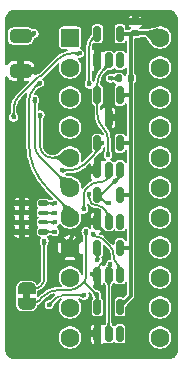
<source format=gbr>
%TF.GenerationSoftware,KiCad,Pcbnew,9.0.2*%
%TF.CreationDate,2025-08-20T10:22:47+06:00*%
%TF.ProjectId,hp3478a-fram,68703334-3738-4612-9d66-72616d2e6b69,rev?*%
%TF.SameCoordinates,Original*%
%TF.FileFunction,Copper,L2,Bot*%
%TF.FilePolarity,Positive*%
%FSLAX46Y46*%
G04 Gerber Fmt 4.6, Leading zero omitted, Abs format (unit mm)*
G04 Created by KiCad (PCBNEW 9.0.2) date 2025-08-20 10:22:47*
%MOMM*%
%LPD*%
G01*
G04 APERTURE LIST*
G04 Aperture macros list*
%AMRoundRect*
0 Rectangle with rounded corners*
0 $1 Rounding radius*
0 $2 $3 $4 $5 $6 $7 $8 $9 X,Y pos of 4 corners*
0 Add a 4 corners polygon primitive as box body*
4,1,4,$2,$3,$4,$5,$6,$7,$8,$9,$2,$3,0*
0 Add four circle primitives for the rounded corners*
1,1,$1+$1,$2,$3*
1,1,$1+$1,$4,$5*
1,1,$1+$1,$6,$7*
1,1,$1+$1,$8,$9*
0 Add four rect primitives between the rounded corners*
20,1,$1+$1,$2,$3,$4,$5,0*
20,1,$1+$1,$4,$5,$6,$7,0*
20,1,$1+$1,$6,$7,$8,$9,0*
20,1,$1+$1,$8,$9,$2,$3,0*%
%AMFreePoly0*
4,1,23,0.500000,-0.750000,0.000000,-0.750000,0.000000,-0.745722,-0.065263,-0.745722,-0.191342,-0.711940,-0.304381,-0.646677,-0.396677,-0.554381,-0.461940,-0.441342,-0.495722,-0.315263,-0.495722,-0.250000,-0.500000,-0.250000,-0.500000,0.250000,-0.495722,0.250000,-0.495722,0.315263,-0.461940,0.441342,-0.396677,0.554381,-0.304381,0.646677,-0.191342,0.711940,-0.065263,0.745722,0.000000,0.745722,
0.000000,0.750000,0.500000,0.750000,0.500000,-0.750000,0.500000,-0.750000,$1*%
%AMFreePoly1*
4,1,23,0.000000,0.745722,0.065263,0.745722,0.191342,0.711940,0.304381,0.646677,0.396677,0.554381,0.461940,0.441342,0.495722,0.315263,0.495722,0.250000,0.500000,0.250000,0.500000,-0.250000,0.495722,-0.250000,0.495722,-0.315263,0.461940,-0.441342,0.396677,-0.554381,0.304381,-0.646677,0.191342,-0.711940,0.065263,-0.745722,0.000000,-0.745722,0.000000,-0.750000,-0.500000,-0.750000,
-0.500000,0.750000,0.000000,0.750000,0.000000,0.745722,0.000000,0.745722,$1*%
G04 Aperture macros list end*
%TA.AperFunction,EtchedComponent*%
%ADD10C,0.000000*%
%TD*%
%TA.AperFunction,ComponentPad*%
%ADD11RoundRect,0.250000X-0.550000X-0.550000X0.550000X-0.550000X0.550000X0.550000X-0.550000X0.550000X0*%
%TD*%
%TA.AperFunction,ComponentPad*%
%ADD12C,1.600000*%
%TD*%
%TA.AperFunction,SMDPad,CuDef*%
%ADD13RoundRect,0.125000X0.275000X0.125000X-0.275000X0.125000X-0.275000X-0.125000X0.275000X-0.125000X0*%
%TD*%
%TA.AperFunction,SMDPad,CuDef*%
%ADD14RoundRect,0.100000X0.300000X0.100000X-0.300000X0.100000X-0.300000X-0.100000X0.300000X-0.100000X0*%
%TD*%
%TA.AperFunction,SMDPad,CuDef*%
%ADD15RoundRect,0.150000X0.150000X-0.512500X0.150000X0.512500X-0.150000X0.512500X-0.150000X-0.512500X0*%
%TD*%
%TA.AperFunction,SMDPad,CuDef*%
%ADD16RoundRect,0.140000X0.170000X-0.140000X0.170000X0.140000X-0.170000X0.140000X-0.170000X-0.140000X0*%
%TD*%
%TA.AperFunction,SMDPad,CuDef*%
%ADD17RoundRect,0.150000X-0.150000X0.587500X-0.150000X-0.587500X0.150000X-0.587500X0.150000X0.587500X0*%
%TD*%
%TA.AperFunction,SMDPad,CuDef*%
%ADD18FreePoly0,90.000000*%
%TD*%
%TA.AperFunction,SMDPad,CuDef*%
%ADD19FreePoly1,90.000000*%
%TD*%
%TA.AperFunction,SMDPad,CuDef*%
%ADD20RoundRect,0.135000X0.135000X0.185000X-0.135000X0.185000X-0.135000X-0.185000X0.135000X-0.185000X0*%
%TD*%
%TA.AperFunction,SMDPad,CuDef*%
%ADD21RoundRect,0.250000X-0.650000X0.325000X-0.650000X-0.325000X0.650000X-0.325000X0.650000X0.325000X0*%
%TD*%
%TA.AperFunction,ViaPad*%
%ADD22C,0.450000*%
%TD*%
%TA.AperFunction,Conductor*%
%ADD23C,0.160000*%
%TD*%
%TA.AperFunction,Conductor*%
%ADD24C,0.300000*%
%TD*%
G04 APERTURE END LIST*
D10*
%TA.AperFunction,EtchedComponent*%
%TO.C,JP1*%
G36*
X65300000Y-74700000D02*
G01*
X64700000Y-74700000D01*
X64700000Y-74200000D01*
X65300000Y-74200000D01*
X65300000Y-74700000D01*
G37*
%TD.AperFunction*%
%TD*%
D11*
%TO.P,J1,1,Pin_1*%
%TO.N,/A3*%
X68692500Y-52565000D03*
D12*
%TO.P,J1,2,Pin_2*%
%TO.N,/A2*%
X68692500Y-55105000D03*
%TO.P,J1,3,Pin_3*%
%TO.N,/A1*%
X68692500Y-57645000D03*
%TO.P,J1,4,Pin_4*%
%TO.N,/A0*%
X68692500Y-60185000D03*
%TO.P,J1,5,Pin_5*%
%TO.N,/A5*%
X68692500Y-62725000D03*
%TO.P,J1,6,Pin_6*%
%TO.N,/A6*%
X68692500Y-65265000D03*
%TO.P,J1,7,Pin_7*%
%TO.N,/A7*%
X68692500Y-67805000D03*
%TO.P,J1,8,Pin_8*%
%TO.N,GND*%
X68692500Y-70345000D03*
%TO.P,J1,9,Pin_9*%
%TO.N,/D0*%
X68692500Y-72885000D03*
%TO.P,J1,10,Pin_10*%
X68692500Y-75425000D03*
%TO.P,J1,11,Pin_11*%
%TO.N,/D1*%
X68692500Y-77965000D03*
%TO.P,J1,12,Pin_12*%
X76312500Y-77965000D03*
%TO.P,J1,13,Pin_13*%
%TO.N,/D2*%
X76312500Y-75425000D03*
%TO.P,J1,14,Pin_14*%
X76312500Y-72885000D03*
%TO.P,J1,15,Pin_15*%
%TO.N,/D3*%
X76312500Y-70345000D03*
%TO.P,J1,16,Pin_16*%
X76312500Y-67805000D03*
%TO.P,J1,17,Pin_17*%
%TO.N,/CE_{2}*%
X76312500Y-65265000D03*
%TO.P,J1,18,Pin_18*%
%TO.N,/OD*%
X76312500Y-62725000D03*
%TO.P,J1,19,Pin_19*%
%TO.N,/~{CE_{1}}*%
X76312500Y-60185000D03*
%TO.P,J1,20,Pin_20*%
%TO.N,/R{slash}W*%
X76312500Y-57645000D03*
%TO.P,J1,21,Pin_21*%
%TO.N,/A4*%
X76312500Y-55105000D03*
%TO.P,J1,22,Pin_22*%
%TO.N,+5V*%
X76312500Y-52565000D03*
%TD*%
D13*
%TO.P,RN2,1,R1.1*%
%TO.N,Net-(RN2-R1.1)*%
X66400000Y-66600000D03*
D14*
%TO.P,RN2,2,R2.1*%
%TO.N,Net-(RN2-R2.1)*%
X66400000Y-67400000D03*
%TO.P,RN2,3,R3.1*%
%TO.N,Net-(RN2-R3.1)*%
X66400000Y-68200000D03*
D13*
%TO.P,RN2,4,R4.1*%
%TO.N,Net-(RN2-R4.1)*%
X66400000Y-69000000D03*
%TO.P,RN2,5,R4.2*%
%TO.N,GND*%
X64600000Y-69000000D03*
D14*
%TO.P,RN2,6,R3.2*%
X64600000Y-68200000D03*
%TO.P,RN2,7,R2.2*%
X64600000Y-67400000D03*
D13*
%TO.P,RN2,8,R1.2*%
X64600000Y-66600000D03*
%TD*%
D15*
%TO.P,U4,1*%
%TO.N,N/C*%
X72900000Y-77637500D03*
%TO.P,U4,2*%
%TO.N,/R{slash}W*%
X71950000Y-77637500D03*
%TO.P,U4,3,GND*%
%TO.N,GND*%
X71000000Y-77637500D03*
%TO.P,U4,4*%
%TO.N,Net-(JP1-A)*%
X71000000Y-75362500D03*
%TO.P,U4,5,VCC*%
%TO.N,+5V*%
X72900000Y-75362500D03*
%TD*%
D16*
%TO.P,C2,1*%
%TO.N,+5V*%
X74200000Y-52180000D03*
%TO.P,C2,2*%
%TO.N,GND*%
X74200000Y-51220000D03*
%TD*%
D15*
%TO.P,U3,1*%
%TO.N,N/C*%
X72900000Y-54500000D03*
%TO.P,U3,2*%
%TO.N,/CE_{2}*%
X71950000Y-54500000D03*
%TO.P,U3,3,GND*%
%TO.N,GND*%
X71000000Y-54500000D03*
%TO.P,U3,4*%
%TO.N,Net-(U3-Pad4)*%
X71000000Y-52225000D03*
%TO.P,U3,5,VCC*%
%TO.N,+5V*%
X72900000Y-52225000D03*
%TD*%
%TO.P,U7,1*%
%TO.N,/~{CE}*%
X72900000Y-63775000D03*
%TO.P,U7,2*%
%TO.N,Net-(JP1-A)*%
X71950000Y-63775000D03*
%TO.P,U7,3,GND*%
%TO.N,GND*%
X71000000Y-63775000D03*
%TO.P,U7,4*%
%TO.N,/~{OE}*%
X71000000Y-61500000D03*
%TO.P,U7,5,VCC*%
%TO.N,+5V*%
X72900000Y-61500000D03*
%TD*%
D17*
%TO.P,U2,1,~{RST}*%
%TO.N,/CE_{2}*%
X71000000Y-57462500D03*
%TO.P,U2,2,VDD*%
%TO.N,+5V*%
X72900000Y-57462500D03*
%TO.P,U2,3,VSS*%
%TO.N,GND*%
X71950000Y-59337500D03*
%TD*%
D18*
%TO.P,JP1,1,A*%
%TO.N,Net-(JP1-A)*%
X65000000Y-75100000D03*
D19*
%TO.P,JP1,2,B*%
%TO.N,/~{OE}*%
X65000000Y-73800000D03*
%TD*%
D15*
%TO.P,U5,1*%
%TO.N,/~{CE_{1}}*%
X72900000Y-68137500D03*
%TO.P,U5,2*%
%TO.N,Net-(U3-Pad4)*%
X71950000Y-68137500D03*
%TO.P,U5,3,GND*%
%TO.N,GND*%
X71000000Y-68137500D03*
%TO.P,U5,4*%
%TO.N,/~{CE}*%
X71000000Y-65862500D03*
%TO.P,U5,5,VCC*%
%TO.N,+5V*%
X72900000Y-65862500D03*
%TD*%
%TO.P,U6,1*%
%TO.N,/~{CE}*%
X72900000Y-72637500D03*
%TO.P,U6,2*%
%TO.N,/R{slash}W*%
X71950000Y-72637500D03*
%TO.P,U6,3,GND*%
%TO.N,GND*%
X71000000Y-72637500D03*
%TO.P,U6,4*%
%TO.N,/~{WE}*%
X71000000Y-70362500D03*
%TO.P,U6,5,VCC*%
%TO.N,+5V*%
X72900000Y-70362500D03*
%TD*%
D20*
%TO.P,R1,1*%
%TO.N,+5V*%
X73810000Y-56000000D03*
%TO.P,R1,2*%
%TO.N,/~{WE}*%
X72790000Y-56000000D03*
%TD*%
D21*
%TO.P,C1,1*%
%TO.N,Net-(U1-VCAP)*%
X64500000Y-52425000D03*
%TO.P,C1,2*%
%TO.N,GND*%
X64500000Y-55375000D03*
%TD*%
D22*
%TO.N,/A7*%
X66100000Y-56400000D03*
%TO.N,/D2*%
X69900000Y-74400000D03*
X66900000Y-75200000D03*
%TO.N,/R{slash}W*%
X72071000Y-71771000D03*
%TO.N,/A6*%
X65700000Y-57800000D03*
%TO.N,/A4*%
X63900000Y-59300000D03*
X69500000Y-53900000D03*
%TO.N,/A5*%
X66155000Y-59100000D03*
%TO.N,Net-(U1-VCAP)*%
X65650000Y-52200000D03*
%TO.N,GND*%
X74501750Y-76940000D03*
X69800000Y-64300000D03*
X65800000Y-53400000D03*
X71900000Y-53200000D03*
X65800000Y-55400000D03*
X71961750Y-51540000D03*
X75300000Y-69200000D03*
X72000000Y-57400000D03*
X66881750Y-51540000D03*
X71750000Y-70900000D03*
X65800000Y-54400000D03*
X71050000Y-62850000D03*
X65800000Y-65900000D03*
X70500000Y-72600000D03*
X72700000Y-59800000D03*
X67000000Y-73100000D03*
X74501750Y-74400000D03*
X64500000Y-72300000D03*
X69200000Y-56400000D03*
X71000000Y-78600000D03*
X71000000Y-76700000D03*
X64341750Y-76940000D03*
X72650000Y-62550000D03*
X70900000Y-60400000D03*
X67472988Y-71227011D03*
X66881750Y-76940000D03*
X71000000Y-54500000D03*
X72500000Y-69350000D03*
X75400000Y-66300000D03*
%TO.N,/~{CE_{1}}*%
X72900000Y-68137500D03*
%TO.N,/CE_{2}*%
X71900000Y-62500000D03*
%TO.N,Net-(JP1-A)*%
X70950000Y-74350000D03*
X70021734Y-68978266D03*
X69844000Y-67100000D03*
%TO.N,/~{OE}*%
X68000000Y-63800000D03*
X66489000Y-69800000D03*
X71400000Y-61500000D03*
%TO.N,/~{WE}*%
X71000000Y-71400000D03*
X72100000Y-56000000D03*
%TO.N,Net-(RN2-R2.1)*%
X67400000Y-67400000D03*
%TO.N,Net-(RN2-R4.1)*%
X67400000Y-69000000D03*
%TO.N,Net-(RN2-R3.1)*%
X67400000Y-68200000D03*
%TO.N,Net-(RN2-R1.1)*%
X67400000Y-66600000D03*
%TO.N,/~{CE}*%
X70600000Y-69200000D03*
X72500000Y-64700000D03*
X72000000Y-66600000D03*
%TO.N,Net-(U3-Pad4)*%
X70300000Y-65800000D03*
X70300000Y-56500000D03*
%TD*%
D23*
%TO.N,/A7*%
X65650000Y-56850000D02*
X66100000Y-56400000D01*
X68692500Y-67526309D02*
X68692500Y-67805000D01*
X65200000Y-57936396D02*
X65200000Y-61501154D01*
X68495435Y-67050553D02*
X66793792Y-65348910D01*
X65650000Y-56850000D02*
G75*
G03*
X65199998Y-57936396I1086400J-1086400D01*
G01*
X65200000Y-61501154D02*
G75*
G03*
X66793794Y-65348908I5441550J4D01*
G01*
X68495435Y-67050553D02*
G75*
G02*
X68692499Y-67526309I-475735J-475747D01*
G01*
%TO.N,/D2*%
X67503000Y-74597000D02*
X67500000Y-74600000D01*
X67100000Y-75000000D02*
X66900000Y-75200000D01*
X69897000Y-74397000D02*
X69900000Y-74400000D01*
X67993085Y-74394000D02*
X69889757Y-74394000D01*
X67500000Y-74600000D02*
X67100000Y-75000000D01*
X67993085Y-74394000D02*
G75*
G03*
X67503004Y-74597004I15J-693100D01*
G01*
X69897000Y-74397000D02*
G75*
G03*
X69889757Y-74394018I-7200J-7200D01*
G01*
%TO.N,/R{slash}W*%
X72071000Y-71771000D02*
X72010500Y-71831500D01*
X71950000Y-71977559D02*
X71950000Y-72264750D01*
X71950000Y-72264750D02*
X71950000Y-73010250D01*
X71950000Y-73010250D02*
X71950000Y-77637500D01*
X72010500Y-71831500D02*
G75*
G03*
X71949983Y-71977559I146100J-146100D01*
G01*
%TO.N,/A6*%
X65700000Y-57800000D02*
X65700000Y-58611000D01*
X68673167Y-65190987D02*
X66030424Y-62548244D01*
X65700000Y-58611000D02*
X65700000Y-60233000D01*
X65700000Y-61750530D02*
X65700000Y-60233000D01*
X68692500Y-65237660D02*
X68692500Y-65265000D01*
X65700000Y-61750530D02*
G75*
G03*
X66030447Y-62548221I1128100J30D01*
G01*
X68673167Y-65190987D02*
G75*
G02*
X68692530Y-65237660I-46667J-46713D01*
G01*
%TO.N,/A4*%
X63900000Y-58627559D02*
X63900000Y-59300000D01*
X64375487Y-57479630D02*
X65932026Y-55923091D01*
X68822441Y-53900000D02*
X69500000Y-53900000D01*
X66255973Y-55788908D02*
X67665775Y-54379106D01*
X64375487Y-57479630D02*
G75*
G03*
X63899966Y-58627559I1147913J-1147970D01*
G01*
X66255973Y-55788908D02*
G75*
G02*
X66094000Y-55855989I-161973J162008D01*
G01*
X68822441Y-53900000D02*
G75*
G03*
X67665749Y-54379080I-41J-1635800D01*
G01*
X66094000Y-55856000D02*
G75*
G03*
X65932019Y-55923084I0J-229100D01*
G01*
%TO.N,/A5*%
X67131586Y-62725000D02*
X68692500Y-62725000D01*
X66150000Y-61743434D02*
X66150000Y-59108535D01*
X66155000Y-59100000D02*
X66152500Y-59102500D01*
X66437500Y-62437500D02*
G75*
G03*
X67131586Y-62725006I694100J694100D01*
G01*
X66152500Y-59102500D02*
G75*
G03*
X66150015Y-59108535I6000J-6000D01*
G01*
X66150000Y-61743434D02*
G75*
G03*
X66437525Y-62437475I981500J34D01*
G01*
D24*
%TO.N,Net-(U1-VCAP)*%
X65265900Y-52425000D02*
X64500000Y-52425000D01*
X65650000Y-52200000D02*
X65537500Y-52312500D01*
X65537500Y-52312500D02*
G75*
G02*
X65265900Y-52425000I-271600J271600D01*
G01*
D23*
%TO.N,GND*%
X71000000Y-72610983D02*
X71000000Y-72341191D01*
D24*
X70531250Y-68137500D02*
X70822766Y-68137500D01*
D23*
X70662500Y-63775000D02*
X71000000Y-63775000D01*
D24*
X69731043Y-68468956D02*
X68988600Y-69211399D01*
D23*
X71750000Y-71097441D02*
X71750000Y-70900000D01*
D24*
X68692500Y-69926250D02*
X68692500Y-70345000D01*
X71631062Y-69123030D02*
X71125323Y-68617291D01*
D23*
X71610388Y-71434493D02*
X71209522Y-71835359D01*
D24*
X72500000Y-69350000D02*
X72550000Y-69350000D01*
D23*
X70935983Y-72600000D02*
X70500000Y-72600000D01*
X70086351Y-64013648D02*
X69800000Y-64300000D01*
D24*
X72179016Y-69350000D02*
X72500000Y-69350000D01*
X71631062Y-69123030D02*
G75*
G03*
X72179016Y-69349996I547938J547930D01*
G01*
D23*
X71750000Y-71097441D02*
G75*
G02*
X71610375Y-71434480I-476700J41D01*
G01*
X70662500Y-63775000D02*
G75*
G03*
X70086351Y-64013648I0J-814800D01*
G01*
D24*
X71000000Y-68314734D02*
G75*
G03*
X70822766Y-68137500I-177200J34D01*
G01*
X68988600Y-69211399D02*
G75*
G03*
X68692519Y-69926250I714800J-714801D01*
G01*
X70531250Y-68137500D02*
G75*
G03*
X69731011Y-68468924I-50J-1131700D01*
G01*
D23*
X70981250Y-72618750D02*
G75*
G03*
X70935983Y-72600007I-45250J-45250D01*
G01*
X71209522Y-71835359D02*
G75*
G03*
X70999977Y-72341191I505778J-505841D01*
G01*
D24*
X71000000Y-68314734D02*
G75*
G03*
X71125336Y-68617278I427900J34D01*
G01*
D23*
X70981250Y-72618750D02*
G75*
G03*
X70999960Y-72610983I7750J7750D01*
G01*
D24*
%TO.N,+5V*%
X74155000Y-52225000D02*
X74200000Y-52180000D01*
X72900000Y-65862500D02*
X73772500Y-65862500D01*
X72900000Y-52225000D02*
X73800000Y-52225000D01*
X73810000Y-70300000D02*
X73810000Y-74452500D01*
X73710000Y-61500000D02*
X73810000Y-61400000D01*
X72900000Y-70362500D02*
X73747500Y-70362500D01*
X73810000Y-52570000D02*
X73800000Y-52560000D01*
X73810000Y-61400000D02*
X73810000Y-65900000D01*
X75927500Y-52180000D02*
X76312500Y-52565000D01*
X72900000Y-57462500D02*
X73772500Y-57462500D01*
X73772500Y-57462500D02*
X73810000Y-57500000D01*
X73747500Y-70362500D02*
X73810000Y-70300000D01*
X73810000Y-65900000D02*
X73810000Y-70300000D01*
X73810000Y-74452500D02*
X72900000Y-75362500D01*
X74200000Y-52180000D02*
X75927500Y-52180000D01*
X73810000Y-56000000D02*
X73810000Y-57500000D01*
X73772500Y-65862500D02*
X73810000Y-65900000D01*
X73800000Y-52560000D02*
X73800000Y-52225000D01*
X72900000Y-61500000D02*
X73710000Y-61500000D01*
X73800000Y-52225000D02*
X74155000Y-52225000D01*
X73810000Y-57500000D02*
X73810000Y-61400000D01*
X73810000Y-56000000D02*
X73810000Y-52570000D01*
D23*
%TO.N,/CE_{2}*%
X71000000Y-56631250D02*
X71000000Y-58293750D01*
X71950000Y-54675000D02*
X71950000Y-54500000D01*
X71000000Y-56631250D02*
X71000000Y-56471751D01*
X71474999Y-55324999D02*
X71826256Y-54973743D01*
X71000000Y-58293750D02*
X71000000Y-59063603D01*
X71900000Y-62500000D02*
X71900000Y-61236396D01*
X71474999Y-55324999D02*
G75*
G03*
X71000049Y-56471751I1146801J-1146701D01*
G01*
X71000000Y-59063603D02*
G75*
G03*
X71450001Y-60149999I1536400J3D01*
G01*
X71950000Y-54675000D02*
G75*
G02*
X71826259Y-54973746I-422500J0D01*
G01*
X71450000Y-60150000D02*
G75*
G02*
X71900002Y-61236396I-1086400J-1086400D01*
G01*
%TO.N,Net-(JP1-A)*%
X70021734Y-72940589D02*
X70021734Y-68978266D01*
X70950000Y-74350000D02*
X70975000Y-74375000D01*
X69755133Y-73332867D02*
X69932867Y-73155133D01*
X69844000Y-65802406D02*
X69844000Y-67100000D01*
X66021932Y-74833067D02*
X66347000Y-74508000D01*
X69508000Y-73580000D02*
X69755133Y-73332867D01*
X71000000Y-74435355D02*
X71000000Y-75362500D01*
X68696824Y-73916000D02*
X67776214Y-73916000D01*
X65377500Y-75100000D02*
X65000000Y-75100000D01*
X71331172Y-64800000D02*
X71121308Y-64800000D01*
X69979267Y-65475845D02*
X70325471Y-65129646D01*
X71950000Y-64181172D02*
X71950000Y-63775000D01*
X70950000Y-74350000D02*
X69932867Y-73332867D01*
X69508000Y-73580000D02*
G75*
G02*
X68696824Y-73916010I-811200J811200D01*
G01*
X67776214Y-73916000D02*
G75*
G03*
X66346996Y-74507996I-14J-2021200D01*
G01*
X71121308Y-64800000D02*
G75*
G03*
X70325464Y-65129639I-8J-1125500D01*
G01*
X69979267Y-65475845D02*
G75*
G03*
X69843997Y-65802406I326533J-326555D01*
G01*
X69932867Y-73332867D02*
G75*
G03*
X69755133Y-73332867I-88867J-88867D01*
G01*
X69932867Y-73155133D02*
G75*
G03*
X69932867Y-73332867I88833J-88867D01*
G01*
X71950000Y-64181172D02*
G75*
G02*
X71768758Y-64618758I-618800J-28D01*
G01*
X70021734Y-72940589D02*
G75*
G02*
X69932877Y-73155143I-303434J-11D01*
G01*
X71768749Y-64618749D02*
G75*
G02*
X71331172Y-64799988I-437549J437549D01*
G01*
X70975000Y-74375000D02*
G75*
G02*
X71000018Y-74435355I-60400J-60400D01*
G01*
X66021932Y-74833067D02*
G75*
G02*
X65377500Y-75099989I-644432J644467D01*
G01*
%TO.N,/~{OE}*%
X71400000Y-61500000D02*
X71200000Y-61500000D01*
X68681249Y-63800000D02*
X68000000Y-63800000D01*
X71000000Y-61831249D02*
X71000000Y-61700000D01*
X65654224Y-73800000D02*
X65000000Y-73800000D01*
X69844214Y-63318283D02*
X70765771Y-62396727D01*
X66489000Y-69800000D02*
X66489000Y-72965224D01*
X71000000Y-61831249D02*
G75*
G02*
X70765745Y-62396701I-799700J49D01*
G01*
X66489000Y-72965224D02*
G75*
G02*
X66244493Y-73555493I-834800J24D01*
G01*
X66244500Y-73555500D02*
G75*
G02*
X65654224Y-73800010I-590300J590300D01*
G01*
X69844214Y-63318283D02*
G75*
G02*
X68681249Y-63800028I-1163014J1162983D01*
G01*
X71200000Y-61500000D02*
G75*
G03*
X71000000Y-61700000I0J-200000D01*
G01*
%TO.N,/~{WE}*%
X71000000Y-71400000D02*
X71000000Y-70362500D01*
X72100000Y-56000000D02*
X72790000Y-56000000D01*
%TO.N,Net-(RN2-R2.1)*%
X67400000Y-67400000D02*
X66400000Y-67400000D01*
%TO.N,Net-(RN2-R4.1)*%
X67400000Y-69000000D02*
X66400000Y-69000000D01*
%TO.N,Net-(RN2-R3.1)*%
X67400000Y-68200000D02*
X66400000Y-68200000D01*
%TO.N,Net-(RN2-R1.1)*%
X67400000Y-66600000D02*
X66400000Y-66600000D01*
%TO.N,/~{CE}*%
X72369000Y-70975073D02*
X72369000Y-71048644D01*
X70734500Y-69334500D02*
X70600000Y-69200000D01*
X71059211Y-69469000D02*
X71090486Y-69469000D01*
X71644692Y-66507192D02*
X71119324Y-65981824D01*
X71090486Y-69469000D02*
X71142568Y-69468999D01*
X72900000Y-72296309D02*
X72900000Y-72637500D01*
X71868750Y-66600000D02*
X72000000Y-66600000D01*
X72714384Y-64485615D02*
X72500000Y-64700000D01*
X72500000Y-64700000D02*
X71456824Y-65743175D01*
X71431749Y-69588777D02*
X72051477Y-70208505D01*
X72634500Y-71689618D02*
X72658741Y-71713859D01*
X72900000Y-64037500D02*
X72900000Y-63775000D01*
X72051477Y-70208505D02*
G75*
G02*
X72369016Y-70975073I-766577J-766595D01*
G01*
X71456824Y-65743175D02*
G75*
G02*
X71168750Y-65862534I-288124J288075D01*
G01*
X71431749Y-69588777D02*
G75*
G03*
X71142568Y-69469000I-289149J-289123D01*
G01*
X70734500Y-69334500D02*
G75*
G03*
X71059211Y-69468995I324700J324700D01*
G01*
X72658741Y-71713859D02*
G75*
G02*
X72899996Y-72296309I-582441J-582441D01*
G01*
X71644692Y-66507192D02*
G75*
G03*
X71868750Y-66600025I224108J224092D01*
G01*
X72369000Y-71048644D02*
G75*
G03*
X72634517Y-71689601I906500J44D01*
G01*
X71168750Y-65862500D02*
G75*
G03*
X71119297Y-65981851I-50J-69900D01*
G01*
X72900000Y-64037500D02*
G75*
G02*
X72714378Y-64485609I-633700J0D01*
G01*
%TO.N,Net-(U3-Pad4)*%
X71715771Y-67240772D02*
X71422968Y-66947969D01*
X70494014Y-66561986D02*
X70496058Y-66564030D01*
X70496058Y-66564030D02*
X70574849Y-66642823D01*
X70650000Y-52575000D02*
X71000000Y-52225000D01*
X71950000Y-67806250D02*
X71950000Y-68137500D01*
X70300000Y-56500000D02*
X70300000Y-53419974D01*
X70300000Y-65800000D02*
X70300000Y-66093594D01*
X70959513Y-66756000D02*
X70848087Y-66756002D01*
X70650000Y-52575000D02*
G75*
G03*
X70299990Y-53419974I845000J-845000D01*
G01*
X70300000Y-66093594D02*
G75*
G03*
X70494012Y-66561988I662400J-6D01*
G01*
X71715771Y-67240772D02*
G75*
G02*
X71950037Y-67806250I-565471J-565528D01*
G01*
X71422968Y-66947969D02*
G75*
G03*
X70959513Y-66755983I-463468J-463431D01*
G01*
X70574849Y-66642823D02*
G75*
G03*
X70848087Y-66756015I273251J273223D01*
G01*
%TD*%
%TA.AperFunction,Conductor*%
%TO.N,GND*%
G36*
X70250067Y-66651159D02*
G01*
X70278154Y-66672963D01*
X70278586Y-66672532D01*
X70281333Y-66675279D01*
X70281336Y-66675283D01*
X70292963Y-66686910D01*
X70292964Y-66686912D01*
X70321336Y-66715285D01*
X70321339Y-66715287D01*
X70451277Y-66845229D01*
X70451275Y-66845230D01*
X70451326Y-66845261D01*
X70454824Y-66848760D01*
X70555863Y-66916278D01*
X70668132Y-66962788D01*
X70787318Y-66986500D01*
X70792176Y-66986500D01*
X70802235Y-66986500D01*
X70802242Y-66986503D01*
X70849492Y-66986502D01*
X70888723Y-66986504D01*
X70888723Y-66986503D01*
X70898752Y-66986504D01*
X70898785Y-66986500D01*
X70954634Y-66986499D01*
X70964340Y-66986976D01*
X71032699Y-66993710D01*
X71051734Y-66997497D01*
X71112781Y-67016017D01*
X71130710Y-67023443D01*
X71186979Y-67053522D01*
X71203109Y-67064301D01*
X71246024Y-67099523D01*
X71256324Y-67107976D01*
X71263521Y-67114499D01*
X71269433Y-67120412D01*
X71274149Y-67125128D01*
X71301924Y-67179646D01*
X71299166Y-67197054D01*
X71300000Y-67197054D01*
X71300000Y-68038500D01*
X71281093Y-68096691D01*
X71231593Y-68132655D01*
X71201000Y-68137500D01*
X71000001Y-68137500D01*
X71000000Y-68137501D01*
X71000000Y-68338500D01*
X70981093Y-68396691D01*
X70931593Y-68432655D01*
X70901000Y-68437500D01*
X70450002Y-68437500D01*
X70450001Y-68437501D01*
X70450001Y-68636489D01*
X70431094Y-68694680D01*
X70381594Y-68730644D01*
X70320408Y-68730644D01*
X70280999Y-68706494D01*
X70252296Y-68677791D01*
X70252293Y-68677789D01*
X70166675Y-68628357D01*
X70166677Y-68628357D01*
X70129619Y-68618427D01*
X70071169Y-68602766D01*
X69972299Y-68602766D01*
X69913848Y-68618427D01*
X69876791Y-68628357D01*
X69791174Y-68677789D01*
X69721257Y-68747706D01*
X69671825Y-68833323D01*
X69666002Y-68855057D01*
X69653369Y-68902205D01*
X69646234Y-68928832D01*
X69646234Y-69027705D01*
X69649888Y-69041343D01*
X69653070Y-69060830D01*
X69653878Y-69073853D01*
X69669018Y-69131172D01*
X69672075Y-69141334D01*
X69672573Y-69142805D01*
X69676334Y-69152779D01*
X69697953Y-69204664D01*
X69700252Y-69209697D01*
X69702281Y-69214140D01*
X69702982Y-69215548D01*
X69708002Y-69224828D01*
X69708011Y-69224844D01*
X69708013Y-69224847D01*
X69741060Y-69281277D01*
X69743163Y-69285054D01*
X69769739Y-69335349D01*
X69770510Y-69336807D01*
X69779088Y-69359311D01*
X69780262Y-69364062D01*
X69782920Y-69381027D01*
X69785850Y-69423691D01*
X69785851Y-69423701D01*
X69787034Y-69428376D01*
X69788209Y-69433019D01*
X69791234Y-69457302D01*
X69791234Y-69773061D01*
X69772327Y-69831252D01*
X69722827Y-69867216D01*
X69661641Y-69867216D01*
X69628616Y-69843221D01*
X69619445Y-69842318D01*
X69116764Y-70344999D01*
X69619444Y-70847679D01*
X69629218Y-70846717D01*
X69657976Y-70824050D01*
X69719115Y-70821653D01*
X69769986Y-70855650D01*
X69791158Y-70913056D01*
X69791234Y-70916934D01*
X69791234Y-72556095D01*
X69772327Y-72614286D01*
X69722827Y-72650250D01*
X69661641Y-72650250D01*
X69612141Y-72614286D01*
X69600770Y-72593981D01*
X69534822Y-72434770D01*
X69534818Y-72434761D01*
X69475149Y-72345463D01*
X69430802Y-72279092D01*
X69298408Y-72146698D01*
X69254059Y-72117065D01*
X69142738Y-72042681D01*
X69142729Y-72042677D01*
X68969749Y-71971026D01*
X68786118Y-71934500D01*
X68786116Y-71934500D01*
X68598884Y-71934500D01*
X68598881Y-71934500D01*
X68415250Y-71971026D01*
X68242270Y-72042677D01*
X68242261Y-72042681D01*
X68086592Y-72146698D01*
X68086588Y-72146701D01*
X67954201Y-72279088D01*
X67954198Y-72279092D01*
X67850181Y-72434761D01*
X67850177Y-72434770D01*
X67778526Y-72607750D01*
X67742000Y-72791381D01*
X67742000Y-72978618D01*
X67778526Y-73162249D01*
X67850177Y-73335229D01*
X67850181Y-73335238D01*
X67913666Y-73430248D01*
X67954198Y-73490908D01*
X67954201Y-73490911D01*
X67979786Y-73516496D01*
X67990310Y-73537152D01*
X68003936Y-73555905D01*
X68003936Y-73563894D01*
X68007563Y-73571013D01*
X68003936Y-73593910D01*
X68003937Y-73617090D01*
X67999241Y-73623552D01*
X67997992Y-73631445D01*
X67981598Y-73647838D01*
X67967975Y-73666591D01*
X67960377Y-73669059D01*
X67954727Y-73674710D01*
X67909785Y-73685500D01*
X67730365Y-73685500D01*
X67730351Y-73685504D01*
X67721828Y-73685505D01*
X67721827Y-73685504D01*
X67721825Y-73685505D01*
X67649760Y-73685505D01*
X67398445Y-73713820D01*
X67151883Y-73770094D01*
X66983430Y-73829037D01*
X66913163Y-73853625D01*
X66913161Y-73853625D01*
X66913158Y-73853627D01*
X66685303Y-73963355D01*
X66471155Y-74097913D01*
X66471152Y-74097915D01*
X66273433Y-74255590D01*
X66216433Y-74312590D01*
X66216429Y-74312592D01*
X66048338Y-74480683D01*
X65993822Y-74508460D01*
X65933390Y-74498889D01*
X65890125Y-74455624D01*
X65880554Y-74395192D01*
X65882709Y-74385055D01*
X65884666Y-74377750D01*
X65884667Y-74377750D01*
X65905500Y-74300000D01*
X65905500Y-74081779D01*
X65912490Y-74060263D01*
X65915766Y-74037878D01*
X65921757Y-74031743D01*
X65924407Y-74023588D01*
X65958517Y-73994106D01*
X65986841Y-73979251D01*
X66000559Y-73973331D01*
X66027352Y-73964101D01*
X66028927Y-73963575D01*
X66029604Y-73963355D01*
X66063151Y-73952455D01*
X66212552Y-73876330D01*
X66348205Y-73777771D01*
X66407488Y-73718488D01*
X66436227Y-73689749D01*
X66436227Y-73689747D01*
X66442635Y-73683340D01*
X66442702Y-73683259D01*
X66466763Y-73659199D01*
X66565321Y-73523547D01*
X66641446Y-73374147D01*
X66693264Y-73214679D01*
X66719498Y-73049068D01*
X66719498Y-73025272D01*
X66719498Y-73011074D01*
X66719500Y-73011073D01*
X66719500Y-72959473D01*
X66719501Y-72924587D01*
X66719500Y-72924584D01*
X66719500Y-71271944D01*
X68189819Y-71271944D01*
X68195138Y-71275498D01*
X68386227Y-71354650D01*
X68589081Y-71394999D01*
X68589086Y-71395000D01*
X68795914Y-71395000D01*
X68795918Y-71394999D01*
X68998772Y-71354650D01*
X69189857Y-71275499D01*
X69189859Y-71275498D01*
X69195178Y-71271943D01*
X68692499Y-70769264D01*
X68189819Y-71271944D01*
X66719500Y-71271944D01*
X66719500Y-70277914D01*
X66720571Y-70263391D01*
X66721396Y-70257822D01*
X66724883Y-70244765D01*
X66725089Y-70241581D01*
X67642500Y-70241581D01*
X67642500Y-70448418D01*
X67682849Y-70651272D01*
X67762001Y-70842359D01*
X67762003Y-70842363D01*
X67765554Y-70847678D01*
X68268234Y-70344999D01*
X68215574Y-70292339D01*
X68292500Y-70292339D01*
X68292500Y-70397661D01*
X68319759Y-70499394D01*
X68372420Y-70590606D01*
X68446894Y-70665080D01*
X68538106Y-70717741D01*
X68639839Y-70745000D01*
X68745161Y-70745000D01*
X68846894Y-70717741D01*
X68938106Y-70665080D01*
X69012580Y-70590606D01*
X69065241Y-70499394D01*
X69092500Y-70397661D01*
X69092500Y-70292339D01*
X69065241Y-70190606D01*
X69012580Y-70099394D01*
X68938106Y-70024920D01*
X68846894Y-69972259D01*
X68745161Y-69945000D01*
X68639839Y-69945000D01*
X68538106Y-69972259D01*
X68446894Y-70024920D01*
X68372420Y-70099394D01*
X68319759Y-70190606D01*
X68292500Y-70292339D01*
X68215574Y-70292339D01*
X67765554Y-69842319D01*
X67762002Y-69847637D01*
X67682849Y-70038727D01*
X67642500Y-70241581D01*
X66725089Y-70241581D01*
X66727499Y-70204292D01*
X66729828Y-70188424D01*
X66730579Y-70185170D01*
X66739101Y-70161967D01*
X66768493Y-70105122D01*
X66770351Y-70101698D01*
X66809126Y-70033531D01*
X66816521Y-70018756D01*
X66817513Y-70016479D01*
X66823300Y-70000996D01*
X66854130Y-69902903D01*
X66856366Y-69895077D01*
X66856669Y-69893901D01*
X66856838Y-69888249D01*
X66860166Y-69865607D01*
X66864500Y-69849435D01*
X66864500Y-69750565D01*
X66838910Y-69655062D01*
X66838908Y-69655059D01*
X66838908Y-69655057D01*
X66789476Y-69569440D01*
X66789475Y-69569438D01*
X66761123Y-69541086D01*
X66752092Y-69523360D01*
X66739316Y-69508116D01*
X66738527Y-69496736D01*
X66733348Y-69486572D01*
X66736459Y-69466922D01*
X66735084Y-69447077D01*
X66740915Y-69438793D01*
X66742919Y-69426140D01*
X66749355Y-69418054D01*
X68189819Y-69418054D01*
X68692499Y-69920734D01*
X69195179Y-69418054D01*
X69189863Y-69414503D01*
X69189859Y-69414501D01*
X68998772Y-69335349D01*
X68795918Y-69295000D01*
X68589081Y-69295000D01*
X68386227Y-69335349D01*
X68195137Y-69414502D01*
X68189819Y-69418054D01*
X66749355Y-69418054D01*
X66767538Y-69395209D01*
X66779614Y-69385087D01*
X66782495Y-69384515D01*
X66873624Y-69323624D01*
X66899929Y-69284253D01*
X66910784Y-69275157D01*
X66926662Y-69268752D01*
X66940107Y-69258153D01*
X66944166Y-69256754D01*
X66970963Y-69248181D01*
X67032144Y-69248455D01*
X67046591Y-69254527D01*
X67094873Y-69279492D01*
X67098303Y-69281354D01*
X67166467Y-69320126D01*
X67166485Y-69320135D01*
X67181227Y-69327514D01*
X67181234Y-69327517D01*
X67181242Y-69327521D01*
X67183519Y-69328513D01*
X67199002Y-69334300D01*
X67297096Y-69365130D01*
X67304922Y-69367366D01*
X67306098Y-69367669D01*
X67311749Y-69367838D01*
X67334395Y-69371166D01*
X67350565Y-69375500D01*
X67449433Y-69375500D01*
X67449435Y-69375500D01*
X67544938Y-69349910D01*
X67544940Y-69349908D01*
X67544942Y-69349908D01*
X67581997Y-69328514D01*
X67630562Y-69300475D01*
X67700475Y-69230562D01*
X67749910Y-69144938D01*
X67775500Y-69049435D01*
X67775500Y-68950565D01*
X67749910Y-68855062D01*
X67749908Y-68855059D01*
X67749908Y-68855057D01*
X67700476Y-68769440D01*
X67700475Y-68769438D01*
X67630562Y-68699525D01*
X67622170Y-68694680D01*
X67606679Y-68685736D01*
X67565738Y-68640267D01*
X67559342Y-68579417D01*
X67589935Y-68526429D01*
X67606679Y-68514264D01*
X67610841Y-68511860D01*
X67630562Y-68500475D01*
X67700475Y-68430562D01*
X67744571Y-68354184D01*
X67790038Y-68313245D01*
X67850889Y-68306849D01*
X67903877Y-68337442D01*
X67912621Y-68348684D01*
X67954198Y-68410908D01*
X68086592Y-68543302D01*
X68134780Y-68575500D01*
X68242261Y-68647318D01*
X68242267Y-68647320D01*
X68242269Y-68647322D01*
X68415249Y-68718973D01*
X68598884Y-68755500D01*
X68598885Y-68755500D01*
X68786115Y-68755500D01*
X68786116Y-68755500D01*
X68969751Y-68718973D01*
X69142731Y-68647322D01*
X69142734Y-68647319D01*
X69142738Y-68647318D01*
X69202043Y-68607691D01*
X69298408Y-68543302D01*
X69430802Y-68410908D01*
X69504782Y-68300187D01*
X69534818Y-68255238D01*
X69534819Y-68255234D01*
X69534822Y-68255231D01*
X69606473Y-68082251D01*
X69643000Y-67898616D01*
X69643000Y-67711384D01*
X69619554Y-67593515D01*
X70450000Y-67593515D01*
X70450000Y-67837499D01*
X70450001Y-67837500D01*
X70699999Y-67837500D01*
X70700000Y-67837499D01*
X70700000Y-67252497D01*
X70699999Y-67252497D01*
X70611957Y-67297357D01*
X70522358Y-67386956D01*
X70464836Y-67499848D01*
X70464835Y-67499852D01*
X70450000Y-67593515D01*
X69619554Y-67593515D01*
X69615964Y-67575465D01*
X69623156Y-67514706D01*
X69664688Y-67469776D01*
X69724698Y-67457839D01*
X69738682Y-67460526D01*
X69794565Y-67475500D01*
X69794566Y-67475500D01*
X69893433Y-67475500D01*
X69893435Y-67475500D01*
X69988938Y-67449910D01*
X69988940Y-67449908D01*
X69988942Y-67449908D01*
X70019471Y-67432282D01*
X70074562Y-67400475D01*
X70144475Y-67330562D01*
X70193910Y-67244938D01*
X70219500Y-67149435D01*
X70219500Y-67050565D01*
X70215844Y-67036923D01*
X70212661Y-67017428D01*
X70211855Y-67004410D01*
X70196714Y-66947088D01*
X70193655Y-66936926D01*
X70193143Y-66935414D01*
X70189396Y-66925480D01*
X70167788Y-66873621D01*
X70163432Y-66864084D01*
X70162728Y-66862671D01*
X70157729Y-66853433D01*
X70124667Y-66796979D01*
X70122582Y-66793232D01*
X70118908Y-66786279D01*
X70117526Y-66778323D01*
X70115087Y-66774746D01*
X70115353Y-66765815D01*
X70108438Y-66725996D01*
X70135402Y-66671072D01*
X70189499Y-66642487D01*
X70250067Y-66651159D01*
G37*
%TD.AperFunction*%
%TA.AperFunction,Conductor*%
G36*
X71619503Y-70102507D02*
G01*
X71859750Y-70342754D01*
X71859749Y-70342754D01*
X71885743Y-70368747D01*
X71891019Y-70374455D01*
X71945817Y-70438614D01*
X71970420Y-70467419D01*
X71979552Y-70479987D01*
X72041401Y-70580914D01*
X72048453Y-70594754D01*
X72093749Y-70704101D01*
X72098550Y-70718875D01*
X72126184Y-70833966D01*
X72128615Y-70849310D01*
X72136613Y-70950911D01*
X72138195Y-70970999D01*
X72138500Y-70978769D01*
X72138500Y-71000022D01*
X72138498Y-71000048D01*
X72138498Y-71007627D01*
X72138475Y-71007697D01*
X72138480Y-71138131D01*
X72138481Y-71138137D01*
X72161115Y-71281010D01*
X72151546Y-71341442D01*
X72108283Y-71384708D01*
X72063335Y-71395500D01*
X72021565Y-71395500D01*
X71963114Y-71411161D01*
X71926057Y-71421091D01*
X71840440Y-71470523D01*
X71770523Y-71540440D01*
X71721091Y-71626057D01*
X71695500Y-71721566D01*
X71695500Y-71778143D01*
X71676593Y-71836334D01*
X71654032Y-71858710D01*
X71645770Y-71864609D01*
X71627235Y-71872794D01*
X71609566Y-71890462D01*
X71602889Y-71895231D01*
X71581152Y-71902097D01*
X71560841Y-71912446D01*
X71552550Y-71911132D01*
X71544546Y-71913661D01*
X71522923Y-71906438D01*
X71500410Y-71902872D01*
X71490338Y-71895555D01*
X71486512Y-71894277D01*
X71484283Y-71891155D01*
X71475353Y-71884668D01*
X71388043Y-71797358D01*
X71338921Y-71772329D01*
X71295657Y-71729064D01*
X71286086Y-71668632D01*
X71298131Y-71634619D01*
X71300471Y-71630565D01*
X71300475Y-71630562D01*
X71349910Y-71544938D01*
X71375500Y-71449435D01*
X71375500Y-71350565D01*
X71369276Y-71327336D01*
X71367855Y-71304410D01*
X71352714Y-71247088D01*
X71349655Y-71236926D01*
X71349143Y-71235414D01*
X71345396Y-71225480D01*
X71332930Y-71195562D01*
X71331270Y-71189531D01*
X71332392Y-71164913D01*
X71330407Y-71140347D01*
X71333787Y-71134295D01*
X71334056Y-71128409D01*
X71344110Y-71115818D01*
X71356715Y-71093255D01*
X71402206Y-71047765D01*
X71447585Y-70944991D01*
X71450500Y-70919865D01*
X71450499Y-70172510D01*
X71469406Y-70114320D01*
X71518906Y-70078356D01*
X71580092Y-70078356D01*
X71619503Y-70102507D01*
G37*
%TD.AperFunction*%
%TA.AperFunction,Conductor*%
G36*
X73476516Y-68748822D02*
G01*
X73507273Y-68801716D01*
X73509500Y-68822598D01*
X73509500Y-69677400D01*
X73490593Y-69735591D01*
X73441093Y-69771555D01*
X73379907Y-69771555D01*
X73330407Y-69735591D01*
X73319936Y-69717389D01*
X73312258Y-69700002D01*
X73302206Y-69677235D01*
X73222765Y-69597794D01*
X73119991Y-69552415D01*
X73119990Y-69552414D01*
X73119988Y-69552414D01*
X73094868Y-69549500D01*
X72705139Y-69549500D01*
X72705136Y-69549501D01*
X72680009Y-69552414D01*
X72577235Y-69597794D01*
X72497794Y-69677235D01*
X72452414Y-69780011D01*
X72449500Y-69805130D01*
X72449500Y-70041938D01*
X72442293Y-70064119D01*
X72438576Y-70087145D01*
X72433015Y-70092672D01*
X72430593Y-70100129D01*
X72411723Y-70113838D01*
X72395183Y-70130281D01*
X72387436Y-70131484D01*
X72381093Y-70136093D01*
X72357769Y-70136093D01*
X72334723Y-70139673D01*
X72328254Y-70136093D01*
X72319907Y-70136093D01*
X72280289Y-70111734D01*
X72276617Y-70108040D01*
X72275390Y-70106441D01*
X72214463Y-70045515D01*
X72185724Y-70016776D01*
X71594744Y-69425796D01*
X71594745Y-69425796D01*
X71591980Y-69423031D01*
X71550215Y-69381262D01*
X71550210Y-69381258D01*
X71550209Y-69381257D01*
X71445469Y-69311270D01*
X71329087Y-69263065D01*
X71211044Y-69239590D01*
X71157660Y-69209697D01*
X71132042Y-69154133D01*
X71143976Y-69094122D01*
X71188904Y-69052588D01*
X71214871Y-69044710D01*
X71275146Y-69035165D01*
X71275151Y-69035163D01*
X71388044Y-68977640D01*
X71388046Y-68977639D01*
X71475353Y-68890332D01*
X71529869Y-68862554D01*
X71590302Y-68872125D01*
X71615357Y-68890328D01*
X71627235Y-68902206D01*
X71730009Y-68947585D01*
X71755135Y-68950500D01*
X72144864Y-68950499D01*
X72169991Y-68947585D01*
X72272765Y-68902206D01*
X72352206Y-68822765D01*
X72352206Y-68822763D01*
X72354996Y-68819974D01*
X72409513Y-68792197D01*
X72469945Y-68801768D01*
X72495004Y-68819974D01*
X72497793Y-68822763D01*
X72497794Y-68822765D01*
X72577235Y-68902206D01*
X72680009Y-68947585D01*
X72705135Y-68950500D01*
X73094864Y-68950499D01*
X73119991Y-68947585D01*
X73222765Y-68902206D01*
X73302206Y-68822765D01*
X73319936Y-68782609D01*
X73360735Y-68737015D01*
X73420544Y-68724109D01*
X73476516Y-68748822D01*
G37*
%TD.AperFunction*%
%TA.AperFunction,Conductor*%
G36*
X71605979Y-61853128D02*
G01*
X71653529Y-61891633D01*
X71669500Y-61945552D01*
X71669500Y-62022085D01*
X71666148Y-62047627D01*
X71664116Y-62055234D01*
X71664116Y-62055236D01*
X71661500Y-62095696D01*
X71659170Y-62111573D01*
X71658418Y-62114831D01*
X71649894Y-62138036D01*
X71620525Y-62194836D01*
X71618638Y-62198314D01*
X71590444Y-62247881D01*
X71575150Y-62261830D01*
X71573868Y-62269571D01*
X71574090Y-62275646D01*
X71572516Y-62281167D01*
X71572471Y-62281258D01*
X71571484Y-62283524D01*
X71565701Y-62298996D01*
X71534866Y-62397104D01*
X71532601Y-62405044D01*
X71532301Y-62406212D01*
X71531791Y-62423351D01*
X71528613Y-62435210D01*
X71528601Y-62435255D01*
X71524500Y-62450562D01*
X71524500Y-62450565D01*
X71524500Y-62549435D01*
X71531384Y-62575126D01*
X71550091Y-62644942D01*
X71594261Y-62721445D01*
X71599525Y-62730562D01*
X71669438Y-62800475D01*
X71688167Y-62811288D01*
X71694912Y-62818779D01*
X71704162Y-62822786D01*
X71714934Y-62841015D01*
X71729108Y-62856756D01*
X71730161Y-62866783D01*
X71735290Y-62875461D01*
X71733289Y-62896542D01*
X71735504Y-62917606D01*
X71730463Y-62926337D01*
X71729511Y-62936373D01*
X71717943Y-62948022D01*
X71704912Y-62970595D01*
X71689033Y-62982255D01*
X71683995Y-62985232D01*
X71627235Y-63010294D01*
X71606506Y-63031022D01*
X71595723Y-63037395D01*
X71577488Y-63041464D01*
X71560841Y-63049946D01*
X71548348Y-63047966D01*
X71536006Y-63050721D01*
X71518863Y-63043295D01*
X71500410Y-63040372D01*
X71483128Y-63027816D01*
X71479862Y-63026402D01*
X71478869Y-63024722D01*
X71475353Y-63022168D01*
X71388042Y-62934857D01*
X71388043Y-62934857D01*
X71300000Y-62889997D01*
X71300000Y-63676000D01*
X71281093Y-63734191D01*
X71231593Y-63770155D01*
X71201000Y-63775000D01*
X71000001Y-63775000D01*
X71000000Y-63775001D01*
X71000000Y-63976000D01*
X70981093Y-64034191D01*
X70931593Y-64070155D01*
X70901000Y-64075000D01*
X70450002Y-64075000D01*
X70450001Y-64075001D01*
X70450001Y-64318985D01*
X70464833Y-64412641D01*
X70464836Y-64412651D01*
X70522358Y-64525543D01*
X70545332Y-64548517D01*
X70573109Y-64603034D01*
X70563538Y-64663466D01*
X70522654Y-64704349D01*
X70523096Y-64705113D01*
X70520292Y-64706731D01*
X70520289Y-64706733D01*
X70506055Y-64714951D01*
X70366352Y-64795605D01*
X70225333Y-64903810D01*
X70225331Y-64903812D01*
X70194905Y-64934236D01*
X70194905Y-64934237D01*
X70191481Y-64937661D01*
X70191480Y-64937660D01*
X70162485Y-64966655D01*
X70133746Y-64995394D01*
X70133745Y-64995395D01*
X70128100Y-65001041D01*
X70128099Y-65001041D01*
X69845026Y-65284111D01*
X69845024Y-65284113D01*
X69816284Y-65312850D01*
X69816284Y-65312851D01*
X69812002Y-65317132D01*
X69757487Y-65344909D01*
X69697055Y-65335338D01*
X69653790Y-65292073D01*
X69643000Y-65247128D01*
X69643000Y-65171385D01*
X69642999Y-65171381D01*
X69639515Y-65153867D01*
X69606473Y-64987749D01*
X69534822Y-64814769D01*
X69534820Y-64814767D01*
X69534818Y-64814761D01*
X69468126Y-64714951D01*
X69430802Y-64659092D01*
X69298408Y-64526698D01*
X69254059Y-64497065D01*
X69142738Y-64422681D01*
X69142729Y-64422677D01*
X68969749Y-64351026D01*
X68893869Y-64335933D01*
X68879562Y-64331950D01*
X68871290Y-64328964D01*
X68859732Y-64324790D01*
X68557316Y-64279034D01*
X68553436Y-64278497D01*
X68553123Y-64278458D01*
X68552852Y-64278424D01*
X68552833Y-64278421D01*
X68552794Y-64278417D01*
X68548836Y-64277973D01*
X68436164Y-64266835D01*
X68436094Y-64266805D01*
X68434400Y-64266644D01*
X68354938Y-64257348D01*
X68299338Y-64231808D01*
X68269369Y-64178464D01*
X68276479Y-64117693D01*
X68317951Y-64072707D01*
X68320153Y-64071507D01*
X68358542Y-64051221D01*
X68381038Y-64042645D01*
X68385795Y-64041469D01*
X68402754Y-64038812D01*
X68445431Y-64035883D01*
X68452118Y-64034191D01*
X68454755Y-64033524D01*
X68479038Y-64030500D01*
X68640222Y-64030500D01*
X68640311Y-64030528D01*
X68681256Y-64030527D01*
X68681256Y-64030528D01*
X68804162Y-64030525D01*
X69047871Y-63998433D01*
X69285307Y-63934806D01*
X69512406Y-63840733D01*
X69725284Y-63717823D01*
X69920298Y-63568178D01*
X70007204Y-63481269D01*
X70016982Y-63471491D01*
X70280996Y-63207477D01*
X70335513Y-63179700D01*
X70395945Y-63189271D01*
X70439210Y-63232536D01*
X70450000Y-63277481D01*
X70450000Y-63474999D01*
X70450001Y-63475000D01*
X70699999Y-63475000D01*
X70700000Y-63474999D01*
X70700000Y-62834554D01*
X70701560Y-62834554D01*
X70699590Y-62809512D01*
X70725848Y-62762624D01*
X70926127Y-62562346D01*
X70944727Y-62545277D01*
X70948905Y-62539568D01*
X70961179Y-62527295D01*
X70961179Y-62527293D01*
X70968212Y-62520262D01*
X70968426Y-62519999D01*
X70986059Y-62502370D01*
X71064006Y-62395094D01*
X71077371Y-62380156D01*
X71122632Y-62338863D01*
X71178363Y-62313611D01*
X71189356Y-62312999D01*
X71194861Y-62312999D01*
X71194864Y-62312999D01*
X71219991Y-62310085D01*
X71322765Y-62264706D01*
X71402206Y-62185265D01*
X71402206Y-62185263D01*
X71408692Y-62178778D01*
X71410503Y-62180589D01*
X71413826Y-62158946D01*
X71447585Y-62082491D01*
X71450500Y-62057365D01*
X71450499Y-61951178D01*
X71451334Y-61948608D01*
X71450635Y-61945997D01*
X71460714Y-61919739D01*
X71469406Y-61892989D01*
X71471593Y-61891399D01*
X71472562Y-61888876D01*
X71496149Y-61873558D01*
X71518905Y-61857025D01*
X71523838Y-61855563D01*
X71544881Y-61849925D01*
X71605979Y-61853128D01*
G37*
%TD.AperFunction*%
%TA.AperFunction,Conductor*%
G36*
X73476516Y-55111322D02*
G01*
X73507273Y-55164216D01*
X73509500Y-55185098D01*
X73509500Y-55388909D01*
X73507865Y-55406827D01*
X73504685Y-55424101D01*
X73504685Y-55424104D01*
X73504972Y-55444100D01*
X73504982Y-55445544D01*
X73504963Y-55517922D01*
X73504345Y-55528939D01*
X73501516Y-55554143D01*
X73476236Y-55609861D01*
X73473139Y-55613102D01*
X73435385Y-55650857D01*
X73435383Y-55650860D01*
X73390564Y-55752364D01*
X73349763Y-55797959D01*
X73289954Y-55810864D01*
X73233982Y-55786149D01*
X73209436Y-55752364D01*
X73176513Y-55677803D01*
X73164616Y-55650859D01*
X73089141Y-55575384D01*
X73089139Y-55575383D01*
X72991498Y-55532269D01*
X72967626Y-55529500D01*
X72612380Y-55529500D01*
X72612377Y-55529501D01*
X72588499Y-55532270D01*
X72490859Y-55575383D01*
X72418481Y-55647761D01*
X72399435Y-55657464D01*
X72382634Y-55670678D01*
X72373551Y-55670652D01*
X72363964Y-55675538D01*
X72321493Y-55673008D01*
X72317152Y-55671778D01*
X72316493Y-55671491D01*
X72300999Y-55665699D01*
X72202900Y-55634868D01*
X72195017Y-55632617D01*
X72193843Y-55632315D01*
X72176687Y-55631802D01*
X72149435Y-55624500D01*
X72050565Y-55624500D01*
X71992114Y-55640161D01*
X71955057Y-55650091D01*
X71869440Y-55699523D01*
X71799523Y-55769440D01*
X71750091Y-55855057D01*
X71750090Y-55855062D01*
X71724500Y-55950565D01*
X71724500Y-56049435D01*
X71737922Y-56099525D01*
X71750091Y-56144942D01*
X71797828Y-56227623D01*
X71799525Y-56230562D01*
X71869438Y-56300475D01*
X71869440Y-56300476D01*
X71955058Y-56349908D01*
X71955056Y-56349908D01*
X71955060Y-56349909D01*
X71955062Y-56349910D01*
X72050565Y-56375500D01*
X72050567Y-56375500D01*
X72149437Y-56375500D01*
X72154016Y-56374272D01*
X72172663Y-56369275D01*
X72195589Y-56367855D01*
X72252911Y-56352714D01*
X72263073Y-56349655D01*
X72264585Y-56349143D01*
X72274521Y-56345395D01*
X72315450Y-56328340D01*
X72321015Y-56326752D01*
X72346086Y-56327658D01*
X72371094Y-56325637D01*
X72376692Y-56328764D01*
X72382160Y-56328962D01*
X72394877Y-56338922D01*
X72418187Y-56351944D01*
X72490859Y-56424616D01*
X72556702Y-56453688D01*
X72602296Y-56494488D01*
X72615201Y-56554297D01*
X72590487Y-56610269D01*
X72583671Y-56616257D01*
X72583722Y-56616308D01*
X72577236Y-56622793D01*
X72577235Y-56622794D01*
X72505529Y-56694500D01*
X72497794Y-56702235D01*
X72452414Y-56805011D01*
X72449500Y-56830130D01*
X72449500Y-58094860D01*
X72449501Y-58094863D01*
X72452414Y-58119990D01*
X72465145Y-58148822D01*
X72497794Y-58222765D01*
X72577235Y-58302206D01*
X72680009Y-58347585D01*
X72705135Y-58350500D01*
X73094864Y-58350499D01*
X73119991Y-58347585D01*
X73222765Y-58302206D01*
X73302206Y-58222765D01*
X73319936Y-58182609D01*
X73360735Y-58137015D01*
X73420544Y-58124109D01*
X73476516Y-58148822D01*
X73507273Y-58201716D01*
X73509500Y-58222598D01*
X73509500Y-60814900D01*
X73490593Y-60873091D01*
X73441093Y-60909055D01*
X73379907Y-60909055D01*
X73330407Y-60873091D01*
X73319936Y-60854889D01*
X73307124Y-60825873D01*
X73302206Y-60814735D01*
X73222765Y-60735294D01*
X73119991Y-60689915D01*
X73119990Y-60689914D01*
X73119988Y-60689914D01*
X73094868Y-60687000D01*
X72705139Y-60687000D01*
X72705136Y-60687001D01*
X72680009Y-60689914D01*
X72577235Y-60735294D01*
X72497794Y-60814735D01*
X72452414Y-60917511D01*
X72449500Y-60942630D01*
X72449500Y-62057360D01*
X72449501Y-62057363D01*
X72452414Y-62082490D01*
X72466418Y-62114206D01*
X72497794Y-62185265D01*
X72577235Y-62264706D01*
X72680009Y-62310085D01*
X72705135Y-62313000D01*
X73094864Y-62312999D01*
X73119991Y-62310085D01*
X73222765Y-62264706D01*
X73302206Y-62185265D01*
X73319936Y-62145109D01*
X73360735Y-62099515D01*
X73420544Y-62086609D01*
X73476516Y-62111322D01*
X73507273Y-62164216D01*
X73509500Y-62185098D01*
X73509500Y-63089900D01*
X73490593Y-63148091D01*
X73441093Y-63184055D01*
X73379907Y-63184055D01*
X73330407Y-63148091D01*
X73319936Y-63129889D01*
X73310165Y-63107760D01*
X73302206Y-63089735D01*
X73222765Y-63010294D01*
X73119991Y-62964915D01*
X73119990Y-62964914D01*
X73119988Y-62964914D01*
X73094868Y-62962000D01*
X72705139Y-62962000D01*
X72705136Y-62962001D01*
X72680009Y-62964914D01*
X72577235Y-63010294D01*
X72497794Y-63089735D01*
X72497793Y-63089736D01*
X72495004Y-63092526D01*
X72440487Y-63120303D01*
X72380055Y-63110732D01*
X72354996Y-63092526D01*
X72352206Y-63089736D01*
X72352206Y-63089735D01*
X72272765Y-63010294D01*
X72169991Y-62964915D01*
X72169988Y-62964914D01*
X72163179Y-62961908D01*
X72164260Y-62959458D01*
X72123253Y-62932592D01*
X72101558Y-62875382D01*
X72117633Y-62816346D01*
X72130439Y-62800597D01*
X72130559Y-62800476D01*
X72130562Y-62800475D01*
X72200475Y-62730562D01*
X72249910Y-62644938D01*
X72275500Y-62549435D01*
X72275500Y-62450565D01*
X72271844Y-62436923D01*
X72268661Y-62417428D01*
X72267855Y-62404410D01*
X72252714Y-62347088D01*
X72249655Y-62336926D01*
X72249143Y-62335414D01*
X72245396Y-62325480D01*
X72223788Y-62273621D01*
X72219432Y-62264084D01*
X72218728Y-62262671D01*
X72213729Y-62253433D01*
X72180667Y-62196979D01*
X72178582Y-62193232D01*
X72151222Y-62141454D01*
X72142645Y-62118956D01*
X72141471Y-62114206D01*
X72138812Y-62097241D01*
X72135883Y-62054569D01*
X72134127Y-62047627D01*
X72133524Y-62045243D01*
X72130500Y-62020962D01*
X72130500Y-61277403D01*
X72130501Y-61277399D01*
X72130501Y-61120588D01*
X72130501Y-61120587D01*
X72100268Y-60890952D01*
X72040321Y-60667227D01*
X71960887Y-60475456D01*
X71951687Y-60453244D01*
X71951684Y-60453239D01*
X71835880Y-60252661D01*
X71835877Y-60252658D01*
X71835876Y-60252655D01*
X71694876Y-60068901D01*
X71694869Y-60068894D01*
X71678995Y-60053019D01*
X71651218Y-59998501D01*
X71650000Y-59983017D01*
X71650000Y-59637501D01*
X72250000Y-59637501D01*
X72250000Y-60297501D01*
X72338044Y-60252640D01*
X72427641Y-60163043D01*
X72485163Y-60050151D01*
X72485164Y-60050147D01*
X72500000Y-59956484D01*
X72500000Y-59637501D01*
X72499999Y-59637500D01*
X72250001Y-59637500D01*
X72250000Y-59637501D01*
X71650000Y-59637501D01*
X71650000Y-59037499D01*
X72250000Y-59037499D01*
X72250001Y-59037500D01*
X72499998Y-59037500D01*
X72499999Y-59037499D01*
X72499999Y-58718516D01*
X72499998Y-58718514D01*
X72485166Y-58624858D01*
X72485163Y-58624848D01*
X72427641Y-58511956D01*
X72338042Y-58422357D01*
X72338043Y-58422357D01*
X72250000Y-58377497D01*
X72250000Y-59037499D01*
X71650000Y-59037499D01*
X71650000Y-58377497D01*
X71649999Y-58377497D01*
X71561957Y-58422357D01*
X71472358Y-58511956D01*
X71417709Y-58619210D01*
X71412061Y-58624857D01*
X71409593Y-58632455D01*
X71390834Y-58646083D01*
X71374444Y-58662474D01*
X71366556Y-58663723D01*
X71360093Y-58668419D01*
X71336907Y-58668419D01*
X71314012Y-58672045D01*
X71306896Y-58668419D01*
X71298907Y-58668419D01*
X71280149Y-58654790D01*
X71259496Y-58644267D01*
X71255870Y-58637150D01*
X71249407Y-58632455D01*
X71242242Y-58610403D01*
X71231719Y-58589750D01*
X71230500Y-58574264D01*
X71230500Y-58407452D01*
X71249407Y-58349261D01*
X71289512Y-58316887D01*
X71322765Y-58302206D01*
X71402206Y-58222765D01*
X71447585Y-58119991D01*
X71450500Y-58094865D01*
X71450499Y-56830136D01*
X71447585Y-56805009D01*
X71402206Y-56702235D01*
X71322765Y-56622794D01*
X71289510Y-56608110D01*
X71270284Y-56590906D01*
X71249407Y-56575738D01*
X71247797Y-56570784D01*
X71243916Y-56567311D01*
X71230500Y-56517547D01*
X71230500Y-56512389D01*
X71230501Y-56512387D01*
X71230500Y-56474976D01*
X71230712Y-56468508D01*
X71231888Y-56450562D01*
X71241973Y-56296605D01*
X71243659Y-56283794D01*
X71276631Y-56118008D01*
X71279977Y-56105517D01*
X71334301Y-55945461D01*
X71339255Y-55933502D01*
X71347649Y-55916479D01*
X71414004Y-55781910D01*
X71420468Y-55770713D01*
X71514376Y-55630158D01*
X71522241Y-55619907D01*
X71619348Y-55509166D01*
X71643121Y-55489385D01*
X71645732Y-55487831D01*
X71722109Y-55418977D01*
X71731653Y-55411387D01*
X71827554Y-55344329D01*
X71842289Y-55335811D01*
X71862620Y-55326289D01*
X71883882Y-55319140D01*
X71896310Y-55316480D01*
X71903632Y-55315198D01*
X71913098Y-55313906D01*
X71926474Y-55312999D01*
X72144861Y-55312999D01*
X72144864Y-55312999D01*
X72169991Y-55310085D01*
X72272765Y-55264706D01*
X72352206Y-55185265D01*
X72352206Y-55185263D01*
X72354996Y-55182474D01*
X72409513Y-55154697D01*
X72469945Y-55164268D01*
X72495004Y-55182474D01*
X72497793Y-55185263D01*
X72497794Y-55185265D01*
X72577235Y-55264706D01*
X72680009Y-55310085D01*
X72705135Y-55313000D01*
X73094864Y-55312999D01*
X73119991Y-55310085D01*
X73222765Y-55264706D01*
X73302206Y-55185265D01*
X73319936Y-55145109D01*
X73360735Y-55099515D01*
X73420544Y-55086609D01*
X73476516Y-55111322D01*
G37*
%TD.AperFunction*%
%TA.AperFunction,Conductor*%
G36*
X77004842Y-50200977D02*
G01*
X77064184Y-50206821D01*
X77146271Y-50214906D01*
X77165302Y-50218691D01*
X77296628Y-50258528D01*
X77314551Y-50265953D01*
X77435581Y-50330645D01*
X77451710Y-50341421D01*
X77527196Y-50403371D01*
X77557794Y-50428482D01*
X77571517Y-50442205D01*
X77651092Y-50539168D01*
X77658575Y-50548285D01*
X77669357Y-50564422D01*
X77734045Y-50685445D01*
X77741472Y-50703375D01*
X77781307Y-50834694D01*
X77785093Y-50853728D01*
X77799023Y-50995156D01*
X77799500Y-51004860D01*
X77799500Y-78995139D01*
X77799023Y-79004842D01*
X77799023Y-79004843D01*
X77785093Y-79146271D01*
X77781307Y-79165305D01*
X77741472Y-79296624D01*
X77734045Y-79314554D01*
X77669357Y-79435577D01*
X77658575Y-79451714D01*
X77571517Y-79557794D01*
X77557794Y-79571517D01*
X77451714Y-79658575D01*
X77435577Y-79669357D01*
X77314554Y-79734045D01*
X77296624Y-79741472D01*
X77165305Y-79781307D01*
X77146271Y-79785093D01*
X77004843Y-79799023D01*
X76995139Y-79799500D01*
X64004861Y-79799500D01*
X63995157Y-79799023D01*
X63853728Y-79785093D01*
X63834694Y-79781307D01*
X63703375Y-79741472D01*
X63685445Y-79734045D01*
X63564422Y-79669357D01*
X63548287Y-79658576D01*
X63495245Y-79615046D01*
X63442205Y-79571517D01*
X63428482Y-79557794D01*
X63403371Y-79527196D01*
X63341421Y-79451710D01*
X63330645Y-79435581D01*
X63265953Y-79314551D01*
X63258527Y-79296624D01*
X63253823Y-79281118D01*
X63218691Y-79165302D01*
X63214906Y-79146270D01*
X63200977Y-79004842D01*
X63200500Y-78995139D01*
X63200500Y-77871381D01*
X67742000Y-77871381D01*
X67742000Y-78058618D01*
X67778526Y-78242249D01*
X67850177Y-78415229D01*
X67850181Y-78415238D01*
X67891878Y-78477640D01*
X67954198Y-78570908D01*
X68086592Y-78703302D01*
X68152963Y-78747649D01*
X68242261Y-78807318D01*
X68242267Y-78807320D01*
X68242269Y-78807322D01*
X68415249Y-78878973D01*
X68598884Y-78915500D01*
X68598885Y-78915500D01*
X68786115Y-78915500D01*
X68786116Y-78915500D01*
X68969751Y-78878973D01*
X69142731Y-78807322D01*
X69142734Y-78807319D01*
X69142738Y-78807318D01*
X69187687Y-78777282D01*
X69298408Y-78703302D01*
X69430802Y-78570908D01*
X69511257Y-78450499D01*
X69534818Y-78415238D01*
X69534819Y-78415234D01*
X69534822Y-78415231D01*
X69606473Y-78242251D01*
X69643000Y-78058616D01*
X69643000Y-77937501D01*
X70450001Y-77937501D01*
X70450001Y-78181485D01*
X70464833Y-78275141D01*
X70464836Y-78275151D01*
X70522358Y-78388043D01*
X70611955Y-78477640D01*
X70700000Y-78522501D01*
X70700000Y-77937501D01*
X70699999Y-77937500D01*
X70450002Y-77937500D01*
X70450001Y-77937501D01*
X69643000Y-77937501D01*
X69643000Y-77871384D01*
X69606473Y-77687749D01*
X69534822Y-77514769D01*
X69534820Y-77514767D01*
X69534818Y-77514761D01*
X69475149Y-77425463D01*
X69430802Y-77359092D01*
X69298408Y-77226698D01*
X69216463Y-77171944D01*
X69142738Y-77122681D01*
X69142729Y-77122677D01*
X69072326Y-77093515D01*
X70450000Y-77093515D01*
X70450000Y-77337499D01*
X70450001Y-77337500D01*
X70699999Y-77337500D01*
X70700000Y-77337499D01*
X70700000Y-76752497D01*
X70699999Y-76752497D01*
X70611957Y-76797357D01*
X70522358Y-76886956D01*
X70464836Y-76999848D01*
X70464835Y-76999852D01*
X70450000Y-77093515D01*
X69072326Y-77093515D01*
X68969749Y-77051026D01*
X68786118Y-77014500D01*
X68786116Y-77014500D01*
X68598884Y-77014500D01*
X68598881Y-77014500D01*
X68415250Y-77051026D01*
X68242270Y-77122677D01*
X68242261Y-77122681D01*
X68086592Y-77226698D01*
X68086588Y-77226701D01*
X67954201Y-77359088D01*
X67954198Y-77359092D01*
X67850181Y-77514761D01*
X67850177Y-77514770D01*
X67778526Y-77687750D01*
X67742000Y-77871381D01*
X63200500Y-77871381D01*
X63200500Y-69250000D01*
X63968696Y-69250000D01*
X64015586Y-69345915D01*
X64104084Y-69434413D01*
X64216519Y-69489379D01*
X64289415Y-69500000D01*
X64349999Y-69500000D01*
X64350000Y-69499999D01*
X64350000Y-69250001D01*
X64850000Y-69250001D01*
X64850000Y-69499999D01*
X64850001Y-69500000D01*
X64910584Y-69500000D01*
X64983480Y-69489379D01*
X65095915Y-69434413D01*
X65184413Y-69345915D01*
X65231304Y-69250000D01*
X64850001Y-69250000D01*
X64850000Y-69250001D01*
X64350000Y-69250001D01*
X64349999Y-69250000D01*
X63968696Y-69250000D01*
X63200500Y-69250000D01*
X63200500Y-68400000D01*
X63959729Y-68400000D01*
X63959911Y-68401246D01*
X64011213Y-68506187D01*
X64011213Y-68506188D01*
X64017346Y-68512321D01*
X64045121Y-68566839D01*
X64035547Y-68627271D01*
X64017347Y-68652321D01*
X64015588Y-68654079D01*
X63968696Y-68750000D01*
X64349999Y-68750000D01*
X64350000Y-68749999D01*
X64350000Y-68400001D01*
X64850000Y-68400001D01*
X64850000Y-68749999D01*
X64850001Y-68750000D01*
X65231303Y-68750000D01*
X65184413Y-68654084D01*
X65182655Y-68652326D01*
X65181401Y-68649865D01*
X65179646Y-68647407D01*
X65180014Y-68647143D01*
X65154878Y-68597809D01*
X65164449Y-68537377D01*
X65182658Y-68512315D01*
X65188787Y-68506186D01*
X65240088Y-68401246D01*
X65240270Y-68400000D01*
X64850001Y-68400000D01*
X64850000Y-68400001D01*
X64350000Y-68400001D01*
X64349999Y-68400000D01*
X63959729Y-68400000D01*
X63200500Y-68400000D01*
X63200500Y-67999999D01*
X63959729Y-67999999D01*
X63959730Y-68000000D01*
X64399999Y-68000000D01*
X64400000Y-67999999D01*
X64400000Y-67600001D01*
X64800000Y-67600001D01*
X64800000Y-67999999D01*
X64800001Y-68000000D01*
X65240270Y-68000000D01*
X65240270Y-67999999D01*
X65240088Y-67998753D01*
X65188786Y-67893812D01*
X65164978Y-67870004D01*
X65137201Y-67815487D01*
X65146772Y-67755055D01*
X65164978Y-67729996D01*
X65188786Y-67706187D01*
X65240088Y-67601246D01*
X65240270Y-67600000D01*
X64800001Y-67600000D01*
X64800000Y-67600001D01*
X64400000Y-67600001D01*
X64399999Y-67600000D01*
X63959729Y-67600000D01*
X63959911Y-67601246D01*
X64011213Y-67706187D01*
X64035022Y-67729996D01*
X64062799Y-67784513D01*
X64053228Y-67844945D01*
X64035022Y-67870004D01*
X64011213Y-67893812D01*
X63959911Y-67998753D01*
X63959729Y-67999999D01*
X63200500Y-67999999D01*
X63200500Y-67199999D01*
X63959729Y-67199999D01*
X63959730Y-67200000D01*
X64349999Y-67200000D01*
X64350000Y-67199999D01*
X64350000Y-66850001D01*
X64850000Y-66850001D01*
X64850000Y-67199999D01*
X64850001Y-67200000D01*
X65240270Y-67200000D01*
X65240270Y-67199999D01*
X65240088Y-67198753D01*
X65188786Y-67093812D01*
X65182655Y-67087681D01*
X65154878Y-67033164D01*
X65164449Y-66972732D01*
X65182660Y-66947669D01*
X65184413Y-66945915D01*
X65231304Y-66850000D01*
X64850001Y-66850000D01*
X64850000Y-66850001D01*
X64350000Y-66850001D01*
X64349999Y-66850000D01*
X63968696Y-66850000D01*
X64015586Y-66945915D01*
X64015590Y-66945920D01*
X64017347Y-66947678D01*
X64018597Y-66950133D01*
X64020354Y-66952593D01*
X64019985Y-66952856D01*
X64045121Y-67002196D01*
X64035546Y-67062628D01*
X64017346Y-67087678D01*
X64011214Y-67093809D01*
X63959911Y-67198753D01*
X63959729Y-67199999D01*
X63200500Y-67199999D01*
X63200500Y-66350000D01*
X63968696Y-66350000D01*
X64349999Y-66350000D01*
X64350000Y-66349999D01*
X64350000Y-66100001D01*
X64850000Y-66100001D01*
X64850000Y-66349999D01*
X64850001Y-66350000D01*
X65231303Y-66350000D01*
X65184413Y-66254084D01*
X65095915Y-66165586D01*
X64983480Y-66110620D01*
X64910585Y-66100000D01*
X64850001Y-66100000D01*
X64850000Y-66100001D01*
X64350000Y-66100001D01*
X64349999Y-66100000D01*
X64289415Y-66100000D01*
X64216519Y-66110620D01*
X64104084Y-66165586D01*
X64015586Y-66254084D01*
X63968696Y-66350000D01*
X63200500Y-66350000D01*
X63200500Y-59250562D01*
X63524500Y-59250562D01*
X63524500Y-59250565D01*
X63524500Y-59349435D01*
X63540473Y-59409047D01*
X63550091Y-59444942D01*
X63599523Y-59530559D01*
X63599525Y-59530562D01*
X63669438Y-59600475D01*
X63669440Y-59600476D01*
X63755058Y-59649908D01*
X63755056Y-59649908D01*
X63755060Y-59649909D01*
X63755062Y-59649910D01*
X63850565Y-59675500D01*
X63850567Y-59675500D01*
X63949433Y-59675500D01*
X63949435Y-59675500D01*
X64044938Y-59649910D01*
X64044940Y-59649908D01*
X64044942Y-59649908D01*
X64074636Y-59632764D01*
X64130562Y-59600475D01*
X64200475Y-59530562D01*
X64249910Y-59444938D01*
X64275500Y-59349435D01*
X64275500Y-59250565D01*
X64271844Y-59236923D01*
X64268661Y-59217428D01*
X64267855Y-59204410D01*
X64252714Y-59147088D01*
X64249655Y-59136926D01*
X64249143Y-59135414D01*
X64245396Y-59125480D01*
X64223788Y-59073621D01*
X64219432Y-59064084D01*
X64218728Y-59062671D01*
X64213729Y-59053433D01*
X64180667Y-58996979D01*
X64178582Y-58993232D01*
X64151222Y-58941454D01*
X64142645Y-58918956D01*
X64141471Y-58914206D01*
X64138812Y-58897241D01*
X64135883Y-58854569D01*
X64135881Y-58854561D01*
X64133524Y-58845243D01*
X64130500Y-58820962D01*
X64130500Y-58630808D01*
X64130712Y-58624331D01*
X64132602Y-58595500D01*
X64141997Y-58452217D01*
X64143685Y-58439397D01*
X64176706Y-58273411D01*
X64180053Y-58260924D01*
X64234457Y-58100669D01*
X64239406Y-58088719D01*
X64314271Y-57936917D01*
X64320727Y-57925737D01*
X64414760Y-57785014D01*
X64422622Y-57774767D01*
X64536731Y-57644657D01*
X64541104Y-57639988D01*
X64567211Y-57613884D01*
X64567211Y-57613881D01*
X64576719Y-57604375D01*
X64576724Y-57604367D01*
X64888398Y-57292693D01*
X64942913Y-57264918D01*
X65003345Y-57274489D01*
X65046610Y-57317754D01*
X65056181Y-57378186D01*
X65054027Y-57388322D01*
X65024231Y-57499523D01*
X65005498Y-57569439D01*
X64999732Y-57590957D01*
X64969500Y-57820586D01*
X64969500Y-61556577D01*
X64969548Y-61557060D01*
X64969548Y-61724060D01*
X65003775Y-62158944D01*
X65004519Y-62168393D01*
X65004520Y-62168407D01*
X65066915Y-62562346D01*
X65074244Y-62608620D01*
X65137189Y-62870805D01*
X65178160Y-63041464D01*
X65178293Y-63042015D01*
X65311737Y-63452715D01*
X65316026Y-63465914D01*
X65358908Y-63569440D01*
X65486592Y-63877694D01*
X65684854Y-64266805D01*
X65688945Y-64274834D01*
X65688946Y-64274836D01*
X65921812Y-64654839D01*
X65921822Y-64654852D01*
X65921824Y-64654856D01*
X65988257Y-64746293D01*
X66183804Y-65015442D01*
X66183817Y-65015458D01*
X66473260Y-65354353D01*
X66473266Y-65354358D01*
X66473272Y-65354365D01*
X66540076Y-65421168D01*
X66592734Y-65473826D01*
X66592741Y-65473834D01*
X66598383Y-65479476D01*
X66598384Y-65479478D01*
X66937593Y-65818687D01*
X67225440Y-66106534D01*
X67239020Y-66133187D01*
X67252971Y-66159572D01*
X67252859Y-66160349D01*
X67253217Y-66161051D01*
X67248539Y-66190587D01*
X67244316Y-66220142D01*
X67243778Y-66220647D01*
X67243646Y-66221483D01*
X67201712Y-66264057D01*
X67197703Y-66266176D01*
X67173611Y-66276215D01*
X67164076Y-66280571D01*
X67162685Y-66281264D01*
X67153444Y-66286265D01*
X67095171Y-66320390D01*
X67093255Y-66321404D01*
X67093251Y-66321404D01*
X67093233Y-66321415D01*
X67047458Y-66345604D01*
X66987175Y-66356075D01*
X66980130Y-66354805D01*
X66955853Y-66349516D01*
X66903021Y-66318655D01*
X66894611Y-66307786D01*
X66873624Y-66276376D01*
X66873620Y-66276373D01*
X66782497Y-66215486D01*
X66782496Y-66215485D01*
X66782495Y-66215485D01*
X66702133Y-66199500D01*
X66702132Y-66199500D01*
X66097870Y-66199500D01*
X66097863Y-66199501D01*
X66017505Y-66215484D01*
X66017503Y-66215485D01*
X65926379Y-66276373D01*
X65926373Y-66276379D01*
X65865486Y-66367501D01*
X65865486Y-66367503D01*
X65865485Y-66367505D01*
X65855070Y-66419864D01*
X65849500Y-66447867D01*
X65849500Y-66752129D01*
X65849501Y-66752136D01*
X65865484Y-66832494D01*
X65865485Y-66832496D01*
X65926373Y-66923620D01*
X65926376Y-66923624D01*
X65926379Y-66923626D01*
X65946192Y-66936865D01*
X65984071Y-66984915D01*
X65986473Y-67046054D01*
X65952479Y-67096927D01*
X65946192Y-67101495D01*
X65919402Y-67119395D01*
X65919397Y-67119400D01*
X65864035Y-67202257D01*
X65864033Y-67202263D01*
X65849501Y-67275315D01*
X65849500Y-67275327D01*
X65849500Y-67524672D01*
X65849501Y-67524684D01*
X65864033Y-67597736D01*
X65864035Y-67597742D01*
X65919397Y-67680599D01*
X65919400Y-67680602D01*
X65974898Y-67717684D01*
X66012778Y-67765734D01*
X66015180Y-67826872D01*
X65981188Y-67877746D01*
X65974898Y-67882316D01*
X65919400Y-67919397D01*
X65919397Y-67919400D01*
X65864035Y-68002257D01*
X65864033Y-68002263D01*
X65849501Y-68075315D01*
X65849500Y-68075327D01*
X65849500Y-68324672D01*
X65849501Y-68324684D01*
X65864033Y-68397736D01*
X65864035Y-68397742D01*
X65919397Y-68480599D01*
X65919400Y-68480602D01*
X65946191Y-68498503D01*
X65984071Y-68546553D01*
X65986473Y-68607691D01*
X65952481Y-68658565D01*
X65946194Y-68663133D01*
X65926379Y-68676373D01*
X65926373Y-68676379D01*
X65865486Y-68767501D01*
X65865486Y-68767503D01*
X65865485Y-68767505D01*
X65854493Y-68822765D01*
X65849500Y-68847867D01*
X65849500Y-69152129D01*
X65849501Y-69152136D01*
X65865484Y-69232494D01*
X65865485Y-69232496D01*
X65926373Y-69323620D01*
X65926376Y-69323624D01*
X66017505Y-69384515D01*
X66097867Y-69400500D01*
X66118454Y-69400499D01*
X66176644Y-69419404D01*
X66212609Y-69468903D01*
X66212612Y-69530088D01*
X66191919Y-69563860D01*
X66192476Y-69564288D01*
X66188525Y-69569436D01*
X66139091Y-69655057D01*
X66133000Y-69677789D01*
X66122390Y-69717389D01*
X66113500Y-69750566D01*
X66113500Y-69849439D01*
X66117154Y-69863077D01*
X66120336Y-69882564D01*
X66121144Y-69895587D01*
X66136284Y-69952906D01*
X66139341Y-69963068D01*
X66139839Y-69964539D01*
X66143600Y-69974513D01*
X66165219Y-70026398D01*
X66168468Y-70033512D01*
X66169547Y-70035874D01*
X66170248Y-70037282D01*
X66175268Y-70046562D01*
X66175277Y-70046578D01*
X66175279Y-70046581D01*
X66208326Y-70103011D01*
X66210429Y-70106788D01*
X66237776Y-70158541D01*
X66246354Y-70181045D01*
X66247528Y-70185796D01*
X66250186Y-70202761D01*
X66253116Y-70245425D01*
X66253117Y-70245435D01*
X66254300Y-70250110D01*
X66255475Y-70254753D01*
X66258500Y-70279036D01*
X66258500Y-72960352D01*
X66258023Y-72970058D01*
X66247842Y-73073399D01*
X66244056Y-73092433D01*
X66215327Y-73187135D01*
X66207900Y-73205064D01*
X66161251Y-73292336D01*
X66150468Y-73308473D01*
X66087656Y-73385008D01*
X66073934Y-73398730D01*
X65997479Y-73461475D01*
X65981342Y-73472257D01*
X65946186Y-73491048D01*
X65904682Y-73502603D01*
X65897809Y-73502962D01*
X65838711Y-73487116D01*
X65806909Y-73453597D01*
X65784766Y-73415243D01*
X65774762Y-73402206D01*
X65760059Y-73383044D01*
X65760057Y-73383042D01*
X65760054Y-73383038D01*
X65666962Y-73289946D01*
X65666957Y-73289942D01*
X65666955Y-73289940D01*
X65634760Y-73265236D01*
X65634757Y-73265234D01*
X65520743Y-73199408D01*
X65515950Y-73197422D01*
X65483246Y-73183876D01*
X65483242Y-73183874D01*
X65483240Y-73183874D01*
X65356073Y-73149799D01*
X65356068Y-73149798D01*
X65356067Y-73149798D01*
X65315826Y-73144500D01*
X64684174Y-73144500D01*
X64643932Y-73149798D01*
X64643929Y-73149798D01*
X64643927Y-73149799D01*
X64550830Y-73174744D01*
X64516767Y-73183872D01*
X64516753Y-73183876D01*
X64479261Y-73199406D01*
X64479258Y-73199407D01*
X64479257Y-73199408D01*
X64469461Y-73205064D01*
X64365239Y-73265236D01*
X64333044Y-73289940D01*
X64239940Y-73383044D01*
X64215236Y-73415239D01*
X64184969Y-73467663D01*
X64161044Y-73509104D01*
X64149406Y-73529261D01*
X64133876Y-73566753D01*
X64133874Y-73566760D01*
X64102660Y-73683252D01*
X64099798Y-73693932D01*
X64097180Y-73713820D01*
X64094500Y-73734174D01*
X64094500Y-74300000D01*
X64115333Y-74377750D01*
X64117581Y-74379998D01*
X64145357Y-74434513D01*
X64135786Y-74494945D01*
X64117582Y-74520000D01*
X64115333Y-74522250D01*
X64097946Y-74587142D01*
X64094500Y-74600001D01*
X64094500Y-75165825D01*
X64099447Y-75203404D01*
X64099799Y-75206073D01*
X64130548Y-75320828D01*
X64133872Y-75333232D01*
X64133876Y-75333246D01*
X64138719Y-75344938D01*
X64149408Y-75370743D01*
X64215234Y-75484757D01*
X64215236Y-75484760D01*
X64239940Y-75516955D01*
X64239942Y-75516957D01*
X64239946Y-75516962D01*
X64333038Y-75610054D01*
X64333042Y-75610057D01*
X64333044Y-75610059D01*
X64365239Y-75634763D01*
X64365243Y-75634766D01*
X64479257Y-75700592D01*
X64516760Y-75716126D01*
X64643927Y-75750201D01*
X64684174Y-75755500D01*
X65315825Y-75755500D01*
X65315826Y-75755500D01*
X65356073Y-75750201D01*
X65483240Y-75716126D01*
X65520743Y-75700592D01*
X65634757Y-75634766D01*
X65666962Y-75610054D01*
X65760054Y-75516962D01*
X65784766Y-75484757D01*
X65850592Y-75370743D01*
X65866126Y-75333240D01*
X65887564Y-75253229D01*
X65913129Y-75208909D01*
X65923075Y-75198947D01*
X65938100Y-75186603D01*
X65946268Y-75181141D01*
X65956321Y-75175248D01*
X65975962Y-75165242D01*
X66042520Y-75116885D01*
X66045627Y-75114719D01*
X66082678Y-75089951D01*
X66086534Y-75087501D01*
X66086646Y-75087434D01*
X66100795Y-75077791D01*
X66102833Y-75076231D01*
X66107260Y-75071861D01*
X66107292Y-75071894D01*
X66110598Y-75068305D01*
X66114947Y-75064267D01*
X66121369Y-75059602D01*
X66139474Y-75041498D01*
X66142982Y-75037991D01*
X66142989Y-75037985D01*
X66152499Y-75028475D01*
X66152500Y-75028475D01*
X66163953Y-75017022D01*
X66184916Y-74996060D01*
X66213656Y-74967321D01*
X66213657Y-74967317D01*
X66507713Y-74673262D01*
X66512410Y-74668863D01*
X66681226Y-74520816D01*
X66691476Y-74512951D01*
X66875462Y-74390015D01*
X66878674Y-74389109D01*
X66886676Y-74383542D01*
X67085121Y-74285680D01*
X67097070Y-74280729D01*
X67295576Y-74213346D01*
X67356754Y-74212546D01*
X67406720Y-74247859D01*
X67426388Y-74305798D01*
X67408243Y-74364231D01*
X67394067Y-74379771D01*
X67394160Y-74379864D01*
X67392135Y-74381888D01*
X67391698Y-74382368D01*
X67391409Y-74382614D01*
X67372433Y-74401589D01*
X67372433Y-74401590D01*
X67372432Y-74401591D01*
X67353147Y-74420877D01*
X67338445Y-74435579D01*
X67338444Y-74435579D01*
X67074949Y-74699073D01*
X67073365Y-74700288D01*
X67072990Y-74700979D01*
X67071619Y-74701630D01*
X67054528Y-74714758D01*
X67047704Y-74718706D01*
X67047698Y-74718710D01*
X67017244Y-74745466D01*
X67004368Y-74755047D01*
X67001526Y-74756823D01*
X66979092Y-74767203D01*
X66918167Y-74786598D01*
X66914374Y-74787723D01*
X66838736Y-74808512D01*
X66823095Y-74813720D01*
X66820800Y-74814622D01*
X66820781Y-74814630D01*
X66805763Y-74821474D01*
X66714565Y-74869056D01*
X66707445Y-74873011D01*
X66706405Y-74873625D01*
X66702282Y-74877508D01*
X66683918Y-74891165D01*
X66669439Y-74899524D01*
X66599523Y-74969440D01*
X66550091Y-75055057D01*
X66545580Y-75071894D01*
X66524500Y-75150565D01*
X66524500Y-75249435D01*
X66542858Y-75317946D01*
X66550091Y-75344942D01*
X66593120Y-75419469D01*
X66599525Y-75430562D01*
X66669438Y-75500475D01*
X66669440Y-75500476D01*
X66755058Y-75549908D01*
X66755056Y-75549908D01*
X66755060Y-75549909D01*
X66755062Y-75549910D01*
X66850565Y-75575500D01*
X66850567Y-75575500D01*
X66949433Y-75575500D01*
X66949435Y-75575500D01*
X67044938Y-75549910D01*
X67044940Y-75549908D01*
X67044942Y-75549908D01*
X67099137Y-75518618D01*
X67130562Y-75500475D01*
X67200475Y-75430562D01*
X67207535Y-75418332D01*
X67219072Y-75402292D01*
X67227706Y-75392519D01*
X67257532Y-75341279D01*
X67262554Y-75331930D01*
X67263261Y-75330499D01*
X67267636Y-75320825D01*
X67289027Y-75268873D01*
X67292700Y-75259020D01*
X67293201Y-75257523D01*
X67296188Y-75247488D01*
X67312733Y-75184175D01*
X67313890Y-75180110D01*
X67331173Y-75124095D01*
X67341020Y-75102123D01*
X67343544Y-75097943D01*
X67353654Y-75084076D01*
X67381760Y-75051828D01*
X67386691Y-75043556D01*
X67401714Y-75024260D01*
X67662564Y-74763411D01*
X67669754Y-74756896D01*
X67728552Y-74708644D01*
X67744685Y-74697864D01*
X67772457Y-74683019D01*
X67807466Y-74664305D01*
X67825388Y-74656881D01*
X67864915Y-74644890D01*
X67926088Y-74646091D01*
X67974873Y-74683019D01*
X67992635Y-74741570D01*
X67972589Y-74799378D01*
X67963660Y-74809628D01*
X67954207Y-74819081D01*
X67954198Y-74819092D01*
X67850181Y-74974761D01*
X67850177Y-74974770D01*
X67778526Y-75147750D01*
X67742000Y-75331381D01*
X67742000Y-75518618D01*
X67778526Y-75702249D01*
X67850177Y-75875229D01*
X67850181Y-75875238D01*
X67924565Y-75986559D01*
X67954198Y-76030908D01*
X68086592Y-76163302D01*
X68152963Y-76207649D01*
X68242261Y-76267318D01*
X68242267Y-76267320D01*
X68242269Y-76267322D01*
X68415249Y-76338973D01*
X68598884Y-76375500D01*
X68598885Y-76375500D01*
X68786115Y-76375500D01*
X68786116Y-76375500D01*
X68969751Y-76338973D01*
X69142731Y-76267322D01*
X69142734Y-76267319D01*
X69142738Y-76267318D01*
X69187687Y-76237282D01*
X69298408Y-76163302D01*
X69430802Y-76030908D01*
X69505002Y-75919860D01*
X69534818Y-75875238D01*
X69534819Y-75875234D01*
X69534822Y-75875231D01*
X69606473Y-75702251D01*
X69643000Y-75518616D01*
X69643000Y-75331384D01*
X69606473Y-75147749D01*
X69534822Y-74974769D01*
X69534820Y-74974767D01*
X69534818Y-74974761D01*
X69466830Y-74873012D01*
X69430802Y-74819092D01*
X69412641Y-74800931D01*
X69400702Y-74777498D01*
X69386680Y-74755254D01*
X69386988Y-74750583D01*
X69384864Y-74746414D01*
X69388977Y-74720442D01*
X69390709Y-74694201D01*
X69393702Y-74690604D01*
X69394435Y-74685982D01*
X69413031Y-74667385D01*
X69429854Y-74647177D01*
X69434389Y-74646027D01*
X69437700Y-74642717D01*
X69489164Y-74632142D01*
X69491640Y-74632305D01*
X69493591Y-74632434D01*
X69509752Y-74634853D01*
X69510205Y-74634959D01*
X69534464Y-74644165D01*
X69591285Y-74674773D01*
X69595015Y-74676888D01*
X69662814Y-74717329D01*
X69662818Y-74717331D01*
X69662823Y-74717334D01*
X69662834Y-74717340D01*
X69672002Y-74722126D01*
X69678418Y-74725477D01*
X69680827Y-74726566D01*
X69697230Y-74732890D01*
X69750093Y-74749908D01*
X69796012Y-74764691D01*
X69801541Y-74766302D01*
X69804282Y-74767102D01*
X69805528Y-74767428D01*
X69805530Y-74767429D01*
X69805531Y-74767429D01*
X69805535Y-74767430D01*
X69811051Y-74767606D01*
X69833500Y-74770927D01*
X69850565Y-74775500D01*
X69850567Y-74775500D01*
X69949433Y-74775500D01*
X69949435Y-74775500D01*
X70044938Y-74749910D01*
X70044940Y-74749908D01*
X70044942Y-74749908D01*
X70074414Y-74732892D01*
X70130562Y-74700475D01*
X70200475Y-74630562D01*
X70240514Y-74561213D01*
X70249908Y-74544942D01*
X70249908Y-74544940D01*
X70249910Y-74544938D01*
X70275500Y-74449435D01*
X70275500Y-74350565D01*
X70249910Y-74255062D01*
X70244539Y-74245760D01*
X70240755Y-74227960D01*
X70232495Y-74211747D01*
X70234550Y-74198768D01*
X70231818Y-74185913D01*
X70239219Y-74169287D01*
X70242066Y-74151315D01*
X70251357Y-74142023D01*
X70256703Y-74130017D01*
X70272463Y-74120917D01*
X70285331Y-74108050D01*
X70298311Y-74105994D01*
X70309691Y-74099424D01*
X70327788Y-74101325D01*
X70345763Y-74098479D01*
X70357471Y-74104444D01*
X70370541Y-74105818D01*
X70400280Y-74126256D01*
X70449074Y-74175050D01*
X70464763Y-74195479D01*
X70468705Y-74202294D01*
X70468708Y-74202298D01*
X70473296Y-74207520D01*
X70478415Y-74213347D01*
X70495469Y-74232757D01*
X70505051Y-74245635D01*
X70506822Y-74248469D01*
X70517202Y-74270903D01*
X70536598Y-74331830D01*
X70537723Y-74335624D01*
X70558500Y-74411222D01*
X70558510Y-74411253D01*
X70563733Y-74426938D01*
X70564638Y-74429239D01*
X70564654Y-74429275D01*
X70571481Y-74444248D01*
X70571485Y-74444256D01*
X70619055Y-74535433D01*
X70622977Y-74542496D01*
X70624654Y-74545338D01*
X70637934Y-74605065D01*
X70613571Y-74661191D01*
X70609390Y-74665639D01*
X70597794Y-74677235D01*
X70552414Y-74780011D01*
X70549500Y-74805130D01*
X70549500Y-75919860D01*
X70549501Y-75919863D01*
X70552414Y-75944990D01*
X70577756Y-76002385D01*
X70597794Y-76047765D01*
X70677235Y-76127206D01*
X70780009Y-76172585D01*
X70805135Y-76175500D01*
X71194864Y-76175499D01*
X71219991Y-76172585D01*
X71322765Y-76127206D01*
X71402206Y-76047765D01*
X71447585Y-75944991D01*
X71450500Y-75919865D01*
X71450499Y-74805136D01*
X71447585Y-74780009D01*
X71402206Y-74677235D01*
X71328116Y-74603145D01*
X71319962Y-74587142D01*
X71307879Y-74573853D01*
X71306751Y-74561213D01*
X71300341Y-74548631D01*
X71301186Y-74513034D01*
X71301601Y-74511032D01*
X71318520Y-74443620D01*
X71319347Y-74440153D01*
X71319464Y-74439637D01*
X71319709Y-74423742D01*
X71321616Y-74414553D01*
X71322331Y-74413299D01*
X71322925Y-74409041D01*
X71325500Y-74399435D01*
X71325500Y-74300565D01*
X71299910Y-74205062D01*
X71299908Y-74205059D01*
X71299908Y-74205057D01*
X71250476Y-74119440D01*
X71250475Y-74119438D01*
X71180562Y-74049525D01*
X71168329Y-74042462D01*
X71152289Y-74030924D01*
X71152051Y-74030714D01*
X71142519Y-74022294D01*
X71115449Y-74006537D01*
X71091279Y-73992467D01*
X71081908Y-73987433D01*
X71080518Y-73986746D01*
X71070816Y-73982358D01*
X71018873Y-73960970D01*
X71009050Y-73957308D01*
X71007563Y-73956810D01*
X71007562Y-73956809D01*
X71007557Y-73956808D01*
X70997490Y-73953811D01*
X70997479Y-73953808D01*
X70934227Y-73937278D01*
X70930072Y-73936095D01*
X70874110Y-73918829D01*
X70852112Y-73908970D01*
X70847930Y-73906444D01*
X70834072Y-73896338D01*
X70801832Y-73868242D01*
X70801830Y-73868241D01*
X70801827Y-73868238D01*
X70793555Y-73863306D01*
X70774257Y-73848281D01*
X70629172Y-73703196D01*
X70601395Y-73648679D01*
X70610966Y-73588247D01*
X70654231Y-73544982D01*
X70666483Y-73543041D01*
X70700000Y-73522502D01*
X70700000Y-72736500D01*
X70718907Y-72678309D01*
X70768407Y-72642345D01*
X70799000Y-72637500D01*
X71201000Y-72637500D01*
X71259191Y-72656407D01*
X71295155Y-72705907D01*
X71300000Y-72736500D01*
X71300000Y-73522501D01*
X71388046Y-73477639D01*
X71475353Y-73390332D01*
X71483842Y-73386006D01*
X71489679Y-73378476D01*
X71510523Y-73372411D01*
X71529869Y-73362554D01*
X71539280Y-73364044D01*
X71548428Y-73361383D01*
X71563422Y-73367867D01*
X71590302Y-73372125D01*
X71606004Y-73382086D01*
X71610942Y-73385913D01*
X71627235Y-73402206D01*
X71638223Y-73407057D01*
X71647800Y-73414480D01*
X71658525Y-73430248D01*
X71672737Y-73442966D01*
X71678562Y-73454710D01*
X71691492Y-73485797D01*
X71697697Y-73507307D01*
X71716109Y-73616179D01*
X71716546Y-73617925D01*
X71719500Y-73641928D01*
X71719500Y-76631166D01*
X71718224Y-76647011D01*
X71716746Y-76656122D01*
X71714747Y-76661658D01*
X71699081Y-76765072D01*
X71699003Y-76765557D01*
X71698830Y-76765892D01*
X71694936Y-76781795D01*
X71684313Y-76812806D01*
X71647569Y-76861729D01*
X71630650Y-76871285D01*
X71627238Y-76872791D01*
X71627234Y-76872794D01*
X71615359Y-76884669D01*
X71560841Y-76912446D01*
X71500410Y-76902872D01*
X71475353Y-76884668D01*
X71388042Y-76797357D01*
X71388043Y-76797357D01*
X71300000Y-76752497D01*
X71300000Y-78522501D01*
X71388046Y-78477639D01*
X71475353Y-78390332D01*
X71529869Y-78362554D01*
X71590302Y-78372125D01*
X71615357Y-78390328D01*
X71627235Y-78402206D01*
X71730009Y-78447585D01*
X71755135Y-78450500D01*
X72144864Y-78450499D01*
X72169991Y-78447585D01*
X72272765Y-78402206D01*
X72352206Y-78322765D01*
X72352206Y-78322763D01*
X72354996Y-78319974D01*
X72409513Y-78292197D01*
X72469945Y-78301768D01*
X72495004Y-78319974D01*
X72497793Y-78322763D01*
X72497794Y-78322765D01*
X72577235Y-78402206D01*
X72680009Y-78447585D01*
X72705135Y-78450500D01*
X73094864Y-78450499D01*
X73119991Y-78447585D01*
X73222765Y-78402206D01*
X73302206Y-78322765D01*
X73347585Y-78219991D01*
X73350500Y-78194865D01*
X73350500Y-77871381D01*
X75362000Y-77871381D01*
X75362000Y-78058618D01*
X75398526Y-78242249D01*
X75470177Y-78415229D01*
X75470181Y-78415238D01*
X75511878Y-78477640D01*
X75574198Y-78570908D01*
X75706592Y-78703302D01*
X75772963Y-78747649D01*
X75862261Y-78807318D01*
X75862267Y-78807320D01*
X75862269Y-78807322D01*
X76035249Y-78878973D01*
X76218884Y-78915500D01*
X76218885Y-78915500D01*
X76406115Y-78915500D01*
X76406116Y-78915500D01*
X76589751Y-78878973D01*
X76762731Y-78807322D01*
X76762734Y-78807319D01*
X76762738Y-78807318D01*
X76807687Y-78777282D01*
X76918408Y-78703302D01*
X77050802Y-78570908D01*
X77131257Y-78450499D01*
X77154818Y-78415238D01*
X77154819Y-78415234D01*
X77154822Y-78415231D01*
X77226473Y-78242251D01*
X77263000Y-78058616D01*
X77263000Y-77871384D01*
X77226473Y-77687749D01*
X77154822Y-77514769D01*
X77154820Y-77514767D01*
X77154818Y-77514761D01*
X77095149Y-77425463D01*
X77050802Y-77359092D01*
X76918408Y-77226698D01*
X76874059Y-77197065D01*
X76762738Y-77122681D01*
X76762729Y-77122677D01*
X76589749Y-77051026D01*
X76406118Y-77014500D01*
X76406116Y-77014500D01*
X76218884Y-77014500D01*
X76218881Y-77014500D01*
X76035250Y-77051026D01*
X75862270Y-77122677D01*
X75862261Y-77122681D01*
X75706592Y-77226698D01*
X75706588Y-77226701D01*
X75574201Y-77359088D01*
X75574198Y-77359092D01*
X75470181Y-77514761D01*
X75470177Y-77514770D01*
X75398526Y-77687750D01*
X75362000Y-77871381D01*
X73350500Y-77871381D01*
X73350499Y-77514770D01*
X73350499Y-77080139D01*
X73350499Y-77080136D01*
X73347585Y-77055009D01*
X73302206Y-76952235D01*
X73222765Y-76872794D01*
X73119991Y-76827415D01*
X73119990Y-76827414D01*
X73119988Y-76827414D01*
X73094868Y-76824500D01*
X72705139Y-76824500D01*
X72705136Y-76824501D01*
X72680009Y-76827414D01*
X72577242Y-76872791D01*
X72577235Y-76872794D01*
X72497794Y-76952235D01*
X72497793Y-76952236D01*
X72495004Y-76955026D01*
X72482917Y-76961184D01*
X72473758Y-76971182D01*
X72456333Y-76974729D01*
X72440487Y-76982803D01*
X72427092Y-76980681D01*
X72413802Y-76983387D01*
X72398951Y-76976224D01*
X72380055Y-76973232D01*
X72358124Y-76958019D01*
X72352474Y-76952843D01*
X72352206Y-76952235D01*
X72272765Y-76872794D01*
X72257967Y-76866259D01*
X72245967Y-76855266D01*
X72238523Y-76842112D01*
X72227260Y-76832034D01*
X72221437Y-76820295D01*
X72208503Y-76789198D01*
X72202300Y-76767690D01*
X72199731Y-76752497D01*
X72183888Y-76658817D01*
X72183886Y-76658811D01*
X72183450Y-76657063D01*
X72180500Y-76633077D01*
X72180500Y-73643830D01*
X72181776Y-73627986D01*
X72183252Y-73618877D01*
X72185253Y-73613341D01*
X72200928Y-73509855D01*
X72200996Y-73509436D01*
X72201166Y-73509104D01*
X72205062Y-73493201D01*
X72215681Y-73462197D01*
X72252424Y-73413273D01*
X72269348Y-73403714D01*
X72272765Y-73402206D01*
X72352206Y-73322765D01*
X72352206Y-73322763D01*
X72354996Y-73319974D01*
X72409513Y-73292197D01*
X72469945Y-73301768D01*
X72495004Y-73319974D01*
X72497793Y-73322763D01*
X72497794Y-73322765D01*
X72577235Y-73402206D01*
X72680009Y-73447585D01*
X72705135Y-73450500D01*
X73094864Y-73450499D01*
X73119991Y-73447585D01*
X73222765Y-73402206D01*
X73302206Y-73322765D01*
X73319936Y-73282609D01*
X73360735Y-73237015D01*
X73420544Y-73224109D01*
X73476516Y-73248822D01*
X73507273Y-73301716D01*
X73509500Y-73322598D01*
X73509500Y-74287021D01*
X73490593Y-74345212D01*
X73480503Y-74357025D01*
X73282489Y-74555038D01*
X73227973Y-74582815D01*
X73172499Y-74575599D01*
X73119991Y-74552415D01*
X73119988Y-74552414D01*
X73094868Y-74549500D01*
X72705139Y-74549500D01*
X72705136Y-74549501D01*
X72680009Y-74552414D01*
X72577235Y-74597794D01*
X72497794Y-74677235D01*
X72452414Y-74780011D01*
X72449500Y-74805130D01*
X72449500Y-75919860D01*
X72449501Y-75919863D01*
X72452414Y-75944990D01*
X72477756Y-76002385D01*
X72497794Y-76047765D01*
X72577235Y-76127206D01*
X72680009Y-76172585D01*
X72705135Y-76175500D01*
X73094864Y-76175499D01*
X73119991Y-76172585D01*
X73222765Y-76127206D01*
X73302206Y-76047765D01*
X73347585Y-75944991D01*
X73350500Y-75919865D01*
X73350499Y-75529249D01*
X73352055Y-75511767D01*
X73353624Y-75503018D01*
X73355860Y-75497019D01*
X73366408Y-75431764D01*
X73366549Y-75430981D01*
X73367063Y-75430019D01*
X73373948Y-75407319D01*
X73407084Y-75334812D01*
X73409083Y-75331381D01*
X75362000Y-75331381D01*
X75362000Y-75518618D01*
X75398526Y-75702249D01*
X75470177Y-75875229D01*
X75470181Y-75875238D01*
X75544565Y-75986559D01*
X75574198Y-76030908D01*
X75706592Y-76163302D01*
X75772963Y-76207649D01*
X75862261Y-76267318D01*
X75862267Y-76267320D01*
X75862269Y-76267322D01*
X76035249Y-76338973D01*
X76218884Y-76375500D01*
X76218885Y-76375500D01*
X76406115Y-76375500D01*
X76406116Y-76375500D01*
X76589751Y-76338973D01*
X76762731Y-76267322D01*
X76762734Y-76267319D01*
X76762738Y-76267318D01*
X76807687Y-76237282D01*
X76918408Y-76163302D01*
X77050802Y-76030908D01*
X77125002Y-75919860D01*
X77154818Y-75875238D01*
X77154819Y-75875234D01*
X77154822Y-75875231D01*
X77226473Y-75702251D01*
X77263000Y-75518616D01*
X77263000Y-75331384D01*
X77226473Y-75147749D01*
X77154822Y-74974769D01*
X77154820Y-74974767D01*
X77154818Y-74974761D01*
X77086830Y-74873012D01*
X77050802Y-74819092D01*
X76918408Y-74686698D01*
X76859261Y-74647177D01*
X76762738Y-74582681D01*
X76762729Y-74582677D01*
X76589749Y-74511026D01*
X76406118Y-74474500D01*
X76406116Y-74474500D01*
X76218884Y-74474500D01*
X76218881Y-74474500D01*
X76035250Y-74511026D01*
X75862270Y-74582677D01*
X75862261Y-74582681D01*
X75706592Y-74686698D01*
X75706588Y-74686701D01*
X75574201Y-74819088D01*
X75574198Y-74819092D01*
X75470181Y-74974761D01*
X75470177Y-74974770D01*
X75398526Y-75147750D01*
X75362000Y-75331381D01*
X73409083Y-75331381D01*
X73416906Y-75317950D01*
X73496071Y-75208501D01*
X73504060Y-75198816D01*
X73623868Y-75071073D01*
X73630945Y-75059908D01*
X73644546Y-75042923D01*
X74050460Y-74637011D01*
X74054183Y-74630562D01*
X74090021Y-74568489D01*
X74110500Y-74492062D01*
X74110500Y-72791381D01*
X75362000Y-72791381D01*
X75362000Y-72978618D01*
X75398526Y-73162249D01*
X75470177Y-73335229D01*
X75470181Y-73335238D01*
X75533666Y-73430248D01*
X75574198Y-73490908D01*
X75706592Y-73623302D01*
X75760305Y-73659192D01*
X75862261Y-73727318D01*
X75862267Y-73727320D01*
X75862269Y-73727322D01*
X76035249Y-73798973D01*
X76218884Y-73835500D01*
X76218885Y-73835500D01*
X76406115Y-73835500D01*
X76406116Y-73835500D01*
X76589751Y-73798973D01*
X76762731Y-73727322D01*
X76762734Y-73727319D01*
X76762738Y-73727318D01*
X76819003Y-73689722D01*
X76918408Y-73623302D01*
X77050802Y-73490908D01*
X77128622Y-73374442D01*
X77154818Y-73335238D01*
X77154819Y-73335234D01*
X77154822Y-73335231D01*
X77226473Y-73162251D01*
X77263000Y-72978616D01*
X77263000Y-72791384D01*
X77226473Y-72607749D01*
X77154822Y-72434769D01*
X77154820Y-72434767D01*
X77154818Y-72434761D01*
X77095149Y-72345463D01*
X77050802Y-72279092D01*
X76918408Y-72146698D01*
X76874059Y-72117065D01*
X76762738Y-72042681D01*
X76762729Y-72042677D01*
X76589749Y-71971026D01*
X76406118Y-71934500D01*
X76406116Y-71934500D01*
X76218884Y-71934500D01*
X76218881Y-71934500D01*
X76035250Y-71971026D01*
X75862270Y-72042677D01*
X75862261Y-72042681D01*
X75706592Y-72146698D01*
X75706588Y-72146701D01*
X75574201Y-72279088D01*
X75574198Y-72279092D01*
X75470181Y-72434761D01*
X75470177Y-72434770D01*
X75398526Y-72607750D01*
X75362000Y-72791381D01*
X74110500Y-72791381D01*
X74110500Y-70260438D01*
X74110500Y-70251381D01*
X75362000Y-70251381D01*
X75362000Y-70438618D01*
X75398526Y-70622249D01*
X75470177Y-70795229D01*
X75470181Y-70795238D01*
X75544565Y-70906559D01*
X75574198Y-70950908D01*
X75706592Y-71083302D01*
X75749654Y-71112075D01*
X75862261Y-71187318D01*
X75862267Y-71187320D01*
X75862269Y-71187322D01*
X76035249Y-71258973D01*
X76218884Y-71295500D01*
X76218885Y-71295500D01*
X76406115Y-71295500D01*
X76406116Y-71295500D01*
X76589751Y-71258973D01*
X76762731Y-71187322D01*
X76762734Y-71187319D01*
X76762738Y-71187318D01*
X76833034Y-71140347D01*
X76918408Y-71083302D01*
X77050802Y-70950908D01*
X77135566Y-70824050D01*
X77154818Y-70795238D01*
X77154819Y-70795234D01*
X77154822Y-70795231D01*
X77226473Y-70622251D01*
X77263000Y-70438616D01*
X77263000Y-70251384D01*
X77226473Y-70067749D01*
X77154822Y-69894769D01*
X77154820Y-69894767D01*
X77154818Y-69894761D01*
X77094931Y-69805136D01*
X77050802Y-69739092D01*
X76918408Y-69606698D01*
X76870370Y-69574600D01*
X76762738Y-69502681D01*
X76762729Y-69502677D01*
X76589749Y-69431026D01*
X76406118Y-69394500D01*
X76406116Y-69394500D01*
X76218884Y-69394500D01*
X76218881Y-69394500D01*
X76035250Y-69431026D01*
X75862270Y-69502677D01*
X75862261Y-69502681D01*
X75706592Y-69606698D01*
X75706588Y-69606701D01*
X75574201Y-69739088D01*
X75574198Y-69739092D01*
X75470181Y-69894761D01*
X75470177Y-69894770D01*
X75398526Y-70067750D01*
X75362000Y-70251381D01*
X74110500Y-70251381D01*
X74110500Y-67711381D01*
X75362000Y-67711381D01*
X75362000Y-67898618D01*
X75398526Y-68082249D01*
X75470177Y-68255229D01*
X75470181Y-68255238D01*
X75530118Y-68344938D01*
X75574198Y-68410908D01*
X75706592Y-68543302D01*
X75754780Y-68575500D01*
X75862261Y-68647318D01*
X75862267Y-68647320D01*
X75862269Y-68647322D01*
X76035249Y-68718973D01*
X76218884Y-68755500D01*
X76218885Y-68755500D01*
X76406115Y-68755500D01*
X76406116Y-68755500D01*
X76589751Y-68718973D01*
X76762731Y-68647322D01*
X76762734Y-68647319D01*
X76762738Y-68647318D01*
X76822043Y-68607691D01*
X76918408Y-68543302D01*
X77050802Y-68410908D01*
X77124782Y-68300187D01*
X77154818Y-68255238D01*
X77154819Y-68255234D01*
X77154822Y-68255231D01*
X77226473Y-68082251D01*
X77263000Y-67898616D01*
X77263000Y-67711384D01*
X77226473Y-67527749D01*
X77154822Y-67354769D01*
X77154820Y-67354767D01*
X77154818Y-67354761D01*
X77073406Y-67232922D01*
X77050802Y-67199092D01*
X76918408Y-67066698D01*
X76859499Y-67027336D01*
X76762738Y-66962681D01*
X76762729Y-66962677D01*
X76589749Y-66891026D01*
X76406118Y-66854500D01*
X76406116Y-66854500D01*
X76218884Y-66854500D01*
X76218881Y-66854500D01*
X76035250Y-66891026D01*
X75862270Y-66962677D01*
X75862261Y-66962681D01*
X75706592Y-67066698D01*
X75706588Y-67066701D01*
X75574201Y-67199088D01*
X75574198Y-67199092D01*
X75470181Y-67354761D01*
X75470177Y-67354770D01*
X75398526Y-67527750D01*
X75362000Y-67711381D01*
X74110500Y-67711381D01*
X74110500Y-65860438D01*
X74110500Y-65171381D01*
X75362000Y-65171381D01*
X75362000Y-65358618D01*
X75398526Y-65542249D01*
X75470177Y-65715229D01*
X75470181Y-65715238D01*
X75539305Y-65818687D01*
X75574198Y-65870908D01*
X75706592Y-66003302D01*
X75772963Y-66047649D01*
X75862261Y-66107318D01*
X75862267Y-66107320D01*
X75862269Y-66107322D01*
X76035249Y-66178973D01*
X76218884Y-66215500D01*
X76218885Y-66215500D01*
X76406115Y-66215500D01*
X76406116Y-66215500D01*
X76589751Y-66178973D01*
X76762731Y-66107322D01*
X76762734Y-66107319D01*
X76762738Y-66107318D01*
X76807687Y-66077282D01*
X76918408Y-66003302D01*
X77050802Y-65870908D01*
X77142135Y-65734219D01*
X77154818Y-65715238D01*
X77154819Y-65715234D01*
X77154822Y-65715231D01*
X77226473Y-65542251D01*
X77263000Y-65358616D01*
X77263000Y-65171384D01*
X77226473Y-64987749D01*
X77154822Y-64814769D01*
X77154820Y-64814767D01*
X77154818Y-64814761D01*
X77088126Y-64714951D01*
X77050802Y-64659092D01*
X76918408Y-64526698D01*
X76874059Y-64497065D01*
X76762738Y-64422681D01*
X76762729Y-64422677D01*
X76589749Y-64351026D01*
X76406118Y-64314500D01*
X76406116Y-64314500D01*
X76218884Y-64314500D01*
X76218881Y-64314500D01*
X76035250Y-64351026D01*
X75862270Y-64422677D01*
X75862261Y-64422681D01*
X75706592Y-64526698D01*
X75706588Y-64526701D01*
X75574201Y-64659088D01*
X75574198Y-64659092D01*
X75470181Y-64814761D01*
X75470177Y-64814770D01*
X75398526Y-64987750D01*
X75362000Y-65171381D01*
X74110500Y-65171381D01*
X74110500Y-62631381D01*
X75362000Y-62631381D01*
X75362000Y-62818618D01*
X75398526Y-63002249D01*
X75470177Y-63175229D01*
X75470181Y-63175238D01*
X75538499Y-63277481D01*
X75574198Y-63330908D01*
X75706592Y-63463302D01*
X75759903Y-63498923D01*
X75862261Y-63567318D01*
X75862267Y-63567320D01*
X75862269Y-63567322D01*
X76035249Y-63638973D01*
X76218884Y-63675500D01*
X76218885Y-63675500D01*
X76406115Y-63675500D01*
X76406116Y-63675500D01*
X76589751Y-63638973D01*
X76762731Y-63567322D01*
X76762734Y-63567319D01*
X76762738Y-63567318D01*
X76807687Y-63537282D01*
X76918408Y-63463302D01*
X77050802Y-63330908D01*
X77133276Y-63207477D01*
X77154818Y-63175238D01*
X77154819Y-63175234D01*
X77154822Y-63175231D01*
X77226473Y-63002251D01*
X77263000Y-62818616D01*
X77263000Y-62631384D01*
X77226473Y-62447749D01*
X77154822Y-62274769D01*
X77154820Y-62274767D01*
X77154818Y-62274761D01*
X77083744Y-62168393D01*
X77050802Y-62119092D01*
X76918408Y-61986698D01*
X76865252Y-61951180D01*
X76762738Y-61882681D01*
X76762729Y-61882677D01*
X76589749Y-61811026D01*
X76406118Y-61774500D01*
X76406116Y-61774500D01*
X76218884Y-61774500D01*
X76218881Y-61774500D01*
X76035250Y-61811026D01*
X75862270Y-61882677D01*
X75862261Y-61882681D01*
X75706592Y-61986698D01*
X75706588Y-61986701D01*
X75574201Y-62119088D01*
X75574198Y-62119092D01*
X75470181Y-62274761D01*
X75470177Y-62274770D01*
X75398526Y-62447750D01*
X75362000Y-62631381D01*
X74110500Y-62631381D01*
X74110500Y-61360438D01*
X74110500Y-60091381D01*
X75362000Y-60091381D01*
X75362000Y-60278618D01*
X75398526Y-60462249D01*
X75470177Y-60635229D01*
X75470181Y-60635238D01*
X75537038Y-60735294D01*
X75574198Y-60790908D01*
X75706592Y-60923302D01*
X75772963Y-60967649D01*
X75862261Y-61027318D01*
X75862267Y-61027320D01*
X75862269Y-61027322D01*
X76035249Y-61098973D01*
X76218884Y-61135500D01*
X76218885Y-61135500D01*
X76406115Y-61135500D01*
X76406116Y-61135500D01*
X76589751Y-61098973D01*
X76762731Y-61027322D01*
X76762734Y-61027319D01*
X76762738Y-61027318D01*
X76807687Y-60997282D01*
X76918408Y-60923302D01*
X77050802Y-60790908D01*
X77144468Y-60650727D01*
X77154818Y-60635238D01*
X77154819Y-60635234D01*
X77154822Y-60635231D01*
X77226473Y-60462251D01*
X77263000Y-60278616D01*
X77263000Y-60091384D01*
X77226473Y-59907749D01*
X77154822Y-59734769D01*
X77154820Y-59734767D01*
X77154818Y-59734761D01*
X77065090Y-59600476D01*
X77050802Y-59579092D01*
X76918408Y-59446698D01*
X76874059Y-59417065D01*
X76762738Y-59342681D01*
X76762729Y-59342677D01*
X76589749Y-59271026D01*
X76406118Y-59234500D01*
X76406116Y-59234500D01*
X76218884Y-59234500D01*
X76218881Y-59234500D01*
X76035250Y-59271026D01*
X75862270Y-59342677D01*
X75862261Y-59342681D01*
X75706592Y-59446698D01*
X75706588Y-59446701D01*
X75574201Y-59579088D01*
X75574198Y-59579092D01*
X75470181Y-59734761D01*
X75470177Y-59734770D01*
X75398526Y-59907750D01*
X75362000Y-60091381D01*
X74110500Y-60091381D01*
X74110500Y-57551381D01*
X75362000Y-57551381D01*
X75362000Y-57738618D01*
X75398526Y-57922249D01*
X75470177Y-58095229D01*
X75470181Y-58095238D01*
X75539707Y-58199289D01*
X75574198Y-58250908D01*
X75706592Y-58383302D01*
X75765042Y-58422357D01*
X75862261Y-58487318D01*
X75862267Y-58487320D01*
X75862269Y-58487322D01*
X76035249Y-58558973D01*
X76218884Y-58595500D01*
X76218885Y-58595500D01*
X76406115Y-58595500D01*
X76406116Y-58595500D01*
X76589751Y-58558973D01*
X76762731Y-58487322D01*
X76762734Y-58487319D01*
X76762738Y-58487318D01*
X76834469Y-58439388D01*
X76918408Y-58383302D01*
X77050802Y-58250908D01*
X77126903Y-58137015D01*
X77154818Y-58095238D01*
X77154819Y-58095234D01*
X77154822Y-58095231D01*
X77226473Y-57922251D01*
X77263000Y-57738616D01*
X77263000Y-57551384D01*
X77226473Y-57367749D01*
X77154822Y-57194769D01*
X77154820Y-57194767D01*
X77154818Y-57194761D01*
X77095149Y-57105463D01*
X77050802Y-57039092D01*
X76918408Y-56906698D01*
X76846254Y-56858486D01*
X76762738Y-56802681D01*
X76762729Y-56802677D01*
X76589749Y-56731026D01*
X76406118Y-56694500D01*
X76406116Y-56694500D01*
X76218884Y-56694500D01*
X76218881Y-56694500D01*
X76035250Y-56731026D01*
X75862270Y-56802677D01*
X75862261Y-56802681D01*
X75706592Y-56906698D01*
X75706588Y-56906701D01*
X75574201Y-57039088D01*
X75574198Y-57039092D01*
X75470181Y-57194761D01*
X75470177Y-57194770D01*
X75398526Y-57367750D01*
X75362000Y-57551381D01*
X74110500Y-57551381D01*
X74110500Y-57460438D01*
X74110500Y-56611089D01*
X74110813Y-56603219D01*
X74111216Y-56598163D01*
X74115314Y-56575898D01*
X74115016Y-56555176D01*
X74115034Y-56482066D01*
X74115649Y-56471089D01*
X74118481Y-56445854D01*
X74143758Y-56390141D01*
X74146829Y-56386926D01*
X74184616Y-56349141D01*
X74227730Y-56251498D01*
X74230500Y-56227623D01*
X74230499Y-55772378D01*
X74227730Y-55748502D01*
X74225086Y-55742515D01*
X74204188Y-55695186D01*
X74184616Y-55650859D01*
X74147235Y-55613478D01*
X74119544Y-55559482D01*
X74117005Y-55543982D01*
X74115707Y-55528787D01*
X74115664Y-55523447D01*
X74115033Y-55445192D01*
X74115039Y-55443145D01*
X74115314Y-55424107D01*
X74115327Y-55422794D01*
X74115328Y-55422626D01*
X74112345Y-55407392D01*
X74110500Y-55388367D01*
X74110500Y-55011381D01*
X75362000Y-55011381D01*
X75362000Y-55198618D01*
X75398526Y-55382249D01*
X75470177Y-55555229D01*
X75470181Y-55555238D01*
X75534075Y-55650860D01*
X75574198Y-55710908D01*
X75706592Y-55843302D01*
X75761389Y-55879916D01*
X75862261Y-55947318D01*
X75862267Y-55947320D01*
X75862269Y-55947322D01*
X76035249Y-56018973D01*
X76218884Y-56055500D01*
X76218885Y-56055500D01*
X76406115Y-56055500D01*
X76406116Y-56055500D01*
X76589751Y-56018973D01*
X76762731Y-55947322D01*
X76762734Y-55947319D01*
X76762738Y-55947318D01*
X76807687Y-55917282D01*
X76918408Y-55843302D01*
X77050802Y-55710908D01*
X77132531Y-55588592D01*
X77154818Y-55555238D01*
X77154819Y-55555234D01*
X77154822Y-55555231D01*
X77226473Y-55382251D01*
X77263000Y-55198616D01*
X77263000Y-55011384D01*
X77226473Y-54827749D01*
X77154822Y-54654769D01*
X77154820Y-54654767D01*
X77154818Y-54654761D01*
X77089096Y-54556403D01*
X77050802Y-54499092D01*
X76918408Y-54366698D01*
X76862820Y-54329555D01*
X76762738Y-54262681D01*
X76762729Y-54262677D01*
X76589749Y-54191026D01*
X76406118Y-54154500D01*
X76406116Y-54154500D01*
X76218884Y-54154500D01*
X76218881Y-54154500D01*
X76035250Y-54191026D01*
X75862270Y-54262677D01*
X75862261Y-54262681D01*
X75706592Y-54366698D01*
X75706588Y-54366701D01*
X75574201Y-54499088D01*
X75574198Y-54499092D01*
X75470181Y-54654761D01*
X75470177Y-54654770D01*
X75398526Y-54827750D01*
X75362000Y-55011381D01*
X74110500Y-55011381D01*
X74110500Y-52709499D01*
X74129407Y-52651308D01*
X74178907Y-52615344D01*
X74209500Y-52610499D01*
X74413370Y-52610499D01*
X74413372Y-52610499D01*
X74437662Y-52607682D01*
X74537016Y-52563813D01*
X74581436Y-52519391D01*
X74632980Y-52492131D01*
X74648472Y-52489191D01*
X74664729Y-52487480D01*
X74762345Y-52485315D01*
X74765366Y-52485296D01*
X74776893Y-52485394D01*
X74778210Y-52485400D01*
X74778223Y-52485400D01*
X74778293Y-52485400D01*
X74778300Y-52485400D01*
X74782592Y-52484546D01*
X74822076Y-52485429D01*
X74822116Y-52485152D01*
X74824403Y-52485481D01*
X74825548Y-52485506D01*
X74826920Y-52485844D01*
X74911289Y-52489620D01*
X74921705Y-52490641D01*
X74986113Y-52500416D01*
X74998087Y-52503001D01*
X75041234Y-52515153D01*
X75054010Y-52519717D01*
X75077049Y-52529781D01*
X75095650Y-52540440D01*
X75149375Y-52579524D01*
X75168249Y-52597498D01*
X75222580Y-52664989D01*
X75231085Y-52677371D01*
X75302789Y-52800905D01*
X75303299Y-52801795D01*
X75372652Y-52924184D01*
X75375762Y-52929430D01*
X75376250Y-52930217D01*
X75379677Y-52935504D01*
X75379693Y-52935528D01*
X75466180Y-53063202D01*
X75472455Y-53071814D01*
X75473444Y-53073078D01*
X75480315Y-53081263D01*
X75595131Y-53208871D01*
X75595144Y-53208885D01*
X75604216Y-53218158D01*
X75604225Y-53218166D01*
X75605641Y-53219497D01*
X75615355Y-53227900D01*
X75692695Y-53289405D01*
X75706592Y-53303302D01*
X75728981Y-53318262D01*
X75761318Y-53343978D01*
X75766375Y-53347833D01*
X75767147Y-53348397D01*
X75778393Y-53353341D01*
X75779478Y-53353818D01*
X75794635Y-53362130D01*
X75862269Y-53407322D01*
X76035249Y-53478973D01*
X76218884Y-53515500D01*
X76218885Y-53515500D01*
X76406115Y-53515500D01*
X76406116Y-53515500D01*
X76589751Y-53478973D01*
X76762731Y-53407322D01*
X76762734Y-53407319D01*
X76762738Y-53407318D01*
X76816281Y-53371541D01*
X76918408Y-53303302D01*
X77050802Y-53170908D01*
X77124782Y-53060187D01*
X77154818Y-53015238D01*
X77154819Y-53015234D01*
X77154822Y-53015231D01*
X77226473Y-52842251D01*
X77263000Y-52658616D01*
X77263000Y-52471384D01*
X77226473Y-52287749D01*
X77154822Y-52114769D01*
X77154820Y-52114767D01*
X77154818Y-52114761D01*
X77095149Y-52025463D01*
X77050802Y-51959092D01*
X76918408Y-51826698D01*
X76852472Y-51782641D01*
X76762738Y-51722681D01*
X76762729Y-51722677D01*
X76589749Y-51651026D01*
X76406118Y-51614500D01*
X76406116Y-51614500D01*
X76218884Y-51614500D01*
X76218879Y-51614500D01*
X76144192Y-51629356D01*
X76128688Y-51631185D01*
X76108439Y-51631964D01*
X75740946Y-51719885D01*
X75736710Y-51720960D01*
X75736192Y-51721100D01*
X75732308Y-51722198D01*
X75584302Y-51766122D01*
X75583848Y-51766255D01*
X75433304Y-51810150D01*
X75426711Y-51811829D01*
X75281820Y-51843466D01*
X75272008Y-51845097D01*
X75090877Y-51865921D01*
X75082580Y-51866523D01*
X74829309Y-51874226D01*
X74824196Y-51875366D01*
X74795198Y-51877453D01*
X74789651Y-51877033D01*
X74776884Y-51874606D01*
X74762811Y-51874725D01*
X74758680Y-51874688D01*
X74758659Y-51874687D01*
X74685902Y-51874048D01*
X74674971Y-51873346D01*
X74639873Y-51869132D01*
X74584352Y-51843423D01*
X74581671Y-51840842D01*
X74577999Y-51837170D01*
X74550222Y-51782653D01*
X74559793Y-51722221D01*
X74596713Y-51685300D01*
X74595789Y-51684029D01*
X74602090Y-51679450D01*
X74689448Y-51592092D01*
X74736372Y-51500000D01*
X73663628Y-51500000D01*
X73710551Y-51592092D01*
X73797909Y-51679450D01*
X73804211Y-51684029D01*
X73803285Y-51685303D01*
X73818139Y-51700153D01*
X73839620Y-51721088D01*
X73839732Y-51721741D01*
X73840201Y-51722210D01*
X73844894Y-51751818D01*
X73849970Y-51781392D01*
X73849675Y-51781979D01*
X73849780Y-51782641D01*
X73822897Y-51836262D01*
X73822437Y-51836733D01*
X73786187Y-51872984D01*
X73785422Y-51874714D01*
X73778048Y-51882282D01*
X73758139Y-51892750D01*
X73740314Y-51906465D01*
X73726648Y-51909310D01*
X73723894Y-51910759D01*
X73721418Y-51910399D01*
X73713968Y-51911951D01*
X73610178Y-51919117D01*
X73602568Y-51921045D01*
X73600894Y-51921469D01*
X73576586Y-51924500D01*
X73527242Y-51924500D01*
X73505171Y-51922008D01*
X73493071Y-51919240D01*
X73493065Y-51919239D01*
X73493063Y-51919239D01*
X73486189Y-51919043D01*
X73446676Y-51917916D01*
X73389048Y-51897357D01*
X73354510Y-51846851D01*
X73350499Y-51818956D01*
X73350499Y-51667639D01*
X73350499Y-51667636D01*
X73347585Y-51642509D01*
X73302206Y-51539735D01*
X73222765Y-51460294D01*
X73119991Y-51414915D01*
X73119990Y-51414914D01*
X73119988Y-51414914D01*
X73094868Y-51412000D01*
X72705139Y-51412000D01*
X72705136Y-51412001D01*
X72680009Y-51414914D01*
X72577235Y-51460294D01*
X72497794Y-51539735D01*
X72452414Y-51642511D01*
X72449500Y-51667630D01*
X72449500Y-52782360D01*
X72449501Y-52782363D01*
X72452414Y-52807490D01*
X72462259Y-52829786D01*
X72497794Y-52910265D01*
X72577235Y-52989706D01*
X72680009Y-53035085D01*
X72705135Y-53038000D01*
X73094864Y-53037999D01*
X73119991Y-53035085D01*
X73222765Y-52989706D01*
X73302206Y-52910265D01*
X73319936Y-52870109D01*
X73360735Y-52824515D01*
X73420544Y-52811609D01*
X73476516Y-52836322D01*
X73507273Y-52889216D01*
X73509500Y-52910098D01*
X73509500Y-53814900D01*
X73490593Y-53873091D01*
X73441093Y-53909055D01*
X73379907Y-53909055D01*
X73330407Y-53873091D01*
X73319936Y-53854889D01*
X73303438Y-53817526D01*
X73302206Y-53814735D01*
X73222765Y-53735294D01*
X73119991Y-53689915D01*
X73119990Y-53689914D01*
X73119988Y-53689914D01*
X73094868Y-53687000D01*
X72705139Y-53687000D01*
X72705136Y-53687001D01*
X72680009Y-53689914D01*
X72577235Y-53735294D01*
X72497794Y-53814735D01*
X72497793Y-53814736D01*
X72495004Y-53817526D01*
X72440487Y-53845303D01*
X72380055Y-53835732D01*
X72354996Y-53817526D01*
X72352206Y-53814736D01*
X72352206Y-53814735D01*
X72272765Y-53735294D01*
X72169991Y-53689915D01*
X72169990Y-53689914D01*
X72169988Y-53689914D01*
X72144868Y-53687000D01*
X71755139Y-53687000D01*
X71755136Y-53687001D01*
X71730009Y-53689914D01*
X71627233Y-53735295D01*
X71615359Y-53747169D01*
X71560841Y-53774946D01*
X71500410Y-53765372D01*
X71475353Y-53747168D01*
X71388042Y-53659857D01*
X71388043Y-53659857D01*
X71300000Y-53614997D01*
X71300000Y-55132948D01*
X71281093Y-55191139D01*
X71271007Y-55202948D01*
X71226129Y-55247830D01*
X71078321Y-55440474D01*
X70956928Y-55650751D01*
X70956927Y-55650752D01*
X70864019Y-55875074D01*
X70864016Y-55875083D01*
X70801178Y-56109632D01*
X70789003Y-56202138D01*
X70776491Y-56228371D01*
X70764830Y-56255006D01*
X70763385Y-56255852D01*
X70762664Y-56257364D01*
X70737113Y-56271237D01*
X70712033Y-56285926D01*
X70710366Y-56285761D01*
X70708894Y-56286561D01*
X70680071Y-56282767D01*
X70651144Y-56279908D01*
X70649891Y-56278794D01*
X70648232Y-56278576D01*
X70605422Y-56239249D01*
X70600333Y-56230559D01*
X70580678Y-56196998D01*
X70578582Y-56193232D01*
X70551222Y-56141454D01*
X70542645Y-56118956D01*
X70541471Y-56114206D01*
X70538812Y-56097241D01*
X70535883Y-56054569D01*
X70534127Y-56047627D01*
X70533524Y-56045243D01*
X70530500Y-56020962D01*
X70530500Y-55460190D01*
X70549407Y-55401999D01*
X70598907Y-55366035D01*
X70660093Y-55366035D01*
X70674446Y-55371981D01*
X70700000Y-55385001D01*
X70700000Y-53614997D01*
X70699999Y-53614997D01*
X70674445Y-53628018D01*
X70666555Y-53629267D01*
X70660093Y-53633963D01*
X70636908Y-53633963D01*
X70614013Y-53637589D01*
X70606896Y-53633963D01*
X70598907Y-53633963D01*
X70580151Y-53620336D01*
X70559496Y-53609812D01*
X70555869Y-53602694D01*
X70549407Y-53597999D01*
X70542243Y-53575950D01*
X70531719Y-53555295D01*
X70530500Y-53539808D01*
X70530500Y-53423873D01*
X70530805Y-53416104D01*
X70533047Y-53387627D01*
X70541766Y-53276855D01*
X70544194Y-53261533D01*
X70575891Y-53129516D01*
X70580690Y-53114748D01*
X70597950Y-53073078D01*
X70600632Y-53066601D01*
X70640368Y-53020077D01*
X70699863Y-53005793D01*
X70732082Y-53013923D01*
X70780009Y-53035085D01*
X70805135Y-53038000D01*
X71194864Y-53037999D01*
X71219991Y-53035085D01*
X71322765Y-52989706D01*
X71402206Y-52910265D01*
X71447585Y-52807491D01*
X71450500Y-52782365D01*
X71450499Y-51667636D01*
X71447585Y-51642509D01*
X71402206Y-51539735D01*
X71322765Y-51460294D01*
X71219991Y-51414915D01*
X71219990Y-51414914D01*
X71219988Y-51414914D01*
X71194868Y-51412000D01*
X70805139Y-51412000D01*
X70805136Y-51412001D01*
X70780009Y-51414914D01*
X70677235Y-51460294D01*
X70597794Y-51539735D01*
X70552414Y-51642511D01*
X70549500Y-51667630D01*
X70549500Y-52066528D01*
X70548540Y-52080282D01*
X70547311Y-52089038D01*
X70543799Y-52099728D01*
X70530588Y-52208241D01*
X70530462Y-52209141D01*
X70530130Y-52209821D01*
X70526109Y-52227382D01*
X70485325Y-52346805D01*
X70477813Y-52363543D01*
X70406576Y-52489512D01*
X70397932Y-52502341D01*
X70365610Y-52543046D01*
X70361601Y-52548321D01*
X70361047Y-52549083D01*
X70358672Y-52554512D01*
X70346518Y-52575089D01*
X70307201Y-52626328D01*
X70213773Y-52788146D01*
X70142261Y-52960784D01*
X70142258Y-52960794D01*
X70093895Y-53141277D01*
X70069501Y-53326540D01*
X70069500Y-53371541D01*
X70069500Y-53374122D01*
X70069500Y-53374125D01*
X70069500Y-53407322D01*
X70069500Y-53419969D01*
X70069500Y-53443050D01*
X70069499Y-53472132D01*
X70069500Y-53472141D01*
X70069500Y-56022085D01*
X70066148Y-56047627D01*
X70064116Y-56055234D01*
X70064116Y-56055236D01*
X70061500Y-56095696D01*
X70059170Y-56111573D01*
X70058418Y-56114831D01*
X70049894Y-56138036D01*
X70020525Y-56194836D01*
X70018639Y-56198313D01*
X69979868Y-56266475D01*
X69979863Y-56266484D01*
X69972472Y-56281254D01*
X69971481Y-56283529D01*
X69971480Y-56283532D01*
X69965711Y-56298966D01*
X69965705Y-56298982D01*
X69949699Y-56349910D01*
X69937055Y-56390141D01*
X69934864Y-56397111D01*
X69932603Y-56405033D01*
X69932300Y-56406212D01*
X69932134Y-56411816D01*
X69928806Y-56434491D01*
X69924500Y-56450562D01*
X69924500Y-56450565D01*
X69924500Y-56549435D01*
X69941020Y-56611089D01*
X69950091Y-56644942D01*
X69997124Y-56726404D01*
X69999525Y-56730562D01*
X70069438Y-56800475D01*
X70069440Y-56800476D01*
X70155058Y-56849908D01*
X70155056Y-56849908D01*
X70155060Y-56849909D01*
X70155062Y-56849910D01*
X70250565Y-56875500D01*
X70250567Y-56875500D01*
X70349434Y-56875500D01*
X70349435Y-56875500D01*
X70424877Y-56855285D01*
X70485978Y-56858486D01*
X70533528Y-56896991D01*
X70549500Y-56950911D01*
X70549500Y-58094860D01*
X70549501Y-58094863D01*
X70552414Y-58119990D01*
X70565145Y-58148822D01*
X70597794Y-58222765D01*
X70597795Y-58222766D01*
X70677233Y-58302205D01*
X70677234Y-58302205D01*
X70677235Y-58302206D01*
X70710486Y-58316887D01*
X70756083Y-58357686D01*
X70769500Y-58407452D01*
X70769500Y-59022595D01*
X70769499Y-59022598D01*
X70769499Y-59179412D01*
X70799611Y-59408133D01*
X70799732Y-59409047D01*
X70859677Y-59632764D01*
X70859681Y-59632777D01*
X70948312Y-59846754D01*
X70948315Y-59846759D01*
X71029291Y-59987012D01*
X71064124Y-60047344D01*
X71205123Y-60231099D01*
X71205126Y-60231102D01*
X71258272Y-60284249D01*
X71258273Y-60284249D01*
X71284251Y-60310227D01*
X71289527Y-60315935D01*
X71415038Y-60462888D01*
X71424166Y-60475453D01*
X71523097Y-60636892D01*
X71530143Y-60650719D01*
X71546121Y-60689293D01*
X71550920Y-60750290D01*
X71518950Y-60802459D01*
X71462422Y-60825873D01*
X71402928Y-60811589D01*
X71384656Y-60797185D01*
X71322765Y-60735294D01*
X71219991Y-60689915D01*
X71219990Y-60689914D01*
X71219988Y-60689914D01*
X71194868Y-60687000D01*
X70805139Y-60687000D01*
X70805136Y-60687001D01*
X70780009Y-60689914D01*
X70677235Y-60735294D01*
X70597794Y-60814735D01*
X70552414Y-60917511D01*
X70549500Y-60942630D01*
X70549500Y-62057360D01*
X70549501Y-62057363D01*
X70552414Y-62082490D01*
X70566418Y-62114206D01*
X70583145Y-62152089D01*
X70584828Y-62155899D01*
X70586005Y-62167445D01*
X70591565Y-62177631D01*
X70589036Y-62197167D01*
X70591036Y-62216768D01*
X70583713Y-62238310D01*
X70580524Y-62245034D01*
X70574418Y-62256041D01*
X70570342Y-62262399D01*
X70569871Y-62262097D01*
X70556349Y-62280170D01*
X69780682Y-63055837D01*
X69726165Y-63083614D01*
X69665733Y-63074043D01*
X69622468Y-63030778D01*
X69612897Y-62970346D01*
X69613580Y-62966519D01*
X69643000Y-62818616D01*
X69643000Y-62631384D01*
X69606473Y-62447749D01*
X69534822Y-62274769D01*
X69534820Y-62274767D01*
X69534818Y-62274761D01*
X69463744Y-62168393D01*
X69430802Y-62119092D01*
X69298408Y-61986698D01*
X69245252Y-61951180D01*
X69142738Y-61882681D01*
X69142729Y-61882677D01*
X68969749Y-61811026D01*
X68786118Y-61774500D01*
X68786116Y-61774500D01*
X68598884Y-61774500D01*
X68598881Y-61774500D01*
X68415250Y-61811026D01*
X68242269Y-61882677D01*
X68176572Y-61926573D01*
X68176573Y-61926574D01*
X68170808Y-61930426D01*
X68144607Y-61943058D01*
X68087299Y-61986225D01*
X68086592Y-61986698D01*
X68086590Y-61986699D01*
X68086389Y-61986834D01*
X68084075Y-61988653D01*
X67929756Y-62104895D01*
X67924689Y-62108881D01*
X67923898Y-62109530D01*
X67918777Y-62113923D01*
X67772407Y-62245150D01*
X67771803Y-62245687D01*
X67643897Y-62358488D01*
X67635858Y-62364868D01*
X67589358Y-62397996D01*
X67579183Y-62404353D01*
X67532357Y-62429798D01*
X67519680Y-62435571D01*
X67465870Y-62455637D01*
X67452897Y-62459488D01*
X67397410Y-62471903D01*
X67382100Y-62475329D01*
X67370757Y-62477184D01*
X67274914Y-62487182D01*
X67265985Y-62487707D01*
X67144699Y-62489352D01*
X67142553Y-62489382D01*
X67142552Y-62489382D01*
X67142542Y-62489383D01*
X67136650Y-62490583D01*
X67107196Y-62492096D01*
X66994764Y-62481021D01*
X66975730Y-62477235D01*
X66853492Y-62440154D01*
X66835562Y-62432727D01*
X66722907Y-62372510D01*
X66706771Y-62361728D01*
X66608002Y-62280671D01*
X66594283Y-62266953D01*
X66590768Y-62262671D01*
X66535090Y-62194836D01*
X66513248Y-62168225D01*
X66502465Y-62152089D01*
X66496780Y-62141454D01*
X66442246Y-62039444D01*
X66434820Y-62021518D01*
X66424297Y-61986834D01*
X66397732Y-61899276D01*
X66393947Y-61880250D01*
X66380977Y-61748612D01*
X66380500Y-61738905D01*
X66380500Y-60091381D01*
X67742000Y-60091381D01*
X67742000Y-60278618D01*
X67778526Y-60462249D01*
X67850177Y-60635229D01*
X67850181Y-60635238D01*
X67917038Y-60735294D01*
X67954198Y-60790908D01*
X68086592Y-60923302D01*
X68152963Y-60967649D01*
X68242261Y-61027318D01*
X68242267Y-61027320D01*
X68242269Y-61027322D01*
X68415249Y-61098973D01*
X68598884Y-61135500D01*
X68598885Y-61135500D01*
X68786115Y-61135500D01*
X68786116Y-61135500D01*
X68969751Y-61098973D01*
X69142731Y-61027322D01*
X69142734Y-61027319D01*
X69142738Y-61027318D01*
X69187687Y-60997282D01*
X69298408Y-60923302D01*
X69430802Y-60790908D01*
X69524468Y-60650727D01*
X69534818Y-60635238D01*
X69534819Y-60635234D01*
X69534822Y-60635231D01*
X69606473Y-60462251D01*
X69643000Y-60278616D01*
X69643000Y-60091384D01*
X69606473Y-59907749D01*
X69534822Y-59734769D01*
X69534820Y-59734767D01*
X69534818Y-59734761D01*
X69445090Y-59600476D01*
X69430802Y-59579092D01*
X69298408Y-59446698D01*
X69254059Y-59417065D01*
X69142738Y-59342681D01*
X69142729Y-59342677D01*
X68969749Y-59271026D01*
X68786118Y-59234500D01*
X68786116Y-59234500D01*
X68598884Y-59234500D01*
X68598881Y-59234500D01*
X68415250Y-59271026D01*
X68242270Y-59342677D01*
X68242261Y-59342681D01*
X68086592Y-59446698D01*
X68086588Y-59446701D01*
X67954201Y-59579088D01*
X67954198Y-59579092D01*
X67850181Y-59734761D01*
X67850177Y-59734770D01*
X67778526Y-59907750D01*
X67742000Y-60091381D01*
X66380500Y-60091381D01*
X66380500Y-59578081D01*
X66381182Y-59566478D01*
X66382022Y-59559356D01*
X66385884Y-59544966D01*
X66388615Y-59503495D01*
X66388914Y-59500963D01*
X66389345Y-59500026D01*
X66390843Y-59489980D01*
X66391057Y-59489066D01*
X66400156Y-59464950D01*
X66409921Y-59446701D01*
X66430567Y-59408115D01*
X66432638Y-59404437D01*
X66472799Y-59336582D01*
X66480832Y-59321087D01*
X66481904Y-59318700D01*
X66488126Y-59302476D01*
X66488125Y-59302476D01*
X66488131Y-59302463D01*
X66515944Y-59215722D01*
X66519764Y-59203809D01*
X66522139Y-59195639D01*
X66522463Y-59194399D01*
X66522639Y-59188850D01*
X66525963Y-59166364D01*
X66530500Y-59149434D01*
X66530500Y-59050566D01*
X66515567Y-58994836D01*
X66504910Y-58955062D01*
X66504908Y-58955059D01*
X66504908Y-58955057D01*
X66455476Y-58869440D01*
X66455475Y-58869438D01*
X66385562Y-58799525D01*
X66379500Y-58796025D01*
X66299941Y-58750091D01*
X66299943Y-58750091D01*
X66254877Y-58738016D01*
X66204435Y-58724500D01*
X66105565Y-58724500D01*
X66075830Y-58732467D01*
X66055122Y-58738016D01*
X65994021Y-58734813D01*
X65946471Y-58696308D01*
X65930500Y-58642389D01*
X65930500Y-58277914D01*
X65931158Y-58266516D01*
X65931988Y-58259351D01*
X65935883Y-58244765D01*
X65938661Y-58201775D01*
X65938950Y-58199289D01*
X65939367Y-58198378D01*
X65940828Y-58188424D01*
X65941579Y-58185170D01*
X65950101Y-58161967D01*
X65979493Y-58105122D01*
X65981351Y-58101698D01*
X66020126Y-58033531D01*
X66027521Y-58018756D01*
X66028513Y-58016479D01*
X66034300Y-58000996D01*
X66065130Y-57902903D01*
X66067366Y-57895077D01*
X66067669Y-57893901D01*
X66067838Y-57888249D01*
X66071166Y-57865607D01*
X66075500Y-57849435D01*
X66075500Y-57750565D01*
X66049910Y-57655062D01*
X66000475Y-57569438D01*
X65982418Y-57551381D01*
X67742000Y-57551381D01*
X67742000Y-57738618D01*
X67778526Y-57922249D01*
X67850177Y-58095229D01*
X67850181Y-58095238D01*
X67919707Y-58199289D01*
X67954198Y-58250908D01*
X68086592Y-58383302D01*
X68145042Y-58422357D01*
X68242261Y-58487318D01*
X68242267Y-58487320D01*
X68242269Y-58487322D01*
X68415249Y-58558973D01*
X68598884Y-58595500D01*
X68598885Y-58595500D01*
X68786115Y-58595500D01*
X68786116Y-58595500D01*
X68969751Y-58558973D01*
X69142731Y-58487322D01*
X69142734Y-58487319D01*
X69142738Y-58487318D01*
X69214469Y-58439388D01*
X69298408Y-58383302D01*
X69430802Y-58250908D01*
X69506903Y-58137015D01*
X69534818Y-58095238D01*
X69534819Y-58095234D01*
X69534822Y-58095231D01*
X69606473Y-57922251D01*
X69643000Y-57738616D01*
X69643000Y-57551384D01*
X69606473Y-57367749D01*
X69534822Y-57194769D01*
X69534820Y-57194767D01*
X69534818Y-57194761D01*
X69475149Y-57105463D01*
X69430802Y-57039092D01*
X69298408Y-56906698D01*
X69226254Y-56858486D01*
X69142738Y-56802681D01*
X69142729Y-56802677D01*
X68969749Y-56731026D01*
X68786118Y-56694500D01*
X68786116Y-56694500D01*
X68598884Y-56694500D01*
X68598881Y-56694500D01*
X68415250Y-56731026D01*
X68242270Y-56802677D01*
X68242261Y-56802681D01*
X68086592Y-56906698D01*
X68086588Y-56906701D01*
X67954201Y-57039088D01*
X67954198Y-57039092D01*
X67850181Y-57194761D01*
X67850177Y-57194770D01*
X67778526Y-57367750D01*
X67742000Y-57551381D01*
X65982418Y-57551381D01*
X65930562Y-57499525D01*
X65930559Y-57499523D01*
X65844941Y-57450091D01*
X65844943Y-57450091D01*
X65807885Y-57440161D01*
X65749435Y-57424500D01*
X65699995Y-57424500D01*
X65688712Y-57420834D01*
X65676884Y-57421765D01*
X65660300Y-57411602D01*
X65641804Y-57405593D01*
X65634830Y-57395994D01*
X65624715Y-57389796D01*
X65617272Y-57371828D01*
X65605840Y-57356093D01*
X65605840Y-57344228D01*
X65601300Y-57333268D01*
X65605840Y-57314356D01*
X65605840Y-57294907D01*
X65615579Y-57273780D01*
X65675841Y-57175441D01*
X65684960Y-57162891D01*
X65810475Y-57015932D01*
X65815732Y-57010243D01*
X65841727Y-56984249D01*
X65925049Y-56900925D01*
X65933576Y-56893330D01*
X65939231Y-56888849D01*
X65952299Y-56881290D01*
X65984658Y-56852860D01*
X65986622Y-56851305D01*
X65987558Y-56850956D01*
X65995618Y-56844959D01*
X65998458Y-56843183D01*
X66020897Y-56832798D01*
X66081885Y-56813383D01*
X66085562Y-56812292D01*
X66161233Y-56791495D01*
X66176941Y-56786263D01*
X66179252Y-56785354D01*
X66194261Y-56778510D01*
X66285421Y-56730949D01*
X66292497Y-56727020D01*
X66293543Y-56726403D01*
X66297673Y-56722514D01*
X66316027Y-56708865D01*
X66330562Y-56700475D01*
X66400475Y-56630562D01*
X66436993Y-56567311D01*
X66449908Y-56544942D01*
X66449908Y-56544940D01*
X66449910Y-56544938D01*
X66475500Y-56449435D01*
X66475500Y-56350565D01*
X66449910Y-56255062D01*
X66449908Y-56255059D01*
X66449908Y-56255057D01*
X66400476Y-56169440D01*
X66400475Y-56169438D01*
X66369217Y-56138180D01*
X66341442Y-56083666D01*
X66351013Y-56023234D01*
X66371787Y-55995698D01*
X66378127Y-55989798D01*
X66385999Y-55984540D01*
X66386541Y-55984316D01*
X66418943Y-55951914D01*
X66418944Y-55951914D01*
X66447686Y-55923178D01*
X66447687Y-55923174D01*
X66454334Y-55916530D01*
X66454371Y-55916484D01*
X67606211Y-54764645D01*
X67660727Y-54736869D01*
X67721159Y-54746440D01*
X67764424Y-54789705D01*
X67773995Y-54850137D01*
X67773312Y-54853964D01*
X67742000Y-55011380D01*
X67742000Y-55198618D01*
X67778526Y-55382249D01*
X67850177Y-55555229D01*
X67850181Y-55555238D01*
X67914075Y-55650860D01*
X67954198Y-55710908D01*
X68086592Y-55843302D01*
X68141389Y-55879916D01*
X68242261Y-55947318D01*
X68242267Y-55947320D01*
X68242269Y-55947322D01*
X68415249Y-56018973D01*
X68598884Y-56055500D01*
X68598885Y-56055500D01*
X68786115Y-56055500D01*
X68786116Y-56055500D01*
X68969751Y-56018973D01*
X69142731Y-55947322D01*
X69142734Y-55947319D01*
X69142738Y-55947318D01*
X69187687Y-55917282D01*
X69298408Y-55843302D01*
X69430802Y-55710908D01*
X69512531Y-55588592D01*
X69534818Y-55555238D01*
X69534819Y-55555234D01*
X69534822Y-55555231D01*
X69606473Y-55382251D01*
X69643000Y-55198616D01*
X69643000Y-55011384D01*
X69606473Y-54827749D01*
X69534822Y-54654769D01*
X69534820Y-54654767D01*
X69534818Y-54654761D01*
X69469096Y-54556403D01*
X69430802Y-54499092D01*
X69376214Y-54444504D01*
X69348437Y-54389987D01*
X69358008Y-54329555D01*
X69401273Y-54286290D01*
X69446218Y-54275500D01*
X69549433Y-54275500D01*
X69549435Y-54275500D01*
X69644938Y-54249910D01*
X69644940Y-54249908D01*
X69644942Y-54249908D01*
X69671975Y-54234300D01*
X69730562Y-54200475D01*
X69800475Y-54130562D01*
X69849910Y-54044938D01*
X69875500Y-53949435D01*
X69875500Y-53850565D01*
X69849910Y-53755062D01*
X69849908Y-53755059D01*
X69849908Y-53755057D01*
X69800476Y-53669440D01*
X69800475Y-53669438D01*
X69730562Y-53599525D01*
X69727919Y-53597999D01*
X69644941Y-53550091D01*
X69644943Y-53550091D01*
X69627267Y-53545355D01*
X69596727Y-53537172D01*
X69545415Y-53503849D01*
X69523488Y-53446727D01*
X69539324Y-53387627D01*
X69552345Y-53371546D01*
X69570550Y-53353342D01*
X69628146Y-53240304D01*
X69643000Y-53146519D01*
X69642999Y-51983482D01*
X69642999Y-51983481D01*
X69642999Y-51983478D01*
X69642998Y-51983476D01*
X69628147Y-51889700D01*
X69628146Y-51889698D01*
X69628146Y-51889696D01*
X69570550Y-51776658D01*
X69480842Y-51686950D01*
X69367804Y-51629354D01*
X69367805Y-51629354D01*
X69274021Y-51614500D01*
X68110978Y-51614500D01*
X68110976Y-51614501D01*
X68017200Y-51629352D01*
X68017195Y-51629354D01*
X67904159Y-51686949D01*
X67814449Y-51776659D01*
X67756854Y-51889695D01*
X67742000Y-51983478D01*
X67742000Y-53146521D01*
X67742001Y-53146523D01*
X67756852Y-53240299D01*
X67756854Y-53240304D01*
X67814450Y-53353342D01*
X67904158Y-53443050D01*
X68017196Y-53500646D01*
X68110981Y-53515500D01*
X68399609Y-53515499D01*
X68457797Y-53534406D01*
X68493761Y-53583906D01*
X68493762Y-53645091D01*
X68457798Y-53694591D01*
X68425228Y-53710126D01*
X68221274Y-53764770D01*
X67995252Y-53858383D01*
X67995249Y-53858385D01*
X67783380Y-53980700D01*
X67699659Y-54044938D01*
X67589287Y-54129624D01*
X67589285Y-54129626D01*
X67540854Y-54178052D01*
X67535208Y-54183697D01*
X67535207Y-54183698D01*
X67530909Y-54187996D01*
X67502791Y-54216113D01*
X67502790Y-54216114D01*
X67474049Y-54244853D01*
X67474050Y-54244854D01*
X66122400Y-55596504D01*
X66067883Y-55624281D01*
X66052396Y-55625500D01*
X66048836Y-55625500D01*
X66048742Y-55625509D01*
X66048741Y-55625509D01*
X66048739Y-55625509D01*
X66048732Y-55625510D01*
X65959965Y-55643164D01*
X65959962Y-55643165D01*
X65876327Y-55677803D01*
X65810092Y-55722052D01*
X65808776Y-55722915D01*
X65802678Y-55726850D01*
X65792470Y-55729553D01*
X65793129Y-55731135D01*
X65792569Y-55731368D01*
X65791879Y-55729710D01*
X65773826Y-55734491D01*
X65745133Y-55742590D01*
X65744345Y-55742299D01*
X65743532Y-55742515D01*
X65715692Y-55731736D01*
X65687725Y-55721425D01*
X65687258Y-55720726D01*
X65686474Y-55720423D01*
X65670293Y-55695348D01*
X65670185Y-55695186D01*
X65649999Y-55675000D01*
X64800001Y-55675000D01*
X64800000Y-55675001D01*
X64800000Y-56199999D01*
X64800001Y-56200000D01*
X65090131Y-56200000D01*
X65148322Y-56218907D01*
X65184286Y-56268407D01*
X65184286Y-56329593D01*
X65160135Y-56369004D01*
X64173357Y-57355783D01*
X64173141Y-57356045D01*
X64126601Y-57402584D01*
X63978654Y-57595383D01*
X63857141Y-57805835D01*
X63857141Y-57805836D01*
X63764133Y-58030362D01*
X63701230Y-58265098D01*
X63669502Y-58506044D01*
X63669501Y-58565151D01*
X63669501Y-58581707D01*
X63669500Y-58581710D01*
X63669500Y-58589750D01*
X63669500Y-58601671D01*
X63669500Y-58627555D01*
X63669499Y-58679717D01*
X63669500Y-58679726D01*
X63669500Y-58822085D01*
X63668841Y-58833487D01*
X63668009Y-58840656D01*
X63664116Y-58855237D01*
X63661338Y-58898191D01*
X63661047Y-58900710D01*
X63660630Y-58901618D01*
X63659170Y-58911573D01*
X63658418Y-58914831D01*
X63649894Y-58938036D01*
X63620525Y-58994836D01*
X63618639Y-58998313D01*
X63579868Y-59066475D01*
X63579863Y-59066484D01*
X63572472Y-59081254D01*
X63571481Y-59083529D01*
X63571480Y-59083532D01*
X63565711Y-59098966D01*
X63565705Y-59098982D01*
X63549848Y-59149435D01*
X63535327Y-59195639D01*
X63534864Y-59197111D01*
X63532603Y-59205033D01*
X63532300Y-59206212D01*
X63532134Y-59211816D01*
X63528806Y-59234491D01*
X63524500Y-59250562D01*
X63200500Y-59250562D01*
X63200500Y-55938107D01*
X63219407Y-55879916D01*
X63268907Y-55843952D01*
X63330093Y-55843952D01*
X63379593Y-55879916D01*
X63392258Y-55903511D01*
X63406646Y-55942088D01*
X63406647Y-55942090D01*
X63492807Y-56057184D01*
X63492815Y-56057192D01*
X63607909Y-56143352D01*
X63607911Y-56143353D01*
X63742618Y-56193596D01*
X63742629Y-56193598D01*
X63802176Y-56200000D01*
X64199999Y-56200000D01*
X64200000Y-56199999D01*
X64200000Y-54550001D01*
X64800000Y-54550001D01*
X64800000Y-55074999D01*
X64800001Y-55075000D01*
X65649999Y-55075000D01*
X65650000Y-55074999D01*
X65650000Y-55002175D01*
X65643598Y-54942629D01*
X65643596Y-54942618D01*
X65593353Y-54807911D01*
X65593352Y-54807909D01*
X65507192Y-54692815D01*
X65507184Y-54692807D01*
X65392090Y-54606647D01*
X65392088Y-54606646D01*
X65257381Y-54556403D01*
X65257370Y-54556401D01*
X65197824Y-54550000D01*
X64800001Y-54550000D01*
X64800000Y-54550001D01*
X64200000Y-54550001D01*
X64199999Y-54550000D01*
X63802176Y-54550000D01*
X63742629Y-54556401D01*
X63742618Y-54556403D01*
X63607911Y-54606646D01*
X63607909Y-54606647D01*
X63492815Y-54692807D01*
X63492807Y-54692815D01*
X63406647Y-54807909D01*
X63392258Y-54846489D01*
X63354208Y-54894403D01*
X63295261Y-54910801D01*
X63237933Y-54889419D01*
X63204122Y-54838425D01*
X63200500Y-54811892D01*
X63200500Y-52068478D01*
X63449500Y-52068478D01*
X63449500Y-52781520D01*
X63449501Y-52781523D01*
X63464352Y-52875299D01*
X63464354Y-52875304D01*
X63521950Y-52988342D01*
X63611658Y-53078050D01*
X63724696Y-53135646D01*
X63818481Y-53150500D01*
X65181518Y-53150499D01*
X65181521Y-53150499D01*
X65181522Y-53150498D01*
X65239736Y-53141279D01*
X65275299Y-53135647D01*
X65275299Y-53135646D01*
X65275304Y-53135646D01*
X65388342Y-53078050D01*
X65478050Y-52988342D01*
X65535646Y-52875304D01*
X65542152Y-52834221D01*
X65542951Y-52829840D01*
X65550468Y-52793379D01*
X65559407Y-52768064D01*
X65595090Y-52698769D01*
X65605991Y-52682011D01*
X65663127Y-52611061D01*
X65709802Y-52578949D01*
X65731828Y-52571835D01*
X65742241Y-52566431D01*
X65762216Y-52558676D01*
X65794938Y-52549910D01*
X65880562Y-52500475D01*
X65950475Y-52430562D01*
X65989168Y-52363543D01*
X65999908Y-52344942D01*
X65999908Y-52344940D01*
X65999910Y-52344938D01*
X66025500Y-52249435D01*
X66025500Y-52150565D01*
X65999910Y-52055062D01*
X65999908Y-52055059D01*
X65999908Y-52055057D01*
X65950476Y-51969440D01*
X65950475Y-51969438D01*
X65880562Y-51899525D01*
X65880559Y-51899523D01*
X65794941Y-51850091D01*
X65794943Y-51850091D01*
X65743331Y-51836262D01*
X65699435Y-51824500D01*
X65600565Y-51824500D01*
X65592351Y-51826701D01*
X65529844Y-51843449D01*
X65468743Y-51840246D01*
X65434219Y-51817826D01*
X65388343Y-51771951D01*
X65388342Y-51771950D01*
X65275304Y-51714354D01*
X65275305Y-51714354D01*
X65181521Y-51699500D01*
X63818478Y-51699500D01*
X63818476Y-51699501D01*
X63724700Y-51714352D01*
X63724695Y-51714354D01*
X63611659Y-51771949D01*
X63521949Y-51861659D01*
X63464354Y-51974695D01*
X63449500Y-52068478D01*
X63200500Y-52068478D01*
X63200500Y-51004860D01*
X63200977Y-50995157D01*
X63206409Y-50940000D01*
X73663628Y-50940000D01*
X73919999Y-50940000D01*
X73920000Y-50939999D01*
X74480000Y-50939999D01*
X74480001Y-50940000D01*
X74736372Y-50940000D01*
X74689448Y-50847907D01*
X74602091Y-50760550D01*
X74492018Y-50704465D01*
X74492016Y-50704464D01*
X74480000Y-50702561D01*
X74480000Y-50939999D01*
X73920000Y-50939999D01*
X73920000Y-50702561D01*
X73919999Y-50702561D01*
X73907983Y-50704464D01*
X73907981Y-50704465D01*
X73797908Y-50760550D01*
X73710551Y-50847907D01*
X73663628Y-50940000D01*
X63206409Y-50940000D01*
X63214906Y-50853724D01*
X63218690Y-50834699D01*
X63258529Y-50703368D01*
X63265951Y-50685451D01*
X63330647Y-50564413D01*
X63341417Y-50548294D01*
X63428485Y-50442201D01*
X63442201Y-50428485D01*
X63548294Y-50341417D01*
X63564413Y-50330647D01*
X63685451Y-50265951D01*
X63703368Y-50258529D01*
X63834699Y-50218690D01*
X63853726Y-50214906D01*
X63951943Y-50205233D01*
X63995158Y-50200977D01*
X64004861Y-50200500D01*
X64039882Y-50200500D01*
X76960118Y-50200500D01*
X76995139Y-50200500D01*
X77004842Y-50200977D01*
G37*
%TD.AperFunction*%
%TD*%
%TA.AperFunction,Conductor*%
%TO.N,/~{OE}*%
G36*
X70992311Y-61498251D02*
G01*
X71000099Y-61502670D01*
X71002348Y-61507592D01*
X71129684Y-62151353D01*
X71127927Y-62160134D01*
X71120811Y-62165029D01*
X71091261Y-62171776D01*
X71047406Y-62197003D01*
X70956795Y-62279672D01*
X70873564Y-62379230D01*
X70873558Y-62379237D01*
X70819250Y-62453430D01*
X70811598Y-62458081D01*
X70802898Y-62455960D01*
X70801536Y-62454792D01*
X70704713Y-62357969D01*
X70701286Y-62349696D01*
X70703136Y-62343382D01*
X70714075Y-62326325D01*
X70745472Y-62260117D01*
X70768270Y-62184415D01*
X70784046Y-62088593D01*
X70789469Y-61983861D01*
X70784065Y-61861987D01*
X70767362Y-61733916D01*
X70739083Y-61598815D01*
X70704856Y-61478995D01*
X70705879Y-61470099D01*
X70712892Y-61464532D01*
X70717544Y-61464171D01*
X70992311Y-61498251D01*
G37*
%TD.AperFunction*%
%TD*%
%TA.AperFunction,Conductor*%
%TO.N,Net-(JP1-A)*%
G36*
X70229689Y-69019572D02*
G01*
X70237112Y-69024579D01*
X70238821Y-69033369D01*
X70238518Y-69034545D01*
X70207688Y-69132638D01*
X70206696Y-69134915D01*
X70165420Y-69207481D01*
X70119002Y-69297256D01*
X70119000Y-69297259D01*
X70106392Y-69351880D01*
X70106392Y-69351883D01*
X70102441Y-69412999D01*
X70098488Y-69421033D01*
X70090766Y-69423943D01*
X69952659Y-69423943D01*
X69944386Y-69420516D01*
X69940986Y-69413045D01*
X69936786Y-69351883D01*
X69936538Y-69348275D01*
X69922572Y-69291742D01*
X69878047Y-69207480D01*
X69842184Y-69146244D01*
X69841483Y-69144836D01*
X69819872Y-69092970D01*
X69819365Y-69091472D01*
X69804222Y-69034142D01*
X69805422Y-69025269D01*
X69812546Y-69019843D01*
X69813187Y-69019693D01*
X70019404Y-68977740D01*
X70024064Y-68977740D01*
X70229689Y-69019572D01*
G37*
%TD.AperFunction*%
%TD*%
%TA.AperFunction,Conductor*%
%TO.N,Net-(RN2-R3.1)*%
G36*
X66742713Y-68018542D02*
G01*
X66743339Y-68019824D01*
X66744864Y-68023495D01*
X66744865Y-68023497D01*
X66772305Y-68057841D01*
X66772306Y-68057842D01*
X66772308Y-68057844D01*
X66811078Y-68083146D01*
X66911330Y-68112893D01*
X66989235Y-68119137D01*
X66997208Y-68123214D01*
X67000000Y-68130800D01*
X67000000Y-68268816D01*
X66996573Y-68277089D01*
X66988828Y-68280504D01*
X66951163Y-68282205D01*
X66951160Y-68282205D01*
X66951159Y-68282206D01*
X66929788Y-68286441D01*
X66843313Y-68303577D01*
X66843309Y-68303579D01*
X66773402Y-68341208D01*
X66773400Y-68341209D01*
X66773400Y-68341210D01*
X66753554Y-68370120D01*
X66744345Y-68383535D01*
X66736837Y-68388416D01*
X66728928Y-68387091D01*
X66416948Y-68210178D01*
X66411441Y-68203116D01*
X66412541Y-68194229D01*
X66416948Y-68189822D01*
X66521031Y-68130800D01*
X66726765Y-68014134D01*
X66735651Y-68013035D01*
X66742713Y-68018542D01*
G37*
%TD.AperFunction*%
%TD*%
%TA.AperFunction,Conductor*%
%TO.N,/~{OE}*%
G36*
X68056277Y-63583214D02*
G01*
X68154376Y-63614045D01*
X68156648Y-63615035D01*
X68229214Y-63656313D01*
X68318993Y-63702733D01*
X68373613Y-63715341D01*
X68373612Y-63715341D01*
X68373617Y-63715342D01*
X68434733Y-63719292D01*
X68442767Y-63723246D01*
X68445677Y-63730968D01*
X68445677Y-63869075D01*
X68442250Y-63877348D01*
X68434779Y-63880748D01*
X68370011Y-63885195D01*
X68313474Y-63899162D01*
X68229201Y-63943694D01*
X68167982Y-63979545D01*
X68166570Y-63980249D01*
X68114711Y-64001858D01*
X68113199Y-64002370D01*
X68055877Y-64017511D01*
X68047003Y-64016311D01*
X68041577Y-64009187D01*
X68041424Y-64008532D01*
X67999474Y-63802329D01*
X67999474Y-63797668D01*
X68041307Y-63592043D01*
X68046313Y-63584621D01*
X68055103Y-63582912D01*
X68056277Y-63583214D01*
G37*
%TD.AperFunction*%
%TD*%
%TA.AperFunction,Conductor*%
%TO.N,GND*%
G36*
X72500980Y-69350195D02*
G01*
X72456105Y-69570677D01*
X72264712Y-69533192D01*
X72073565Y-69495757D01*
X72132087Y-69201521D01*
X72195899Y-69209538D01*
X72243935Y-69206168D01*
X72320112Y-69177313D01*
X72343362Y-69166119D01*
X72456105Y-69129323D01*
X72500980Y-69350195D01*
G37*
%TD.AperFunction*%
%TD*%
%TA.AperFunction,Conductor*%
%TO.N,/R{slash}W*%
G36*
X72027304Y-76678427D02*
G01*
X72030565Y-76684746D01*
X72038307Y-76730521D01*
X72053807Y-76822178D01*
X72053808Y-76822179D01*
X72104960Y-76945163D01*
X72168118Y-77025856D01*
X72168119Y-77025857D01*
X72168121Y-77025859D01*
X72229166Y-77062019D01*
X72234537Y-77069183D01*
X72233645Y-77077363D01*
X71960442Y-77617842D01*
X71953651Y-77623680D01*
X71944722Y-77623006D01*
X71939558Y-77617842D01*
X71666871Y-77078385D01*
X71666197Y-77069456D01*
X71672035Y-77062665D01*
X71672332Y-77062520D01*
X71700955Y-77049208D01*
X71745762Y-77012364D01*
X71745766Y-77012359D01*
X71783360Y-76964286D01*
X71783361Y-76964282D01*
X71783368Y-76964275D01*
X71822335Y-76889732D01*
X71849475Y-76810500D01*
X71868493Y-76684947D01*
X71873120Y-76677281D01*
X71880061Y-76675000D01*
X72019031Y-76675000D01*
X72027304Y-76678427D01*
G37*
%TD.AperFunction*%
%TD*%
%TA.AperFunction,Conductor*%
%TO.N,+5V*%
G36*
X73817898Y-56006227D02*
G01*
X74057473Y-56225452D01*
X74061264Y-56233566D01*
X74058207Y-56241982D01*
X74055047Y-56244426D01*
X74031611Y-56256824D01*
X74003289Y-56287717D01*
X73970347Y-56371538D01*
X73959539Y-56467835D01*
X73959516Y-56556276D01*
X73959830Y-56578132D01*
X73956522Y-56586453D01*
X73948299Y-56589999D01*
X73948131Y-56590000D01*
X73671869Y-56590000D01*
X73663596Y-56586573D01*
X73660169Y-56578300D01*
X73660170Y-56578132D01*
X73660484Y-56556291D01*
X73659628Y-56450288D01*
X73641825Y-56341630D01*
X73605869Y-56273544D01*
X73605868Y-56273543D01*
X73562750Y-56244936D01*
X73557750Y-56237507D01*
X73559469Y-56228719D01*
X73561315Y-56226560D01*
X73802102Y-56006226D01*
X73810518Y-56003170D01*
X73817898Y-56006227D01*
G37*
%TD.AperFunction*%
%TD*%
%TA.AperFunction,Conductor*%
%TO.N,/~{WE}*%
G36*
X72156277Y-55783214D02*
G01*
X72254376Y-55814045D01*
X72256648Y-55815035D01*
X72329214Y-55856313D01*
X72418993Y-55902733D01*
X72473613Y-55915341D01*
X72473612Y-55915341D01*
X72473617Y-55915342D01*
X72534733Y-55919292D01*
X72542767Y-55923246D01*
X72545677Y-55930968D01*
X72545677Y-56069075D01*
X72542250Y-56077348D01*
X72534779Y-56080748D01*
X72470011Y-56085195D01*
X72413474Y-56099162D01*
X72329201Y-56143694D01*
X72267982Y-56179545D01*
X72266570Y-56180249D01*
X72214711Y-56201858D01*
X72213199Y-56202370D01*
X72155877Y-56217511D01*
X72147003Y-56216311D01*
X72141577Y-56209187D01*
X72141424Y-56208532D01*
X72099474Y-56002329D01*
X72099474Y-55997668D01*
X72141307Y-55792043D01*
X72146313Y-55784621D01*
X72155103Y-55782912D01*
X72156277Y-55783214D01*
G37*
%TD.AperFunction*%
%TD*%
%TA.AperFunction,Conductor*%
%TO.N,+5V*%
G36*
X74428908Y-51922532D02*
G01*
X74431746Y-51926027D01*
X74445137Y-51951222D01*
X74445140Y-51951226D01*
X74478289Y-51981500D01*
X74478290Y-51981500D01*
X74478292Y-51981502D01*
X74568100Y-52017133D01*
X74670443Y-52029419D01*
X74762763Y-52030231D01*
X74778203Y-52030100D01*
X74786503Y-52033456D01*
X74790000Y-52041700D01*
X74790000Y-52318200D01*
X74786573Y-52326473D01*
X74778300Y-52329900D01*
X74778210Y-52329900D01*
X74762764Y-52329769D01*
X74762759Y-52329769D01*
X74762746Y-52329769D01*
X74640202Y-52332486D01*
X74530314Y-52353341D01*
X74461100Y-52391851D01*
X74432225Y-52436090D01*
X74424833Y-52441145D01*
X74416032Y-52439493D01*
X74413441Y-52437188D01*
X74205246Y-52187491D01*
X74202581Y-52178944D01*
X74205246Y-52172508D01*
X74412430Y-51924024D01*
X74420359Y-51919866D01*
X74428908Y-51922532D01*
G37*
%TD.AperFunction*%
%TD*%
%TA.AperFunction,Conductor*%
%TO.N,+5V*%
G36*
X73200928Y-65578093D02*
G01*
X73204133Y-65584158D01*
X73209449Y-65612007D01*
X73209452Y-65612014D01*
X73235081Y-65649217D01*
X73235082Y-65649219D01*
X73250703Y-65660257D01*
X73272812Y-65675879D01*
X73318556Y-65693750D01*
X73318558Y-65693750D01*
X73318560Y-65693751D01*
X73318559Y-65693751D01*
X73368153Y-65701953D01*
X73417750Y-65710156D01*
X73488633Y-65712176D01*
X73496805Y-65715837D01*
X73500000Y-65723871D01*
X73500000Y-66001608D01*
X73496573Y-66009881D01*
X73489137Y-66013278D01*
X73353187Y-66023022D01*
X73267618Y-66051912D01*
X73267617Y-66051913D01*
X73218112Y-66096538D01*
X73204764Y-66126349D01*
X73203093Y-66139031D01*
X73198614Y-66146785D01*
X73189964Y-66149102D01*
X73183234Y-66145789D01*
X73036954Y-65999996D01*
X72907313Y-65870785D01*
X72903873Y-65862519D01*
X72907285Y-65854241D01*
X73184383Y-65578064D01*
X73192660Y-65574652D01*
X73200928Y-65578093D01*
G37*
%TD.AperFunction*%
%TD*%
%TA.AperFunction,Conductor*%
%TO.N,+5V*%
G36*
X73200928Y-61215593D02*
G01*
X73204133Y-61221658D01*
X73209449Y-61249507D01*
X73209452Y-61249514D01*
X73235081Y-61286717D01*
X73235082Y-61286719D01*
X73250703Y-61297757D01*
X73272812Y-61313379D01*
X73318556Y-61331250D01*
X73318558Y-61331250D01*
X73318560Y-61331251D01*
X73318559Y-61331251D01*
X73368153Y-61339453D01*
X73417750Y-61347656D01*
X73488633Y-61349676D01*
X73496805Y-61353337D01*
X73500000Y-61361371D01*
X73500000Y-61639108D01*
X73496573Y-61647381D01*
X73489137Y-61650778D01*
X73353187Y-61660522D01*
X73267618Y-61689412D01*
X73267617Y-61689413D01*
X73218112Y-61734038D01*
X73204764Y-61763849D01*
X73203093Y-61776531D01*
X73198614Y-61784285D01*
X73189964Y-61786602D01*
X73183234Y-61783289D01*
X73036954Y-61637496D01*
X72907313Y-61508285D01*
X72903873Y-61500019D01*
X72907285Y-61491741D01*
X73184383Y-61215564D01*
X73192660Y-61212152D01*
X73200928Y-61215593D01*
G37*
%TD.AperFunction*%
%TD*%
%TA.AperFunction,Conductor*%
%TO.N,/A4*%
G36*
X63977348Y-58857750D02*
G01*
X63980748Y-58865221D01*
X63985195Y-58929987D01*
X63999162Y-58986524D01*
X64043688Y-59070787D01*
X64079546Y-59132016D01*
X64080250Y-59133429D01*
X64101858Y-59185288D01*
X64102370Y-59186800D01*
X64117511Y-59244122D01*
X64116311Y-59252996D01*
X64109187Y-59258422D01*
X64108532Y-59258575D01*
X63902333Y-59300525D01*
X63897668Y-59300525D01*
X63692045Y-59258693D01*
X63684621Y-59253686D01*
X63682912Y-59244896D01*
X63683212Y-59243728D01*
X63714047Y-59145620D01*
X63715034Y-59143354D01*
X63756313Y-59070785D01*
X63802733Y-58981007D01*
X63815342Y-58926382D01*
X63819292Y-58865266D01*
X63823246Y-58857233D01*
X63830968Y-58854323D01*
X63969075Y-58854323D01*
X63977348Y-58857750D01*
G37*
%TD.AperFunction*%
%TD*%
%TA.AperFunction,Conductor*%
%TO.N,/CE_{2}*%
G36*
X71664354Y-54424162D02*
G01*
X71941485Y-54496873D01*
X71948618Y-54502287D01*
X71950199Y-54508813D01*
X71915962Y-55150443D01*
X71912100Y-55158522D01*
X71903656Y-55161503D01*
X71903290Y-55161478D01*
X71884854Y-55159913D01*
X71884850Y-55159913D01*
X71822957Y-55173158D01*
X71822956Y-55173158D01*
X71756450Y-55204304D01*
X71756449Y-55204304D01*
X71629663Y-55292959D01*
X71629661Y-55292961D01*
X71541614Y-55372333D01*
X71533174Y-55375327D01*
X71525507Y-55371916D01*
X71428295Y-55274702D01*
X71424868Y-55266429D01*
X71428089Y-55258368D01*
X71434651Y-55251470D01*
X71483554Y-55187911D01*
X71527183Y-55111778D01*
X71568247Y-55016275D01*
X71601873Y-54909953D01*
X71627867Y-54792719D01*
X71644876Y-54668811D01*
X71649693Y-54435236D01*
X71653290Y-54427038D01*
X71661632Y-54423782D01*
X71664354Y-54424162D01*
G37*
%TD.AperFunction*%
%TD*%
%TA.AperFunction,Conductor*%
%TO.N,Net-(RN2-R1.1)*%
G36*
X67352996Y-66383688D02*
G01*
X67358422Y-66390812D01*
X67358575Y-66391467D01*
X67400525Y-66597667D01*
X67400525Y-66602332D01*
X67358693Y-66807954D01*
X67353686Y-66815378D01*
X67344896Y-66817087D01*
X67343720Y-66816784D01*
X67245626Y-66785954D01*
X67243349Y-66784962D01*
X67170783Y-66743686D01*
X67081007Y-66697267D01*
X67081006Y-66697266D01*
X67081005Y-66697266D01*
X67026384Y-66684658D01*
X67026387Y-66684658D01*
X66965268Y-66680707D01*
X66957233Y-66676753D01*
X66954323Y-66669031D01*
X66954323Y-66530924D01*
X66957750Y-66522651D01*
X66965220Y-66519251D01*
X67029991Y-66514804D01*
X67086524Y-66500838D01*
X67170785Y-66456313D01*
X67232027Y-66420447D01*
X67233418Y-66419754D01*
X67285299Y-66398137D01*
X67286789Y-66397632D01*
X67344122Y-66382488D01*
X67352996Y-66383688D01*
G37*
%TD.AperFunction*%
%TD*%
%TA.AperFunction,Conductor*%
%TO.N,Net-(U3-Pad4)*%
G36*
X71768098Y-67182724D02*
G01*
X71769267Y-67184087D01*
X71792820Y-67216270D01*
X71823152Y-67257717D01*
X71938330Y-67390236D01*
X72023181Y-67456862D01*
X72068899Y-67470984D01*
X72071826Y-67471889D01*
X72078719Y-67477605D01*
X72079851Y-67485338D01*
X71952348Y-68129907D01*
X71947380Y-68137358D01*
X71942310Y-68139248D01*
X71667393Y-68173344D01*
X71658761Y-68170962D01*
X71654342Y-68163173D01*
X71654677Y-68158611D01*
X71660562Y-68137358D01*
X71696643Y-68007060D01*
X71735495Y-67758502D01*
X71734539Y-67553512D01*
X71702696Y-67397569D01*
X71651754Y-67293717D01*
X71651187Y-67284780D01*
X71653983Y-67280293D01*
X71751553Y-67182723D01*
X71759825Y-67179297D01*
X71768098Y-67182724D01*
G37*
%TD.AperFunction*%
%TD*%
%TA.AperFunction,Conductor*%
%TO.N,Net-(U1-VCAP)*%
G36*
X65472691Y-52081580D02*
G01*
X65473821Y-52082242D01*
X65562693Y-52141299D01*
X65646923Y-52197273D01*
X65651916Y-52204706D01*
X65651932Y-52204786D01*
X65691916Y-52410499D01*
X65690131Y-52419274D01*
X65684028Y-52423864D01*
X65577764Y-52458191D01*
X65577762Y-52458192D01*
X65502314Y-52503731D01*
X65501900Y-52503970D01*
X65410456Y-52554184D01*
X65407672Y-52555276D01*
X65355466Y-52568378D01*
X65353608Y-52568688D01*
X65295348Y-52573634D01*
X65286814Y-52570919D01*
X65282700Y-52562966D01*
X65282660Y-52562208D01*
X65277159Y-52285077D01*
X65280421Y-52276741D01*
X65287175Y-52273270D01*
X65334221Y-52266449D01*
X65370719Y-52245368D01*
X65394511Y-52213061D01*
X65413566Y-52171295D01*
X65413777Y-52170860D01*
X65456943Y-52086653D01*
X65463766Y-52080856D01*
X65472691Y-52081580D01*
G37*
%TD.AperFunction*%
%TD*%
%TA.AperFunction,Conductor*%
%TO.N,/A6*%
G36*
X65907955Y-57841306D02*
G01*
X65915378Y-57846313D01*
X65917087Y-57855103D01*
X65916784Y-57856279D01*
X65885954Y-57954372D01*
X65884962Y-57956649D01*
X65843686Y-58029215D01*
X65797268Y-58118990D01*
X65797266Y-58118993D01*
X65784658Y-58173614D01*
X65784658Y-58173617D01*
X65780707Y-58234733D01*
X65776754Y-58242767D01*
X65769032Y-58245677D01*
X65630925Y-58245677D01*
X65622652Y-58242250D01*
X65619252Y-58234779D01*
X65615052Y-58173617D01*
X65614804Y-58170009D01*
X65600838Y-58113476D01*
X65556313Y-58029214D01*
X65520450Y-57967978D01*
X65519749Y-57966570D01*
X65498138Y-57914704D01*
X65497631Y-57913206D01*
X65482488Y-57855876D01*
X65483688Y-57847003D01*
X65490812Y-57841577D01*
X65491453Y-57841427D01*
X65697670Y-57799474D01*
X65702330Y-57799474D01*
X65907955Y-57841306D01*
G37*
%TD.AperFunction*%
%TD*%
%TA.AperFunction,Conductor*%
%TO.N,Net-(U3-Pad4)*%
G36*
X70714129Y-52109076D02*
G01*
X70989581Y-52219759D01*
X70995980Y-52226023D01*
X70996075Y-52234977D01*
X70996028Y-52235093D01*
X70758431Y-52808573D01*
X70752099Y-52814905D01*
X70743144Y-52814904D01*
X70736812Y-52808572D01*
X70736381Y-52807339D01*
X70726500Y-52773097D01*
X70726499Y-52773095D01*
X70709083Y-52741932D01*
X70686391Y-52722298D01*
X70686388Y-52722297D01*
X70662739Y-52716146D01*
X70662734Y-52716146D01*
X70634126Y-52722658D01*
X70634123Y-52722660D01*
X70619141Y-52733703D01*
X70610448Y-52735853D01*
X70605699Y-52734013D01*
X70490056Y-52656742D01*
X70485081Y-52649297D01*
X70486828Y-52640514D01*
X70487379Y-52639756D01*
X70532112Y-52583422D01*
X70624825Y-52419479D01*
X70681848Y-52252507D01*
X70698159Y-52118519D01*
X70702560Y-52110722D01*
X70711187Y-52108320D01*
X70714129Y-52109076D01*
G37*
%TD.AperFunction*%
%TD*%
%TA.AperFunction,Conductor*%
%TO.N,/A5*%
G36*
X68254548Y-62069571D02*
G01*
X68254925Y-62070100D01*
X68689139Y-62718512D01*
X68690895Y-62727293D01*
X68689138Y-62731532D01*
X68254860Y-63379997D01*
X68247409Y-63384965D01*
X68238629Y-63383208D01*
X68238189Y-63382899D01*
X68036765Y-63234170D01*
X68036075Y-63233619D01*
X67879938Y-63098992D01*
X67717339Y-62963044D01*
X67717333Y-62963040D01*
X67654318Y-62926588D01*
X67579560Y-62883342D01*
X67579558Y-62883341D01*
X67579556Y-62883340D01*
X67525515Y-62863496D01*
X67498493Y-62853574D01*
X67498481Y-62853571D01*
X67404386Y-62830607D01*
X67404371Y-62830604D01*
X67279790Y-62813281D01*
X67279766Y-62813279D01*
X67141095Y-62805604D01*
X67133024Y-62801725D01*
X67130045Y-62793660D01*
X67131439Y-62731532D01*
X67133127Y-62656302D01*
X67136739Y-62648109D01*
X67144662Y-62644868D01*
X67279607Y-62643038D01*
X67401609Y-62630310D01*
X67503861Y-62607431D01*
X67590835Y-62574998D01*
X67667005Y-62533607D01*
X67736844Y-62483852D01*
X67875424Y-62361638D01*
X68022586Y-62229701D01*
X68023323Y-62229096D01*
X68238166Y-62067264D01*
X68246834Y-62065024D01*
X68254548Y-62069571D01*
G37*
%TD.AperFunction*%
%TD*%
%TA.AperFunction,Conductor*%
%TO.N,Net-(JP1-A)*%
G36*
X71158682Y-74391454D02*
G01*
X71166105Y-74396461D01*
X71167814Y-74405251D01*
X71167697Y-74405767D01*
X71145673Y-74493521D01*
X71145357Y-74494571D01*
X71120816Y-74564028D01*
X71097067Y-74633787D01*
X71084634Y-74700141D01*
X71080554Y-74782030D01*
X71076719Y-74790123D01*
X71068868Y-74793148D01*
X70930933Y-74793148D01*
X70922660Y-74789721D01*
X70919260Y-74782240D01*
X70914694Y-74714945D01*
X70914694Y-74714942D01*
X70899176Y-74659790D01*
X70874045Y-74616719D01*
X70839980Y-74574857D01*
X70839810Y-74574643D01*
X70831618Y-74564028D01*
X70770542Y-74484882D01*
X70768202Y-74476240D01*
X70772658Y-74468472D01*
X70773261Y-74468036D01*
X70945935Y-74351737D01*
X70954709Y-74349958D01*
X71158682Y-74391454D01*
G37*
%TD.AperFunction*%
%TD*%
%TA.AperFunction,Conductor*%
%TO.N,/~{CE}*%
G36*
X71293813Y-65744482D02*
G01*
X71300127Y-65750832D01*
X71300984Y-65754576D01*
X71303362Y-65794078D01*
X71321408Y-65885861D01*
X71321410Y-65885869D01*
X71321411Y-65885872D01*
X71352277Y-65977796D01*
X71400896Y-66082493D01*
X71400899Y-66082499D01*
X71400901Y-66082504D01*
X71457723Y-66178384D01*
X71457727Y-66178391D01*
X71562207Y-66309892D01*
X71564670Y-66318501D01*
X71561319Y-66325443D01*
X71463153Y-66423609D01*
X71454880Y-66427036D01*
X71447347Y-66424288D01*
X71442414Y-66420136D01*
X71442407Y-66420133D01*
X71373447Y-66390534D01*
X71308380Y-66392393D01*
X71308377Y-66392394D01*
X71255870Y-66426866D01*
X71234673Y-66460063D01*
X71234671Y-66460068D01*
X71230120Y-66473384D01*
X71224201Y-66480104D01*
X71215265Y-66480671D01*
X71208545Y-66474752D01*
X71207976Y-66473378D01*
X71203434Y-66460068D01*
X71002847Y-65872208D01*
X71003418Y-65863273D01*
X71009470Y-65857611D01*
X71284859Y-65744457D01*
X71293813Y-65744482D01*
G37*
%TD.AperFunction*%
%TD*%
%TA.AperFunction,Conductor*%
%TO.N,+5V*%
G36*
X73129739Y-74749690D02*
G01*
X73130268Y-74750948D01*
X73135330Y-74765265D01*
X73137331Y-74770924D01*
X73160650Y-74800224D01*
X73160651Y-74800225D01*
X73187209Y-74811367D01*
X73187210Y-74811367D01*
X73187211Y-74811367D01*
X73215218Y-74808628D01*
X73215219Y-74808627D01*
X73215224Y-74808627D01*
X73268463Y-74778590D01*
X73297810Y-74751829D01*
X73306232Y-74748787D01*
X73313966Y-74752202D01*
X73510185Y-74948421D01*
X73513612Y-74956694D01*
X73510446Y-74964698D01*
X73379564Y-75104251D01*
X73276136Y-75247245D01*
X73276128Y-75247259D01*
X73218240Y-75373929D01*
X73202353Y-75472203D01*
X73197650Y-75479823D01*
X73188936Y-75481886D01*
X73186356Y-75481158D01*
X72925387Y-75373929D01*
X72909472Y-75367389D01*
X72903123Y-75361076D01*
X72902847Y-75352790D01*
X72987653Y-75104252D01*
X73108164Y-74751069D01*
X73114079Y-74744346D01*
X73123015Y-74743775D01*
X73129739Y-74749690D01*
G37*
%TD.AperFunction*%
%TD*%
%TA.AperFunction,Conductor*%
%TO.N,Net-(RN2-R3.1)*%
G36*
X67352996Y-67983688D02*
G01*
X67358422Y-67990812D01*
X67358575Y-67991467D01*
X67400525Y-68197667D01*
X67400525Y-68202332D01*
X67358693Y-68407954D01*
X67353686Y-68415378D01*
X67344896Y-68417087D01*
X67343720Y-68416784D01*
X67245626Y-68385954D01*
X67243349Y-68384962D01*
X67170783Y-68343686D01*
X67081007Y-68297267D01*
X67081006Y-68297266D01*
X67081005Y-68297266D01*
X67026384Y-68284658D01*
X67026387Y-68284658D01*
X66965268Y-68280707D01*
X66957233Y-68276753D01*
X66954323Y-68269031D01*
X66954323Y-68130924D01*
X66957750Y-68122651D01*
X66965220Y-68119251D01*
X67029991Y-68114804D01*
X67086524Y-68100838D01*
X67170785Y-68056313D01*
X67232027Y-68020447D01*
X67233418Y-68019754D01*
X67285299Y-67998137D01*
X67286789Y-67997632D01*
X67344122Y-67982488D01*
X67352996Y-67983688D01*
G37*
%TD.AperFunction*%
%TD*%
%TA.AperFunction,Conductor*%
%TO.N,Net-(RN2-R4.1)*%
G36*
X67352996Y-68783688D02*
G01*
X67358422Y-68790812D01*
X67358575Y-68791467D01*
X67400525Y-68997667D01*
X67400525Y-69002332D01*
X67358693Y-69207954D01*
X67353686Y-69215378D01*
X67344896Y-69217087D01*
X67343720Y-69216784D01*
X67245626Y-69185954D01*
X67243349Y-69184962D01*
X67170783Y-69143686D01*
X67081007Y-69097267D01*
X67081006Y-69097266D01*
X67081005Y-69097266D01*
X67026384Y-69084658D01*
X67026387Y-69084658D01*
X66965268Y-69080707D01*
X66957233Y-69076753D01*
X66954323Y-69069031D01*
X66954323Y-68930924D01*
X66957750Y-68922651D01*
X66965220Y-68919251D01*
X67029991Y-68914804D01*
X67086524Y-68900838D01*
X67170785Y-68856313D01*
X67232027Y-68820447D01*
X67233418Y-68819754D01*
X67285299Y-68798137D01*
X67286789Y-68797632D01*
X67344122Y-68782488D01*
X67352996Y-68783688D01*
G37*
%TD.AperFunction*%
%TD*%
%TA.AperFunction,Conductor*%
%TO.N,/CE_{2}*%
G36*
X71977348Y-62057750D02*
G01*
X71980748Y-62065221D01*
X71985195Y-62129987D01*
X71999162Y-62186524D01*
X72043688Y-62270787D01*
X72079546Y-62332016D01*
X72080250Y-62333429D01*
X72101858Y-62385288D01*
X72102370Y-62386800D01*
X72117511Y-62444122D01*
X72116311Y-62452996D01*
X72109187Y-62458422D01*
X72108532Y-62458575D01*
X71902333Y-62500525D01*
X71897668Y-62500525D01*
X71692045Y-62458693D01*
X71684621Y-62453686D01*
X71682912Y-62444896D01*
X71683212Y-62443728D01*
X71714047Y-62345620D01*
X71715034Y-62343354D01*
X71756313Y-62270785D01*
X71802733Y-62181007D01*
X71815342Y-62126382D01*
X71819292Y-62065266D01*
X71823246Y-62057233D01*
X71830968Y-62054323D01*
X71969075Y-62054323D01*
X71977348Y-62057750D01*
G37*
%TD.AperFunction*%
%TD*%
%TA.AperFunction,Conductor*%
%TO.N,/~{WE}*%
G36*
X71077348Y-70957750D02*
G01*
X71080748Y-70965221D01*
X71085195Y-71029987D01*
X71099162Y-71086524D01*
X71143688Y-71170787D01*
X71179546Y-71232016D01*
X71180250Y-71233429D01*
X71201858Y-71285288D01*
X71202370Y-71286800D01*
X71217511Y-71344122D01*
X71216311Y-71352996D01*
X71209187Y-71358422D01*
X71208532Y-71358575D01*
X71002333Y-71400525D01*
X70997668Y-71400525D01*
X70792045Y-71358693D01*
X70784621Y-71353686D01*
X70782912Y-71344896D01*
X70783212Y-71343728D01*
X70814047Y-71245620D01*
X70815034Y-71243354D01*
X70856313Y-71170785D01*
X70902733Y-71081007D01*
X70915342Y-71026382D01*
X70919292Y-70965266D01*
X70923246Y-70957233D01*
X70930968Y-70954323D01*
X71069075Y-70954323D01*
X71077348Y-70957750D01*
G37*
%TD.AperFunction*%
%TD*%
%TA.AperFunction,Conductor*%
%TO.N,GND*%
G36*
X71937081Y-71025003D02*
G01*
X71871654Y-71133278D01*
X71835286Y-71211808D01*
X71754474Y-71373988D01*
X71615914Y-71293984D01*
X71642039Y-71231865D01*
X71643551Y-71182551D01*
X71627384Y-71139914D01*
X71600470Y-71097826D01*
X71564742Y-71041250D01*
X71529323Y-70943895D01*
X71750500Y-70899134D01*
X71937081Y-71025003D01*
G37*
%TD.AperFunction*%
%TD*%
%TA.AperFunction,Conductor*%
%TO.N,/R{slash}W*%
G36*
X71955278Y-72651993D02*
G01*
X71960442Y-72657157D01*
X72233128Y-73196614D01*
X72233802Y-73205543D01*
X72227964Y-73212334D01*
X72227620Y-73212501D01*
X72199045Y-73225792D01*
X72199044Y-73225792D01*
X72154238Y-73262635D01*
X72154233Y-73262640D01*
X72116639Y-73310713D01*
X72116632Y-73310725D01*
X72077664Y-73385269D01*
X72050525Y-73464499D01*
X72050525Y-73464500D01*
X72031507Y-73590052D01*
X72026880Y-73597719D01*
X72019939Y-73600000D01*
X71880969Y-73600000D01*
X71872696Y-73596573D01*
X71869433Y-73590252D01*
X71858649Y-73526488D01*
X71846192Y-73452823D01*
X71846191Y-73452822D01*
X71846191Y-73452821D01*
X71795042Y-73329842D01*
X71795040Y-73329839D01*
X71795039Y-73329837D01*
X71731881Y-73249144D01*
X71731876Y-73249140D01*
X71670833Y-73212980D01*
X71665461Y-73205816D01*
X71666353Y-73197638D01*
X71939558Y-72657156D01*
X71946349Y-72651319D01*
X71955278Y-72651993D01*
G37*
%TD.AperFunction*%
%TD*%
%TA.AperFunction,Conductor*%
%TO.N,Net-(RN2-R2.1)*%
G36*
X66742713Y-67218542D02*
G01*
X66743339Y-67219824D01*
X66744864Y-67223495D01*
X66744865Y-67223497D01*
X66772305Y-67257841D01*
X66772306Y-67257842D01*
X66772308Y-67257844D01*
X66811078Y-67283146D01*
X66911330Y-67312893D01*
X66989235Y-67319137D01*
X66997208Y-67323214D01*
X67000000Y-67330800D01*
X67000000Y-67468816D01*
X66996573Y-67477089D01*
X66988828Y-67480504D01*
X66951163Y-67482205D01*
X66951160Y-67482205D01*
X66951159Y-67482206D01*
X66929788Y-67486441D01*
X66843313Y-67503577D01*
X66843309Y-67503579D01*
X66773402Y-67541208D01*
X66773400Y-67541209D01*
X66773400Y-67541210D01*
X66753554Y-67570120D01*
X66744345Y-67583535D01*
X66736837Y-67588416D01*
X66728928Y-67587091D01*
X66416948Y-67410178D01*
X66411441Y-67403116D01*
X66412541Y-67394229D01*
X66416948Y-67389822D01*
X66521031Y-67330800D01*
X66726765Y-67214134D01*
X66735651Y-67213035D01*
X66742713Y-67218542D01*
G37*
%TD.AperFunction*%
%TD*%
%TA.AperFunction,Conductor*%
%TO.N,/A7*%
G36*
X65922682Y-56281481D02*
G01*
X65923236Y-56281826D01*
X66008676Y-56338378D01*
X66098722Y-56397979D01*
X66102020Y-56401277D01*
X66217837Y-56576254D01*
X66219546Y-56585045D01*
X66214539Y-56592468D01*
X66213493Y-56593085D01*
X66122333Y-56640646D01*
X66120022Y-56641555D01*
X66039520Y-56663681D01*
X66031306Y-56666296D01*
X65943216Y-56694339D01*
X65895676Y-56724049D01*
X65895675Y-56724050D01*
X65849667Y-56764470D01*
X65841190Y-56767356D01*
X65833672Y-56763953D01*
X65736015Y-56666296D01*
X65732588Y-56658023D01*
X65735467Y-56650337D01*
X65778122Y-56601393D01*
X65808221Y-56551542D01*
X65836319Y-56460476D01*
X65854260Y-56391818D01*
X65854756Y-56390336D01*
X65876155Y-56338369D01*
X65876853Y-56336956D01*
X65906685Y-56285705D01*
X65913808Y-56280281D01*
X65922682Y-56281481D01*
G37*
%TD.AperFunction*%
%TD*%
%TA.AperFunction,Conductor*%
%TO.N,/~{CE}*%
G36*
X70792206Y-69085637D02*
G01*
X70792955Y-69086942D01*
X70827298Y-69156772D01*
X70828139Y-69159056D01*
X70846264Y-69230447D01*
X70846286Y-69230535D01*
X70859093Y-69282681D01*
X70859095Y-69282685D01*
X70892179Y-69337141D01*
X70892180Y-69337142D01*
X70925952Y-69360239D01*
X70965937Y-69374921D01*
X70972522Y-69380989D01*
X70973205Y-69388932D01*
X70937737Y-69521304D01*
X70932286Y-69528408D01*
X70923408Y-69529577D01*
X70922877Y-69529422D01*
X70765486Y-69479170D01*
X70765007Y-69479005D01*
X70755333Y-69475448D01*
X70755328Y-69475446D01*
X70715508Y-69462175D01*
X70675684Y-69448903D01*
X70567046Y-69423259D01*
X70559781Y-69418023D01*
X70558249Y-69409641D01*
X70598100Y-69204549D01*
X70603042Y-69197084D01*
X70603050Y-69197078D01*
X70775989Y-69082354D01*
X70784777Y-69080637D01*
X70792206Y-69085637D01*
G37*
%TD.AperFunction*%
%TD*%
%TA.AperFunction,Conductor*%
%TO.N,+5V*%
G36*
X73974852Y-51927070D02*
G01*
X73978165Y-51929657D01*
X74194297Y-52172470D01*
X74197238Y-52180928D01*
X74194544Y-52187742D01*
X73986739Y-52436971D01*
X73978809Y-52441130D01*
X73970260Y-52438464D01*
X73967850Y-52435708D01*
X73957529Y-52419295D01*
X73957527Y-52419293D01*
X73928908Y-52397538D01*
X73928906Y-52397537D01*
X73877700Y-52382081D01*
X73850906Y-52373993D01*
X73850904Y-52373992D01*
X73850902Y-52373992D01*
X73832572Y-52372974D01*
X73759263Y-52368905D01*
X73759241Y-52368904D01*
X73670816Y-52372476D01*
X73670811Y-52372477D01*
X73653595Y-52373191D01*
X73622185Y-52374494D01*
X73613777Y-52371413D01*
X73610010Y-52363289D01*
X73610000Y-52362804D01*
X73610000Y-52085919D01*
X73613427Y-52077646D01*
X73620891Y-52074248D01*
X73762597Y-52064465D01*
X73864763Y-52033749D01*
X73931102Y-51985425D01*
X73959060Y-51932009D01*
X73965933Y-51926270D01*
X73974852Y-51927070D01*
G37*
%TD.AperFunction*%
%TD*%
%TA.AperFunction,Conductor*%
%TO.N,Net-(JP1-A)*%
G36*
X71952257Y-63797158D02*
G01*
X71958086Y-63803955D01*
X71958318Y-63804762D01*
X72112630Y-64423530D01*
X72111307Y-64432386D01*
X72104552Y-64437594D01*
X72042170Y-64455777D01*
X71976648Y-64501582D01*
X71915723Y-64561077D01*
X71832247Y-64666182D01*
X71824418Y-64670529D01*
X71815808Y-64668067D01*
X71814607Y-64666968D01*
X71719146Y-64566593D01*
X71715929Y-64558238D01*
X71717047Y-64553532D01*
X71734847Y-64515917D01*
X71742596Y-64444764D01*
X71719955Y-64386994D01*
X71695890Y-64363600D01*
X71695889Y-64363599D01*
X71695888Y-64363598D01*
X71671421Y-64350328D01*
X71665782Y-64343371D01*
X71666563Y-64334754D01*
X71936532Y-63802300D01*
X71943328Y-63796473D01*
X71952257Y-63797158D01*
G37*
%TD.AperFunction*%
%TD*%
%TA.AperFunction,Conductor*%
%TO.N,/~{WE}*%
G36*
X72565259Y-55744389D02*
G01*
X72784160Y-55992255D01*
X72787068Y-56000725D01*
X72784160Y-56007745D01*
X72567757Y-56252782D01*
X72559712Y-56256715D01*
X72551242Y-56253807D01*
X72547566Y-56247575D01*
X72546363Y-56242161D01*
X72546362Y-56242158D01*
X72525018Y-56200607D01*
X72525016Y-56200603D01*
X72492648Y-56165672D01*
X72434997Y-56127555D01*
X72402630Y-56114305D01*
X72370264Y-56101055D01*
X72259682Y-56081695D01*
X72252124Y-56076892D01*
X72250000Y-56070170D01*
X72250000Y-55929897D01*
X72253427Y-55921624D01*
X72259758Y-55918360D01*
X72364401Y-55900777D01*
X72464435Y-55855403D01*
X72526167Y-55797770D01*
X72545588Y-55747886D01*
X72551781Y-55741423D01*
X72560734Y-55741231D01*
X72565259Y-55744389D01*
G37*
%TD.AperFunction*%
%TD*%
%TA.AperFunction,Conductor*%
%TO.N,/A5*%
G36*
X66362882Y-59141292D02*
G01*
X66370305Y-59146298D01*
X66372014Y-59155088D01*
X66371690Y-59156328D01*
X66340052Y-59254995D01*
X66338980Y-59257382D01*
X66296034Y-59329945D01*
X66247302Y-59421020D01*
X66234664Y-59474875D01*
X66234663Y-59474881D01*
X66230720Y-59534746D01*
X66226756Y-59542776D01*
X66219045Y-59545677D01*
X66080955Y-59545677D01*
X66072682Y-59542250D01*
X66069280Y-59534746D01*
X66065336Y-59474880D01*
X66065009Y-59469916D01*
X66054718Y-59426486D01*
X66051579Y-59413238D01*
X66051578Y-59413236D01*
X66051578Y-59413235D01*
X66008657Y-59328415D01*
X65975919Y-59270519D01*
X65974984Y-59268396D01*
X65971018Y-59256252D01*
X65938398Y-59156372D01*
X65939087Y-59147446D01*
X65945888Y-59141620D01*
X65947176Y-59141280D01*
X66152670Y-59099474D01*
X66157330Y-59099474D01*
X66362882Y-59141292D01*
G37*
%TD.AperFunction*%
%TD*%
%TA.AperFunction,Conductor*%
%TO.N,Net-(RN2-R2.1)*%
G36*
X67352996Y-67183688D02*
G01*
X67358422Y-67190812D01*
X67358575Y-67191467D01*
X67400525Y-67397667D01*
X67400525Y-67402332D01*
X67358693Y-67607954D01*
X67353686Y-67615378D01*
X67344896Y-67617087D01*
X67343720Y-67616784D01*
X67245626Y-67585954D01*
X67243349Y-67584962D01*
X67170783Y-67543686D01*
X67081007Y-67497267D01*
X67081006Y-67497266D01*
X67081005Y-67497266D01*
X67026384Y-67484658D01*
X67026387Y-67484658D01*
X66965268Y-67480707D01*
X66957233Y-67476753D01*
X66954323Y-67469031D01*
X66954323Y-67330924D01*
X66957750Y-67322651D01*
X66965220Y-67319251D01*
X67029991Y-67314804D01*
X67086524Y-67300838D01*
X67170785Y-67256313D01*
X67232027Y-67220447D01*
X67233418Y-67219754D01*
X67285299Y-67198137D01*
X67286789Y-67197632D01*
X67344122Y-67182488D01*
X67352996Y-67183688D01*
G37*
%TD.AperFunction*%
%TD*%
%TA.AperFunction,Conductor*%
%TO.N,/~{OE}*%
G36*
X71281058Y-61321918D02*
G01*
X71375344Y-61461904D01*
X71397657Y-61495031D01*
X71399437Y-61503807D01*
X71399426Y-61503859D01*
X71358783Y-61707272D01*
X71353802Y-61714714D01*
X71345018Y-61716453D01*
X71343274Y-61715962D01*
X71285247Y-61694638D01*
X71283226Y-61693666D01*
X71222852Y-61657135D01*
X71216070Y-61653181D01*
X71166117Y-61624058D01*
X71124722Y-61619571D01*
X71103587Y-61634776D01*
X71089968Y-61658510D01*
X71082878Y-61663980D01*
X71075343Y-61663496D01*
X70948609Y-61611002D01*
X70942277Y-61604670D01*
X70942277Y-61595716D01*
X70942601Y-61595001D01*
X70980244Y-61519314D01*
X70981539Y-61517276D01*
X71024509Y-61463077D01*
X71026634Y-61461005D01*
X71074700Y-61424847D01*
X71076211Y-61423885D01*
X71135129Y-61392525D01*
X71265567Y-61318285D01*
X71274452Y-61317172D01*
X71281058Y-61321918D01*
G37*
%TD.AperFunction*%
%TD*%
%TA.AperFunction,Conductor*%
%TO.N,/~{CE}*%
G36*
X71952461Y-66384162D02*
G01*
X71958345Y-66390912D01*
X71958725Y-66392329D01*
X71999740Y-66595909D01*
X71998014Y-66604696D01*
X71997970Y-66604763D01*
X71881508Y-66777427D01*
X71877739Y-66779920D01*
X71874096Y-66782358D01*
X71874066Y-66782352D01*
X71874041Y-66782369D01*
X71865312Y-66780615D01*
X71847541Y-66768752D01*
X71847292Y-66768581D01*
X71691060Y-66658358D01*
X71689764Y-66657297D01*
X71548291Y-66523456D01*
X71544637Y-66515282D01*
X71547834Y-66506917D01*
X71548022Y-66506723D01*
X71645456Y-66409289D01*
X71653728Y-66405863D01*
X71660825Y-66408261D01*
X71702114Y-66439763D01*
X71745928Y-66450567D01*
X71745929Y-66450566D01*
X71745930Y-66450567D01*
X71760173Y-66447778D01*
X71788664Y-66442201D01*
X71834850Y-66422397D01*
X71853022Y-66414038D01*
X71854171Y-66413583D01*
X71943528Y-66383550D01*
X71952461Y-66384162D01*
G37*
%TD.AperFunction*%
%TD*%
%TA.AperFunction,Conductor*%
%TO.N,/~{CE}*%
G36*
X72322682Y-64581481D02*
G01*
X72323236Y-64581826D01*
X72408676Y-64638378D01*
X72498722Y-64697979D01*
X72502020Y-64701277D01*
X72617837Y-64876254D01*
X72619546Y-64885045D01*
X72614539Y-64892468D01*
X72613493Y-64893085D01*
X72522333Y-64940646D01*
X72520022Y-64941555D01*
X72439520Y-64963681D01*
X72431306Y-64966296D01*
X72343216Y-64994339D01*
X72295676Y-65024049D01*
X72295675Y-65024050D01*
X72249667Y-65064470D01*
X72241190Y-65067356D01*
X72233672Y-65063953D01*
X72136015Y-64966296D01*
X72132588Y-64958023D01*
X72135467Y-64950337D01*
X72178122Y-64901393D01*
X72208221Y-64851542D01*
X72236319Y-64760476D01*
X72254260Y-64691818D01*
X72254756Y-64690336D01*
X72276155Y-64638369D01*
X72276853Y-64636956D01*
X72306685Y-64585705D01*
X72313808Y-64580281D01*
X72322682Y-64581481D01*
G37*
%TD.AperFunction*%
%TD*%
%TA.AperFunction,Conductor*%
%TO.N,Net-(JP1-A)*%
G36*
X65750279Y-74693130D02*
G01*
X65751719Y-74697730D01*
X65755908Y-74741243D01*
X65755909Y-74741249D01*
X65769787Y-74782418D01*
X65769788Y-74782421D01*
X65789686Y-74811826D01*
X65789687Y-74811826D01*
X65789688Y-74811828D01*
X65818694Y-74833538D01*
X65849992Y-74842661D01*
X65881861Y-74841226D01*
X65900940Y-74833913D01*
X65909888Y-74834152D01*
X65913581Y-74836752D01*
X66008686Y-74936211D01*
X66011927Y-74944559D01*
X66008316Y-74952753D01*
X66006278Y-74954313D01*
X66001144Y-74957412D01*
X66001120Y-74957427D01*
X65830792Y-75071293D01*
X65759502Y-75142699D01*
X65741333Y-75186224D01*
X65734984Y-75192539D01*
X65729063Y-75193324D01*
X65722878Y-75192539D01*
X65034470Y-75105158D01*
X65026694Y-75100717D01*
X65024336Y-75092078D01*
X65028777Y-75084302D01*
X65030218Y-75083347D01*
X65734353Y-74688644D01*
X65743244Y-74687589D01*
X65750279Y-74693130D01*
G37*
%TD.AperFunction*%
%TD*%
%TA.AperFunction,Conductor*%
%TO.N,+5V*%
G36*
X73200928Y-70078093D02*
G01*
X73204133Y-70084158D01*
X73209449Y-70112007D01*
X73209452Y-70112014D01*
X73235081Y-70149217D01*
X73235082Y-70149219D01*
X73250703Y-70160257D01*
X73272812Y-70175879D01*
X73318556Y-70193750D01*
X73318558Y-70193750D01*
X73318560Y-70193751D01*
X73318559Y-70193751D01*
X73368153Y-70201953D01*
X73417750Y-70210156D01*
X73488633Y-70212176D01*
X73496805Y-70215837D01*
X73500000Y-70223871D01*
X73500000Y-70501608D01*
X73496573Y-70509881D01*
X73489137Y-70513278D01*
X73353187Y-70523022D01*
X73267618Y-70551912D01*
X73267617Y-70551913D01*
X73218112Y-70596538D01*
X73204764Y-70626349D01*
X73203093Y-70639031D01*
X73198614Y-70646785D01*
X73189964Y-70649102D01*
X73183234Y-70645789D01*
X73036954Y-70499996D01*
X72907313Y-70370785D01*
X72903873Y-70362519D01*
X72907285Y-70354241D01*
X73184383Y-70078064D01*
X73192660Y-70074652D01*
X73200928Y-70078093D01*
G37*
%TD.AperFunction*%
%TD*%
%TA.AperFunction,Conductor*%
%TO.N,Net-(RN2-R1.1)*%
G36*
X66728046Y-66370217D02*
G01*
X66729047Y-66371822D01*
X66743741Y-66400260D01*
X66743743Y-66400263D01*
X66743745Y-66400266D01*
X66775452Y-66433694D01*
X66775453Y-66433695D01*
X66835220Y-66471311D01*
X66835224Y-66471313D01*
X66869500Y-66484315D01*
X66903778Y-66497319D01*
X66983399Y-66514665D01*
X67039235Y-66519137D01*
X67047207Y-66523214D01*
X67050000Y-66530800D01*
X67050000Y-66669501D01*
X67046573Y-66677774D01*
X67039564Y-66681133D01*
X66953604Y-66690471D01*
X66953603Y-66690471D01*
X66837367Y-66727663D01*
X66837360Y-66727667D01*
X66761501Y-66779039D01*
X66729565Y-66829788D01*
X66722259Y-66834964D01*
X66713431Y-66833458D01*
X66712687Y-66832949D01*
X66411647Y-66609392D01*
X66407050Y-66601710D01*
X66409231Y-66593024D01*
X66411646Y-66590608D01*
X66711679Y-66367799D01*
X66720363Y-66365619D01*
X66728046Y-66370217D01*
G37*
%TD.AperFunction*%
%TD*%
%TA.AperFunction,Conductor*%
%TO.N,Net-(JP1-A)*%
G36*
X70699663Y-73985468D02*
G01*
X70748607Y-74028122D01*
X70798458Y-74058221D01*
X70889523Y-74086319D01*
X70958176Y-74104259D01*
X70959666Y-74104758D01*
X71011624Y-74126152D01*
X71013049Y-74126856D01*
X71045380Y-74145676D01*
X71064292Y-74156684D01*
X71069718Y-74163808D01*
X71068518Y-74172682D01*
X71068162Y-74173254D01*
X70952020Y-74348722D01*
X70948722Y-74352020D01*
X70773745Y-74467837D01*
X70764954Y-74469546D01*
X70757531Y-74464539D01*
X70756914Y-74463493D01*
X70747198Y-74444871D01*
X70709350Y-74372328D01*
X70708445Y-74370027D01*
X70686319Y-74289523D01*
X70655661Y-74193216D01*
X70625951Y-74145676D01*
X70585528Y-74099666D01*
X70582643Y-74091190D01*
X70586045Y-74083673D01*
X70683704Y-73986014D01*
X70691976Y-73982588D01*
X70699663Y-73985468D01*
G37*
%TD.AperFunction*%
%TD*%
%TA.AperFunction,Conductor*%
%TO.N,/R{slash}W*%
G36*
X72022735Y-71723039D02*
G01*
X72024458Y-71724461D01*
X72122643Y-71822646D01*
X72126070Y-71830919D01*
X72125587Y-71834246D01*
X72109967Y-71886912D01*
X72119799Y-71961967D01*
X72119800Y-71961971D01*
X72161462Y-72024223D01*
X72161465Y-72024226D01*
X72194977Y-72048649D01*
X72225353Y-72061848D01*
X72227195Y-72062649D01*
X72233417Y-72069090D01*
X72233263Y-72078043D01*
X72232967Y-72078671D01*
X71962068Y-72613007D01*
X71955271Y-72618836D01*
X71946342Y-72618151D01*
X71940513Y-72611354D01*
X71940512Y-72611352D01*
X71766345Y-72078671D01*
X71740893Y-72000826D01*
X71741579Y-71991900D01*
X71748148Y-71986149D01*
X71799304Y-71968247D01*
X71864382Y-71916021D01*
X71924762Y-71847163D01*
X72006492Y-71726182D01*
X72013961Y-71721247D01*
X72022735Y-71723039D01*
G37*
%TD.AperFunction*%
%TD*%
%TA.AperFunction,Conductor*%
%TO.N,+5V*%
G36*
X73200928Y-57178093D02*
G01*
X73204133Y-57184158D01*
X73209449Y-57212007D01*
X73209452Y-57212014D01*
X73235081Y-57249217D01*
X73235082Y-57249219D01*
X73250703Y-57260257D01*
X73272812Y-57275879D01*
X73318556Y-57293750D01*
X73318558Y-57293750D01*
X73318560Y-57293751D01*
X73318559Y-57293751D01*
X73368153Y-57301953D01*
X73417750Y-57310156D01*
X73488633Y-57312176D01*
X73496805Y-57315837D01*
X73500000Y-57323871D01*
X73500000Y-57601608D01*
X73496573Y-57609881D01*
X73489137Y-57613278D01*
X73353187Y-57623022D01*
X73267618Y-57651912D01*
X73267617Y-57651913D01*
X73218112Y-57696538D01*
X73204764Y-57726349D01*
X73203093Y-57739031D01*
X73198614Y-57746785D01*
X73189964Y-57749102D01*
X73183234Y-57745789D01*
X73036954Y-57599996D01*
X72907313Y-57470785D01*
X72903873Y-57462519D01*
X72907285Y-57454241D01*
X73184383Y-57178064D01*
X73192660Y-57174652D01*
X73200928Y-57178093D01*
G37*
%TD.AperFunction*%
%TD*%
%TA.AperFunction,Conductor*%
%TO.N,GND*%
G36*
X70141656Y-64071451D02*
G01*
X70096505Y-64122266D01*
X70070567Y-64167534D01*
X70050257Y-64251977D01*
X70036485Y-64322108D01*
X70018443Y-64369947D01*
X69987081Y-64425003D01*
X69799278Y-64300691D01*
X69674997Y-64112919D01*
X69771958Y-64063989D01*
X69848806Y-64046364D01*
X69935709Y-64023355D01*
X69980263Y-63998009D01*
X70031046Y-63955845D01*
X70141656Y-64071451D01*
G37*
%TD.AperFunction*%
%TD*%
%TA.AperFunction,Conductor*%
%TO.N,/A6*%
G36*
X67664173Y-64068375D02*
G01*
X67768450Y-64166579D01*
X67768476Y-64166602D01*
X67869148Y-64247765D01*
X67869155Y-64247770D01*
X67869160Y-64247774D01*
X67961448Y-64307830D01*
X68014468Y-64333715D01*
X68048802Y-64350477D01*
X68048805Y-64350478D01*
X68048815Y-64350483D01*
X68134737Y-64379448D01*
X68134742Y-64379449D01*
X68222682Y-64398436D01*
X68222683Y-64398436D01*
X68222692Y-64398438D01*
X68418614Y-64421359D01*
X68533497Y-64432715D01*
X68534055Y-64432785D01*
X68836469Y-64478540D01*
X68844136Y-64483166D01*
X68846286Y-64491858D01*
X68846196Y-64492379D01*
X68694727Y-65258020D01*
X68689759Y-65265470D01*
X68685520Y-65267227D01*
X67920026Y-65418667D01*
X67911245Y-65416910D01*
X67906277Y-65409460D01*
X67906170Y-65408825D01*
X67868787Y-65139773D01*
X67868690Y-65138706D01*
X67858981Y-64916468D01*
X67857715Y-64864489D01*
X67843252Y-64678429D01*
X67843251Y-64678426D01*
X67843251Y-64678423D01*
X67843251Y-64678422D01*
X67802102Y-64529684D01*
X67802101Y-64529681D01*
X67765359Y-64453294D01*
X67714682Y-64372983D01*
X67640118Y-64278029D01*
X67640116Y-64278027D01*
X67640113Y-64278023D01*
X67640108Y-64278017D01*
X67550483Y-64181991D01*
X67547343Y-64173605D01*
X67550762Y-64165736D01*
X67647880Y-64068618D01*
X67656152Y-64065192D01*
X67664173Y-64068375D01*
G37*
%TD.AperFunction*%
%TD*%
%TA.AperFunction,Conductor*%
%TO.N,/D2*%
G36*
X67166327Y-74836046D02*
G01*
X67263984Y-74933703D01*
X67267411Y-74941976D01*
X67264531Y-74949663D01*
X67221880Y-74998603D01*
X67221874Y-74998611D01*
X67191779Y-75048455D01*
X67163679Y-75139527D01*
X67145740Y-75208172D01*
X67145239Y-75209669D01*
X67123848Y-75261621D01*
X67123141Y-75263052D01*
X67093315Y-75314292D01*
X67086191Y-75319718D01*
X67077317Y-75318518D01*
X67076753Y-75318167D01*
X66901277Y-75202020D01*
X66897979Y-75198722D01*
X66858796Y-75139524D01*
X66782161Y-75023743D01*
X66780453Y-75014954D01*
X66785460Y-75007531D01*
X66786500Y-75006917D01*
X66877674Y-74959348D01*
X66879969Y-74958446D01*
X66960476Y-74936319D01*
X67056783Y-74905661D01*
X67104324Y-74875951D01*
X67150334Y-74835528D01*
X67158809Y-74832643D01*
X67166327Y-74836046D01*
G37*
%TD.AperFunction*%
%TD*%
%TA.AperFunction,Conductor*%
%TO.N,/~{CE}*%
G36*
X72616097Y-63721147D02*
G01*
X72891963Y-63772660D01*
X72899466Y-63777547D01*
X72901472Y-63783155D01*
X72957055Y-64426968D01*
X72954352Y-64435505D01*
X72947578Y-64439469D01*
X72921848Y-64444348D01*
X72921844Y-64444349D01*
X72881395Y-64463157D01*
X72793474Y-64526229D01*
X72631371Y-64681202D01*
X72614038Y-64698917D01*
X72605802Y-64702433D01*
X72597492Y-64699097D01*
X72500250Y-64601855D01*
X72496823Y-64593582D01*
X72499600Y-64586014D01*
X72525937Y-64554960D01*
X72525939Y-64554958D01*
X72563847Y-64492361D01*
X72594230Y-64419404D01*
X72619472Y-64326663D01*
X72635392Y-64224279D01*
X72642211Y-64106092D01*
X72638579Y-63981173D01*
X72602376Y-63734344D01*
X72604566Y-63725664D01*
X72612254Y-63721073D01*
X72616097Y-63721147D01*
G37*
%TD.AperFunction*%
%TD*%
%TA.AperFunction,Conductor*%
%TO.N,/~{WE}*%
G36*
X71005278Y-70376993D02*
G01*
X71010442Y-70382157D01*
X71283128Y-70921614D01*
X71283802Y-70930543D01*
X71277964Y-70937334D01*
X71277620Y-70937501D01*
X71249045Y-70950792D01*
X71249044Y-70950792D01*
X71204238Y-70987635D01*
X71204233Y-70987640D01*
X71166639Y-71035713D01*
X71166632Y-71035725D01*
X71127664Y-71110269D01*
X71100525Y-71189499D01*
X71100525Y-71189500D01*
X71081507Y-71315052D01*
X71076880Y-71322719D01*
X71069939Y-71325000D01*
X70930969Y-71325000D01*
X70922696Y-71321573D01*
X70919433Y-71315252D01*
X70908649Y-71251488D01*
X70896192Y-71177823D01*
X70896191Y-71177822D01*
X70896191Y-71177821D01*
X70845042Y-71054842D01*
X70845040Y-71054839D01*
X70845039Y-71054837D01*
X70781881Y-70974144D01*
X70781876Y-70974140D01*
X70720833Y-70937980D01*
X70715461Y-70930816D01*
X70716353Y-70922638D01*
X70989558Y-70382156D01*
X70996349Y-70376319D01*
X71005278Y-70376993D01*
G37*
%TD.AperFunction*%
%TD*%
%TA.AperFunction,Conductor*%
%TO.N,Net-(JP1-A)*%
G36*
X71074054Y-74400338D02*
G01*
X71074756Y-74402719D01*
X71100361Y-74543109D01*
X71100361Y-74543110D01*
X71118834Y-74586404D01*
X71154113Y-74669087D01*
X71218592Y-74750981D01*
X71279195Y-74787015D01*
X71284554Y-74794189D01*
X71283659Y-74802345D01*
X71010812Y-75342763D01*
X71004025Y-75348604D01*
X70995095Y-75347934D01*
X70989929Y-75342774D01*
X70989923Y-75342763D01*
X70716993Y-74803611D01*
X70716315Y-74794684D01*
X70722149Y-74787890D01*
X70722705Y-74787627D01*
X70752081Y-74774694D01*
X70799886Y-74739314D01*
X70839958Y-74694069D01*
X70878762Y-74629844D01*
X70905971Y-74562314D01*
X70924939Y-74455328D01*
X70929757Y-74447782D01*
X70931973Y-74446566D01*
X71058767Y-74394009D01*
X71067721Y-74394007D01*
X71074054Y-74400338D01*
G37*
%TD.AperFunction*%
%TD*%
%TA.AperFunction,Conductor*%
%TO.N,/A4*%
G36*
X69452996Y-53683688D02*
G01*
X69458422Y-53690812D01*
X69458575Y-53691467D01*
X69500525Y-53897667D01*
X69500525Y-53902332D01*
X69458693Y-54107954D01*
X69453686Y-54115378D01*
X69444896Y-54117087D01*
X69443720Y-54116784D01*
X69345626Y-54085954D01*
X69343349Y-54084962D01*
X69270783Y-54043686D01*
X69181007Y-53997267D01*
X69181006Y-53997266D01*
X69181005Y-53997266D01*
X69126384Y-53984658D01*
X69126387Y-53984658D01*
X69065268Y-53980707D01*
X69057233Y-53976753D01*
X69054323Y-53969031D01*
X69054323Y-53830924D01*
X69057750Y-53822651D01*
X69065220Y-53819251D01*
X69129991Y-53814804D01*
X69186524Y-53800838D01*
X69270785Y-53756313D01*
X69332027Y-53720447D01*
X69333418Y-53719754D01*
X69385299Y-53698137D01*
X69386789Y-53697632D01*
X69444122Y-53682488D01*
X69452996Y-53683688D01*
G37*
%TD.AperFunction*%
%TD*%
%TA.AperFunction,Conductor*%
%TO.N,/~{OE}*%
G36*
X71298256Y-61218256D02*
G01*
X71301568Y-61224982D01*
X71316543Y-61338283D01*
X71316544Y-61338284D01*
X71350569Y-61399706D01*
X71350570Y-61399706D01*
X71350571Y-61399708D01*
X71373590Y-61414963D01*
X71390491Y-61418186D01*
X71397976Y-61423102D01*
X71400000Y-61429679D01*
X71400000Y-61571371D01*
X71396573Y-61579644D01*
X71391757Y-61582549D01*
X71360294Y-61592278D01*
X71336884Y-61616883D01*
X71336882Y-61616886D01*
X71318704Y-61655056D01*
X71318702Y-61655061D01*
X71304837Y-61717682D01*
X71301525Y-61774046D01*
X71297619Y-61782104D01*
X71289159Y-61785040D01*
X71281586Y-61781647D01*
X71154573Y-61655056D01*
X71007313Y-61508285D01*
X71003873Y-61500019D01*
X71007285Y-61491741D01*
X71281712Y-61218227D01*
X71289988Y-61214815D01*
X71298256Y-61218256D01*
G37*
%TD.AperFunction*%
%TD*%
%TA.AperFunction,Conductor*%
%TO.N,GND*%
G36*
X70652217Y-72414513D02*
G01*
X70723434Y-72457484D01*
X70734247Y-72464815D01*
X70813470Y-72505881D01*
X70865532Y-72517190D01*
X70933835Y-72520029D01*
X70938131Y-72679971D01*
X70864396Y-72686818D01*
X70809242Y-72701350D01*
X70727258Y-72744904D01*
X70667328Y-72779962D01*
X70614207Y-72802122D01*
X70543895Y-72820677D01*
X70499001Y-72600026D01*
X70543895Y-72379323D01*
X70652217Y-72414513D01*
G37*
%TD.AperFunction*%
%TD*%
%TA.AperFunction,Conductor*%
%TO.N,+5V*%
G36*
X73956404Y-55413427D02*
G01*
X73959831Y-55421700D01*
X73959830Y-55421868D01*
X73959516Y-55443672D01*
X73960372Y-55549713D01*
X73978174Y-55658368D01*
X73978174Y-55658369D01*
X74014131Y-55726456D01*
X74057249Y-55755063D01*
X74062249Y-55762492D01*
X74060530Y-55771280D01*
X74058679Y-55773444D01*
X73817898Y-55993772D01*
X73809482Y-55996829D01*
X73802102Y-55993772D01*
X73562526Y-55774547D01*
X73558735Y-55766433D01*
X73561792Y-55758017D01*
X73564951Y-55755574D01*
X73588389Y-55743175D01*
X73616710Y-55712283D01*
X73649653Y-55628460D01*
X73660460Y-55532169D01*
X73660484Y-55443709D01*
X73660170Y-55421867D01*
X73663478Y-55413547D01*
X73671701Y-55410001D01*
X73671869Y-55410000D01*
X73948131Y-55410000D01*
X73956404Y-55413427D01*
G37*
%TD.AperFunction*%
%TD*%
%TA.AperFunction,Conductor*%
%TO.N,/~{OE}*%
G36*
X66696955Y-69841306D02*
G01*
X66704378Y-69846313D01*
X66706087Y-69855103D01*
X66705784Y-69856279D01*
X66674954Y-69954372D01*
X66673962Y-69956649D01*
X66632686Y-70029215D01*
X66586268Y-70118990D01*
X66586266Y-70118993D01*
X66573658Y-70173614D01*
X66573658Y-70173617D01*
X66569707Y-70234733D01*
X66565754Y-70242767D01*
X66558032Y-70245677D01*
X66419925Y-70245677D01*
X66411652Y-70242250D01*
X66408252Y-70234779D01*
X66404052Y-70173617D01*
X66403804Y-70170009D01*
X66389838Y-70113476D01*
X66345313Y-70029214D01*
X66309450Y-69967978D01*
X66308749Y-69966570D01*
X66287138Y-69914704D01*
X66286631Y-69913206D01*
X66271488Y-69855876D01*
X66272688Y-69847003D01*
X66279812Y-69841577D01*
X66280453Y-69841427D01*
X66486670Y-69799474D01*
X66491330Y-69799474D01*
X66696955Y-69841306D01*
G37*
%TD.AperFunction*%
%TD*%
%TA.AperFunction,Conductor*%
%TO.N,/A7*%
G36*
X67985243Y-66426563D02*
G01*
X68168904Y-66595532D01*
X68168907Y-66595534D01*
X68168909Y-66595536D01*
X68328104Y-66712683D01*
X68470578Y-66792443D01*
X68470588Y-66792447D01*
X68470593Y-66792450D01*
X68612252Y-66856807D01*
X68612368Y-66856860D01*
X68852474Y-66969636D01*
X68853494Y-66970180D01*
X69126417Y-67133517D01*
X69131756Y-67140705D01*
X69130448Y-67149563D01*
X69130145Y-67150043D01*
X68695903Y-67801660D01*
X68688464Y-67806644D01*
X68688438Y-67806650D01*
X67919895Y-67958693D01*
X67911114Y-67956936D01*
X67906146Y-67949486D01*
X67906059Y-67948984D01*
X67891585Y-67852490D01*
X67891473Y-67851359D01*
X67886311Y-67751206D01*
X67886339Y-67749610D01*
X67902223Y-67568205D01*
X67902517Y-67566436D01*
X67942037Y-67406576D01*
X67942331Y-67405583D01*
X67992031Y-67261033D01*
X68030985Y-67140705D01*
X68052092Y-67075508D01*
X68069987Y-66941412D01*
X68052171Y-66817277D01*
X68027477Y-66752670D01*
X68027476Y-66752669D01*
X68027475Y-66752665D01*
X68005361Y-66712683D01*
X67990371Y-66685581D01*
X67990365Y-66685573D01*
X67990360Y-66685565D01*
X67935772Y-66610935D01*
X67935767Y-66610928D01*
X67935762Y-66610922D01*
X67871378Y-66540356D01*
X67868334Y-66531937D01*
X67871748Y-66524200D01*
X67969049Y-66426899D01*
X67977321Y-66423473D01*
X67985243Y-66426563D01*
G37*
%TD.AperFunction*%
%TD*%
%TA.AperFunction,Conductor*%
%TO.N,Net-(RN2-R4.1)*%
G36*
X66728046Y-68770217D02*
G01*
X66729047Y-68771822D01*
X66743741Y-68800260D01*
X66743743Y-68800263D01*
X66743745Y-68800266D01*
X66775452Y-68833694D01*
X66775453Y-68833695D01*
X66835220Y-68871311D01*
X66835224Y-68871313D01*
X66869500Y-68884315D01*
X66903778Y-68897319D01*
X66983399Y-68914665D01*
X67039235Y-68919137D01*
X67047207Y-68923214D01*
X67050000Y-68930800D01*
X67050000Y-69069501D01*
X67046573Y-69077774D01*
X67039564Y-69081133D01*
X66953604Y-69090471D01*
X66953603Y-69090471D01*
X66837367Y-69127663D01*
X66837360Y-69127667D01*
X66761501Y-69179039D01*
X66729565Y-69229788D01*
X66722259Y-69234964D01*
X66713431Y-69233458D01*
X66712687Y-69232949D01*
X66411647Y-69009392D01*
X66407050Y-69001710D01*
X66409231Y-68993024D01*
X66411646Y-68990608D01*
X66711679Y-68767799D01*
X66720363Y-68765619D01*
X66728046Y-68770217D01*
G37*
%TD.AperFunction*%
%TD*%
%TA.AperFunction,Conductor*%
%TO.N,/R{slash}W*%
G36*
X72074987Y-71772686D02*
G01*
X72075065Y-71772738D01*
X72246971Y-71888520D01*
X72251919Y-71895984D01*
X72250139Y-71904760D01*
X72249173Y-71906005D01*
X72194498Y-71967404D01*
X72192493Y-71969192D01*
X72130962Y-72012487D01*
X72130751Y-72012632D01*
X72092236Y-72038489D01*
X72092231Y-72038493D01*
X72048177Y-72089469D01*
X72048177Y-72089470D01*
X72034772Y-72129960D01*
X72034772Y-72129962D01*
X72031016Y-72173246D01*
X72030928Y-72174258D01*
X72026799Y-72182203D01*
X72019272Y-72184946D01*
X71881930Y-72184946D01*
X71873657Y-72181519D01*
X71870230Y-72173246D01*
X71870232Y-72173018D01*
X71871071Y-72129960D01*
X71872343Y-72064671D01*
X71873257Y-72036131D01*
X71873256Y-72036110D01*
X71873257Y-72036096D01*
X71870993Y-71944872D01*
X71870993Y-71944867D01*
X71852083Y-71825962D01*
X71854168Y-71817254D01*
X71861304Y-71812660D01*
X72066197Y-71770977D01*
X72074987Y-71772686D01*
G37*
%TD.AperFunction*%
%TD*%
%TA.AperFunction,Conductor*%
%TO.N,/D2*%
G36*
X69852558Y-74184083D02*
G01*
X69858379Y-74190887D01*
X69858720Y-74192180D01*
X69900525Y-74397668D01*
X69900525Y-74402332D01*
X69858711Y-74607866D01*
X69853704Y-74615290D01*
X69844914Y-74616999D01*
X69843661Y-74616671D01*
X69744881Y-74584871D01*
X69742472Y-74583782D01*
X69701634Y-74559423D01*
X69669919Y-74540506D01*
X69578588Y-74491308D01*
X69524878Y-74478663D01*
X69524874Y-74478662D01*
X69465251Y-74474722D01*
X69457222Y-74470757D01*
X69454323Y-74463047D01*
X69454323Y-74324960D01*
X69457750Y-74316687D01*
X69465258Y-74313285D01*
X69530107Y-74309049D01*
X69586819Y-74295726D01*
X69671754Y-74253125D01*
X69729024Y-74220972D01*
X69731124Y-74220051D01*
X69843630Y-74183388D01*
X69852558Y-74184083D01*
G37*
%TD.AperFunction*%
%TD*%
%TA.AperFunction,Conductor*%
%TO.N,+5V*%
G36*
X73200928Y-51940593D02*
G01*
X73204133Y-51946658D01*
X73209449Y-51974507D01*
X73209452Y-51974514D01*
X73235081Y-52011717D01*
X73235082Y-52011719D01*
X73250703Y-52022757D01*
X73272812Y-52038379D01*
X73318556Y-52056250D01*
X73318558Y-52056250D01*
X73318560Y-52056251D01*
X73318559Y-52056251D01*
X73368153Y-52064453D01*
X73417750Y-52072656D01*
X73488633Y-52074676D01*
X73496805Y-52078337D01*
X73500000Y-52086371D01*
X73500000Y-52364108D01*
X73496573Y-52372381D01*
X73489137Y-52375778D01*
X73353187Y-52385522D01*
X73267618Y-52414412D01*
X73267617Y-52414413D01*
X73218112Y-52459038D01*
X73204764Y-52488849D01*
X73203093Y-52501531D01*
X73198614Y-52509285D01*
X73189964Y-52511602D01*
X73183234Y-52508289D01*
X73036954Y-52362496D01*
X72907313Y-52233285D01*
X72903873Y-52225019D01*
X72907285Y-52216741D01*
X73184383Y-51940564D01*
X73192660Y-51937152D01*
X73200928Y-51940593D01*
G37*
%TD.AperFunction*%
%TD*%
%TA.AperFunction,Conductor*%
%TO.N,/~{CE}*%
G36*
X72733927Y-71679562D02*
G01*
X72735096Y-71680990D01*
X72790533Y-71760804D01*
X72790537Y-71760809D01*
X72900462Y-71890999D01*
X72900463Y-71890999D01*
X72900466Y-71891003D01*
X72983272Y-71956850D01*
X73032037Y-71971850D01*
X73038937Y-71977558D01*
X73040039Y-71985476D01*
X72906986Y-72608733D01*
X72901908Y-72616108D01*
X72893101Y-72617732D01*
X72885726Y-72612654D01*
X72885449Y-72612205D01*
X72883415Y-72608733D01*
X72604945Y-72133441D01*
X72603721Y-72124572D01*
X72607432Y-72118639D01*
X72628791Y-72100364D01*
X72652808Y-72062207D01*
X72665370Y-72018153D01*
X72667296Y-71951606D01*
X72655655Y-71885306D01*
X72614950Y-71787936D01*
X72614922Y-71778983D01*
X72617639Y-71774990D01*
X72717386Y-71679224D01*
X72725725Y-71675967D01*
X72733927Y-71679562D01*
G37*
%TD.AperFunction*%
%TD*%
%TA.AperFunction,Conductor*%
%TO.N,+5V*%
G36*
X76153460Y-51784605D02*
G01*
X76158718Y-51791854D01*
X76158811Y-51792279D01*
X76312545Y-52560232D01*
X76310809Y-52569017D01*
X76310794Y-52569039D01*
X75875109Y-53219625D01*
X75867659Y-53224593D01*
X75858878Y-53222836D01*
X75858106Y-53222272D01*
X75712143Y-53106194D01*
X75710727Y-53104863D01*
X75595911Y-52977255D01*
X75594922Y-52975991D01*
X75508435Y-52848317D01*
X75507943Y-52847523D01*
X75437937Y-52723983D01*
X75437929Y-52723968D01*
X75355853Y-52582565D01*
X75268183Y-52473659D01*
X75268179Y-52473656D01*
X75164711Y-52398386D01*
X75164708Y-52398384D01*
X75164706Y-52398383D01*
X75137919Y-52386682D01*
X75100225Y-52370218D01*
X75070753Y-52361917D01*
X75025055Y-52349047D01*
X74942326Y-52336490D01*
X74931716Y-52334880D01*
X74931718Y-52334880D01*
X74833874Y-52330500D01*
X74825762Y-52326707D01*
X74822697Y-52318812D01*
X74822697Y-52041349D01*
X74826124Y-52033076D01*
X74834038Y-52029655D01*
X75098002Y-52021627D01*
X75302495Y-51998117D01*
X75468421Y-51961887D01*
X75468426Y-51961885D01*
X75468433Y-51961884D01*
X75628054Y-51915343D01*
X75630752Y-51914542D01*
X75776546Y-51871273D01*
X75777104Y-51871123D01*
X76144618Y-51783197D01*
X76153460Y-51784605D01*
G37*
%TD.AperFunction*%
%TD*%
%TA.AperFunction,Conductor*%
%TO.N,Net-(U1-VCAP)*%
G36*
X65329579Y-51935210D02*
G01*
X65330864Y-51938202D01*
X65357168Y-52034588D01*
X65380156Y-52074423D01*
X65380158Y-52074425D01*
X65380158Y-52074426D01*
X65405982Y-52101044D01*
X65405984Y-52101045D01*
X65405986Y-52101047D01*
X65438825Y-52118097D01*
X65471895Y-52122091D01*
X65471899Y-52122090D01*
X65511726Y-52112949D01*
X65511728Y-52112947D01*
X65511732Y-52112947D01*
X65536125Y-52098544D01*
X65544989Y-52097290D01*
X65550345Y-52100347D01*
X65746916Y-52296918D01*
X65750343Y-52305191D01*
X65746916Y-52313464D01*
X65746044Y-52314252D01*
X65732199Y-52325560D01*
X65732178Y-52325578D01*
X65579081Y-52467507D01*
X65468676Y-52604605D01*
X65468671Y-52604613D01*
X65405208Y-52727854D01*
X65385398Y-52823934D01*
X65380371Y-52831344D01*
X65371576Y-52833030D01*
X65368985Y-52832171D01*
X64519096Y-52434962D01*
X64513052Y-52428354D01*
X64513450Y-52419408D01*
X64517977Y-52414361D01*
X64664207Y-52325564D01*
X65313505Y-51931281D01*
X65322355Y-51929917D01*
X65329579Y-51935210D01*
G37*
%TD.AperFunction*%
%TD*%
%TA.AperFunction,Conductor*%
%TO.N,/~{CE}*%
G36*
X72711652Y-64390659D02*
G01*
X72819283Y-64452803D01*
X72831572Y-64459898D01*
X72837023Y-64467002D01*
X72836260Y-64475113D01*
X72792653Y-64565509D01*
X72783452Y-64595916D01*
X72770100Y-64640041D01*
X72770080Y-64640107D01*
X72770080Y-64640110D01*
X72754021Y-64695621D01*
X72753551Y-64696945D01*
X72729973Y-64752449D01*
X72729268Y-64753840D01*
X72693350Y-64814427D01*
X72686184Y-64819797D01*
X72677320Y-64818525D01*
X72676829Y-64818218D01*
X72503583Y-64703568D01*
X72498575Y-64696144D01*
X72458568Y-64491898D01*
X72460341Y-64483121D01*
X72467801Y-64478168D01*
X72468847Y-64478011D01*
X72553699Y-64469279D01*
X72554313Y-64469233D01*
X72580175Y-64467970D01*
X72580182Y-64467968D01*
X72580184Y-64467968D01*
X72599184Y-64463279D01*
X72641638Y-64452803D01*
X72672016Y-64428258D01*
X72696255Y-64394029D01*
X72703833Y-64389259D01*
X72711652Y-64390659D01*
G37*
%TD.AperFunction*%
%TD*%
%TA.AperFunction,Conductor*%
%TO.N,Net-(JP1-A)*%
G36*
X69921348Y-66657750D02*
G01*
X69924748Y-66665221D01*
X69929195Y-66729987D01*
X69943162Y-66786524D01*
X69987688Y-66870787D01*
X70023546Y-66932016D01*
X70024250Y-66933429D01*
X70045858Y-66985288D01*
X70046370Y-66986800D01*
X70061511Y-67044122D01*
X70060311Y-67052996D01*
X70053187Y-67058422D01*
X70052532Y-67058575D01*
X69846333Y-67100525D01*
X69841668Y-67100525D01*
X69636045Y-67058693D01*
X69628621Y-67053686D01*
X69626912Y-67044896D01*
X69627212Y-67043728D01*
X69658047Y-66945620D01*
X69659034Y-66943354D01*
X69700313Y-66870785D01*
X69746733Y-66781007D01*
X69759342Y-66726382D01*
X69763292Y-66665266D01*
X69767246Y-66657233D01*
X69774968Y-66654323D01*
X69913075Y-66654323D01*
X69921348Y-66657750D01*
G37*
%TD.AperFunction*%
%TD*%
%TA.AperFunction,Conductor*%
%TO.N,/~{OE}*%
G36*
X65655867Y-73513357D02*
G01*
X65675426Y-73554422D01*
X65675427Y-73554424D01*
X65709469Y-73594314D01*
X65750483Y-73624218D01*
X65805891Y-73648409D01*
X65862412Y-73660523D01*
X65946607Y-73656126D01*
X65955047Y-73659117D01*
X65958026Y-73663332D01*
X66011334Y-73792024D01*
X66011334Y-73800979D01*
X66005003Y-73807311D01*
X66004336Y-73807564D01*
X65931696Y-73832587D01*
X65931679Y-73832595D01*
X65823961Y-73889088D01*
X65823959Y-73889089D01*
X65766899Y-73943982D01*
X65766897Y-73943986D01*
X65753366Y-73986553D01*
X65747594Y-73993400D01*
X65739250Y-73994327D01*
X65030853Y-73808708D01*
X65023719Y-73803296D01*
X65022501Y-73794424D01*
X65027913Y-73787290D01*
X65028955Y-73786749D01*
X65640449Y-73507743D01*
X65649396Y-73507427D01*
X65655867Y-73513357D01*
G37*
%TD.AperFunction*%
%TD*%
%TA.AperFunction,Conductor*%
%TO.N,Net-(U3-Pad4)*%
G36*
X70377348Y-56057750D02*
G01*
X70380748Y-56065221D01*
X70385195Y-56129987D01*
X70399162Y-56186524D01*
X70443688Y-56270787D01*
X70479546Y-56332016D01*
X70480250Y-56333429D01*
X70501858Y-56385288D01*
X70502370Y-56386800D01*
X70517511Y-56444122D01*
X70516311Y-56452996D01*
X70509187Y-56458422D01*
X70508532Y-56458575D01*
X70302333Y-56500525D01*
X70297668Y-56500525D01*
X70092045Y-56458693D01*
X70084621Y-56453686D01*
X70082912Y-56444896D01*
X70083212Y-56443728D01*
X70114047Y-56345620D01*
X70115034Y-56343354D01*
X70156313Y-56270785D01*
X70202733Y-56181007D01*
X70215342Y-56126382D01*
X70219292Y-56065266D01*
X70223246Y-56057233D01*
X70230968Y-56054323D01*
X70369075Y-56054323D01*
X70377348Y-56057750D01*
G37*
%TD.AperFunction*%
%TD*%
%TA.AperFunction,Conductor*%
%TO.N,/~{CE}*%
G36*
X71299483Y-65451649D02*
G01*
X71304322Y-65459184D01*
X71304377Y-65459518D01*
X71313380Y-65519404D01*
X71315879Y-65536022D01*
X71335104Y-65573893D01*
X71359268Y-65599943D01*
X71359270Y-65599944D01*
X71359269Y-65599944D01*
X71373827Y-65607814D01*
X71391740Y-65617498D01*
X71414481Y-65621035D01*
X71425093Y-65622686D01*
X71425093Y-65622685D01*
X71425096Y-65622686D01*
X71475205Y-65607013D01*
X71484122Y-65607814D01*
X71486969Y-65609907D01*
X71585866Y-65708804D01*
X71589293Y-65717077D01*
X71585866Y-65725350D01*
X71584913Y-65726204D01*
X71508616Y-65787392D01*
X71508611Y-65787396D01*
X71383077Y-65910086D01*
X71383066Y-65910100D01*
X71318132Y-66003965D01*
X71304322Y-66055029D01*
X71298854Y-66062120D01*
X71289973Y-66063268D01*
X71286376Y-66061599D01*
X71008942Y-65869875D01*
X71004084Y-65862353D01*
X71005969Y-65853598D01*
X71283199Y-65454581D01*
X71290733Y-65449743D01*
X71299483Y-65451649D01*
G37*
%TD.AperFunction*%
%TD*%
%TA.AperFunction,Conductor*%
%TO.N,Net-(U3-Pad4)*%
G36*
X70303733Y-65801719D02*
G01*
X70303805Y-65801767D01*
X70371002Y-65846951D01*
X70476381Y-65917808D01*
X70481334Y-65925268D01*
X70479561Y-65934046D01*
X70478884Y-65934955D01*
X70424913Y-66000491D01*
X70424460Y-66001009D01*
X70408207Y-66018534D01*
X70375269Y-66071380D01*
X70370943Y-66109195D01*
X70370944Y-66109199D01*
X70377710Y-66149313D01*
X70375707Y-66158041D01*
X70369201Y-66162560D01*
X70235392Y-66198413D01*
X70226514Y-66197244D01*
X70221330Y-66191003D01*
X70188390Y-66097597D01*
X70151396Y-66030075D01*
X70151394Y-66030072D01*
X70151362Y-66030013D01*
X70122872Y-65979469D01*
X70122235Y-65978153D01*
X70099927Y-65923604D01*
X70099424Y-65922088D01*
X70095850Y-65908186D01*
X70082387Y-65855815D01*
X70083647Y-65846951D01*
X70090806Y-65841572D01*
X70091350Y-65841447D01*
X70294944Y-65800011D01*
X70303733Y-65801719D01*
G37*
%TD.AperFunction*%
%TD*%
M02*

</source>
